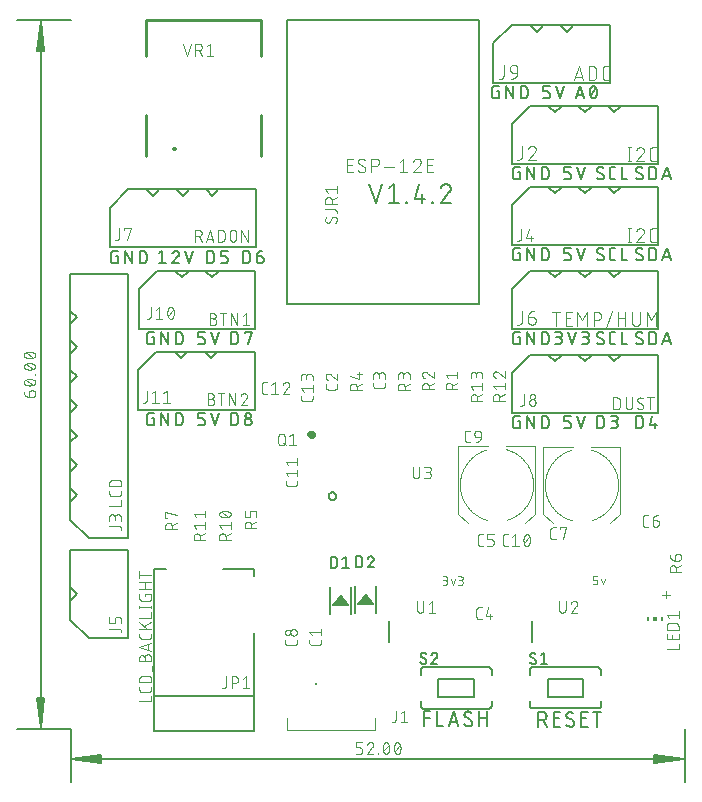
<source format=gbr>
G04 EAGLE Gerber RS-274X export*
G75*
%MOMM*%
%FSLAX34Y34*%
%LPD*%
%INSilkscreen Top*%
%IPPOS*%
%AMOC8*
5,1,8,0,0,1.08239X$1,22.5*%
G01*
%ADD10C,0.130000*%
%ADD11C,0.076200*%
%ADD12C,0.203200*%
%ADD13C,0.508000*%
%ADD14C,0.177800*%
%ADD15C,0.101600*%
%ADD16C,0.127000*%
%ADD17C,0.100000*%
%ADD18R,0.150000X0.300000*%
%ADD19R,0.300000X0.300000*%
%ADD20C,0.200000*%
%ADD21C,0.254000*%


D10*
X0Y-20000D02*
X-44900Y-20000D01*
X-44900Y580000D02*
X0Y580000D01*
X-25400Y579350D02*
X-25400Y-19350D01*
X-28592Y6000D01*
X-22208Y6000D01*
X-25400Y-19350D01*
X-26700Y6000D01*
X-24100Y6000D02*
X-25400Y-19350D01*
X-28000Y6000D01*
X-22800Y6000D02*
X-25400Y-19350D01*
X-28592Y554000D02*
X-25400Y579350D01*
X-28592Y554000D02*
X-22208Y554000D01*
X-25400Y579350D01*
X-26700Y554000D01*
X-24100Y554000D02*
X-25400Y579350D01*
X-28000Y554000D01*
X-22800Y554000D02*
X-25400Y579350D01*
D11*
X-35251Y264582D02*
X-35251Y261280D01*
X-35251Y264582D02*
X-35249Y264673D01*
X-35243Y264764D01*
X-35234Y264854D01*
X-35221Y264944D01*
X-35204Y265034D01*
X-35184Y265122D01*
X-35159Y265210D01*
X-35132Y265297D01*
X-35100Y265382D01*
X-35066Y265466D01*
X-35027Y265549D01*
X-34986Y265630D01*
X-34941Y265709D01*
X-34893Y265786D01*
X-34841Y265861D01*
X-34787Y265934D01*
X-34730Y266005D01*
X-34669Y266073D01*
X-34606Y266138D01*
X-34541Y266201D01*
X-34473Y266262D01*
X-34402Y266319D01*
X-34329Y266373D01*
X-34254Y266425D01*
X-34177Y266473D01*
X-34098Y266518D01*
X-34017Y266559D01*
X-33934Y266598D01*
X-33850Y266632D01*
X-33765Y266664D01*
X-33678Y266691D01*
X-33590Y266716D01*
X-33502Y266736D01*
X-33412Y266753D01*
X-33322Y266766D01*
X-33232Y266775D01*
X-33141Y266781D01*
X-33050Y266783D01*
X-32500Y266783D01*
X-32396Y266781D01*
X-32292Y266775D01*
X-32188Y266765D01*
X-32085Y266752D01*
X-31982Y266734D01*
X-31880Y266712D01*
X-31779Y266687D01*
X-31679Y266658D01*
X-31581Y266625D01*
X-31483Y266588D01*
X-31387Y266548D01*
X-31293Y266504D01*
X-31200Y266457D01*
X-31109Y266406D01*
X-31020Y266351D01*
X-30933Y266294D01*
X-30849Y266233D01*
X-30767Y266169D01*
X-30687Y266101D01*
X-30610Y266031D01*
X-30536Y265958D01*
X-30464Y265883D01*
X-30396Y265804D01*
X-30330Y265723D01*
X-30267Y265640D01*
X-30208Y265555D01*
X-30152Y265467D01*
X-30100Y265377D01*
X-30050Y265285D01*
X-30005Y265191D01*
X-29962Y265096D01*
X-29924Y264999D01*
X-29889Y264901D01*
X-29858Y264802D01*
X-29831Y264701D01*
X-29807Y264600D01*
X-29788Y264497D01*
X-29772Y264395D01*
X-29760Y264291D01*
X-29752Y264187D01*
X-29748Y264083D01*
X-29748Y263979D01*
X-29752Y263875D01*
X-29760Y263771D01*
X-29772Y263667D01*
X-29788Y263565D01*
X-29807Y263462D01*
X-29831Y263361D01*
X-29858Y263260D01*
X-29889Y263161D01*
X-29924Y263063D01*
X-29962Y262966D01*
X-30005Y262871D01*
X-30050Y262777D01*
X-30100Y262685D01*
X-30152Y262595D01*
X-30208Y262507D01*
X-30267Y262422D01*
X-30330Y262339D01*
X-30396Y262258D01*
X-30464Y262179D01*
X-30536Y262104D01*
X-30610Y262031D01*
X-30687Y261961D01*
X-30767Y261893D01*
X-30849Y261829D01*
X-30933Y261768D01*
X-31020Y261711D01*
X-31109Y261656D01*
X-31200Y261605D01*
X-31293Y261558D01*
X-31387Y261514D01*
X-31483Y261474D01*
X-31581Y261437D01*
X-31679Y261404D01*
X-31779Y261375D01*
X-31880Y261350D01*
X-31982Y261328D01*
X-32085Y261310D01*
X-32188Y261297D01*
X-32292Y261287D01*
X-32396Y261281D01*
X-32500Y261279D01*
X-32500Y261280D02*
X-35251Y261280D01*
X-35251Y261279D02*
X-35381Y261281D01*
X-35512Y261287D01*
X-35642Y261296D01*
X-35772Y261310D01*
X-35901Y261327D01*
X-36030Y261348D01*
X-36158Y261373D01*
X-36285Y261402D01*
X-36412Y261435D01*
X-36537Y261471D01*
X-36661Y261511D01*
X-36784Y261555D01*
X-36906Y261602D01*
X-37026Y261653D01*
X-37145Y261707D01*
X-37262Y261765D01*
X-37377Y261826D01*
X-37490Y261891D01*
X-37601Y261959D01*
X-37711Y262030D01*
X-37818Y262105D01*
X-37923Y262182D01*
X-38025Y262263D01*
X-38125Y262347D01*
X-38223Y262433D01*
X-38318Y262523D01*
X-38410Y262615D01*
X-38500Y262710D01*
X-38586Y262808D01*
X-38670Y262908D01*
X-38751Y263010D01*
X-38828Y263115D01*
X-38903Y263222D01*
X-38974Y263332D01*
X-39042Y263443D01*
X-39107Y263556D01*
X-39168Y263671D01*
X-39226Y263788D01*
X-39280Y263907D01*
X-39331Y264027D01*
X-39378Y264149D01*
X-39422Y264272D01*
X-39462Y264396D01*
X-39498Y264521D01*
X-39531Y264648D01*
X-39560Y264775D01*
X-39585Y264903D01*
X-39606Y265032D01*
X-39623Y265161D01*
X-39637Y265291D01*
X-39646Y265421D01*
X-39652Y265551D01*
X-39654Y265682D01*
X-38278Y271706D02*
X-38102Y271623D01*
X-37924Y271544D01*
X-37744Y271469D01*
X-37562Y271399D01*
X-37379Y271333D01*
X-37194Y271271D01*
X-37008Y271214D01*
X-36820Y271161D01*
X-36631Y271113D01*
X-36441Y271069D01*
X-36251Y271029D01*
X-36059Y270995D01*
X-35866Y270965D01*
X-35673Y270939D01*
X-35479Y270918D01*
X-35285Y270902D01*
X-35091Y270890D01*
X-34896Y270883D01*
X-34701Y270881D01*
X-38278Y271707D02*
X-38360Y271737D01*
X-38440Y271771D01*
X-38519Y271807D01*
X-38597Y271848D01*
X-38672Y271891D01*
X-38746Y271938D01*
X-38817Y271988D01*
X-38886Y272040D01*
X-38953Y272096D01*
X-39018Y272155D01*
X-39080Y272216D01*
X-39139Y272280D01*
X-39195Y272346D01*
X-39249Y272414D01*
X-39300Y272485D01*
X-39347Y272558D01*
X-39392Y272633D01*
X-39433Y272710D01*
X-39471Y272788D01*
X-39505Y272868D01*
X-39536Y272950D01*
X-39563Y273032D01*
X-39587Y273116D01*
X-39608Y273201D01*
X-39624Y273286D01*
X-39637Y273372D01*
X-39647Y273459D01*
X-39652Y273546D01*
X-39654Y273633D01*
X-39652Y273720D01*
X-39647Y273807D01*
X-39637Y273894D01*
X-39624Y273980D01*
X-39608Y274065D01*
X-39587Y274150D01*
X-39563Y274234D01*
X-39536Y274316D01*
X-39505Y274398D01*
X-39471Y274478D01*
X-39433Y274556D01*
X-39392Y274633D01*
X-39347Y274708D01*
X-39300Y274781D01*
X-39249Y274852D01*
X-39195Y274920D01*
X-39139Y274986D01*
X-39080Y275050D01*
X-39018Y275111D01*
X-38953Y275170D01*
X-38886Y275226D01*
X-38817Y275278D01*
X-38746Y275328D01*
X-38672Y275375D01*
X-38597Y275418D01*
X-38519Y275459D01*
X-38440Y275495D01*
X-38360Y275529D01*
X-38278Y275559D01*
X-38102Y275642D01*
X-37924Y275721D01*
X-37744Y275796D01*
X-37562Y275866D01*
X-37379Y275932D01*
X-37194Y275994D01*
X-37008Y276051D01*
X-36820Y276104D01*
X-36631Y276152D01*
X-36441Y276196D01*
X-36251Y276236D01*
X-36059Y276270D01*
X-35866Y276300D01*
X-35673Y276326D01*
X-35479Y276347D01*
X-35285Y276363D01*
X-35091Y276375D01*
X-34896Y276382D01*
X-34701Y276384D01*
X-34701Y270881D02*
X-34506Y270883D01*
X-34311Y270890D01*
X-34117Y270902D01*
X-33923Y270918D01*
X-33729Y270939D01*
X-33536Y270965D01*
X-33343Y270995D01*
X-33151Y271029D01*
X-32961Y271069D01*
X-32771Y271113D01*
X-32582Y271161D01*
X-32394Y271214D01*
X-32208Y271271D01*
X-32023Y271333D01*
X-31840Y271399D01*
X-31658Y271469D01*
X-31478Y271544D01*
X-31300Y271623D01*
X-31124Y271706D01*
X-31124Y271707D02*
X-31042Y271737D01*
X-30961Y271771D01*
X-30883Y271807D01*
X-30805Y271848D01*
X-30730Y271891D01*
X-30656Y271938D01*
X-30585Y271988D01*
X-30516Y272040D01*
X-30449Y272096D01*
X-30384Y272155D01*
X-30322Y272216D01*
X-30263Y272280D01*
X-30207Y272346D01*
X-30153Y272414D01*
X-30102Y272485D01*
X-30055Y272558D01*
X-30010Y272633D01*
X-29969Y272710D01*
X-29931Y272788D01*
X-29897Y272868D01*
X-29866Y272950D01*
X-29839Y273032D01*
X-29815Y273116D01*
X-29794Y273201D01*
X-29778Y273286D01*
X-29765Y273372D01*
X-29755Y273459D01*
X-29750Y273546D01*
X-29748Y273633D01*
X-31124Y275559D02*
X-31300Y275642D01*
X-31478Y275721D01*
X-31658Y275796D01*
X-31840Y275866D01*
X-32023Y275932D01*
X-32208Y275994D01*
X-32394Y276051D01*
X-32582Y276104D01*
X-32771Y276152D01*
X-32961Y276196D01*
X-33151Y276236D01*
X-33343Y276270D01*
X-33536Y276300D01*
X-33729Y276326D01*
X-33923Y276347D01*
X-34117Y276363D01*
X-34311Y276375D01*
X-34506Y276382D01*
X-34701Y276384D01*
X-31124Y275559D02*
X-31042Y275529D01*
X-30962Y275495D01*
X-30883Y275459D01*
X-30805Y275418D01*
X-30730Y275375D01*
X-30656Y275328D01*
X-30585Y275278D01*
X-30516Y275226D01*
X-30449Y275170D01*
X-30384Y275111D01*
X-30322Y275050D01*
X-30263Y274986D01*
X-30207Y274920D01*
X-30153Y274852D01*
X-30102Y274781D01*
X-30055Y274708D01*
X-30010Y274633D01*
X-29969Y274556D01*
X-29931Y274478D01*
X-29897Y274398D01*
X-29866Y274316D01*
X-29839Y274234D01*
X-29815Y274150D01*
X-29794Y274065D01*
X-29778Y273980D01*
X-29765Y273894D01*
X-29755Y273807D01*
X-29750Y273720D01*
X-29748Y273633D01*
X-31949Y271431D02*
X-37453Y275834D01*
X-30298Y280078D02*
X-29748Y280078D01*
X-30298Y280078D02*
X-30298Y280628D01*
X-29748Y280628D01*
X-29748Y280078D01*
X-34701Y284323D02*
X-34896Y284325D01*
X-35091Y284332D01*
X-35285Y284344D01*
X-35479Y284360D01*
X-35673Y284381D01*
X-35866Y284407D01*
X-36059Y284437D01*
X-36251Y284471D01*
X-36441Y284511D01*
X-36631Y284555D01*
X-36820Y284603D01*
X-37008Y284656D01*
X-37194Y284713D01*
X-37379Y284775D01*
X-37562Y284841D01*
X-37744Y284911D01*
X-37924Y284986D01*
X-38102Y285065D01*
X-38278Y285148D01*
X-38360Y285178D01*
X-38440Y285212D01*
X-38519Y285248D01*
X-38597Y285289D01*
X-38672Y285332D01*
X-38746Y285379D01*
X-38817Y285429D01*
X-38886Y285481D01*
X-38953Y285537D01*
X-39018Y285596D01*
X-39080Y285657D01*
X-39139Y285721D01*
X-39195Y285787D01*
X-39249Y285855D01*
X-39300Y285926D01*
X-39347Y285999D01*
X-39392Y286074D01*
X-39433Y286151D01*
X-39471Y286229D01*
X-39505Y286309D01*
X-39536Y286391D01*
X-39563Y286473D01*
X-39587Y286557D01*
X-39608Y286642D01*
X-39624Y286727D01*
X-39637Y286813D01*
X-39647Y286900D01*
X-39652Y286987D01*
X-39654Y287074D01*
X-39652Y287161D01*
X-39647Y287248D01*
X-39637Y287335D01*
X-39624Y287421D01*
X-39608Y287506D01*
X-39587Y287591D01*
X-39563Y287675D01*
X-39536Y287757D01*
X-39505Y287839D01*
X-39471Y287919D01*
X-39433Y287997D01*
X-39392Y288074D01*
X-39347Y288149D01*
X-39300Y288222D01*
X-39249Y288293D01*
X-39195Y288361D01*
X-39139Y288427D01*
X-39080Y288491D01*
X-39018Y288552D01*
X-38953Y288611D01*
X-38886Y288667D01*
X-38817Y288719D01*
X-38746Y288769D01*
X-38672Y288816D01*
X-38597Y288859D01*
X-38519Y288900D01*
X-38440Y288936D01*
X-38360Y288970D01*
X-38278Y289000D01*
X-38278Y289001D02*
X-38102Y289084D01*
X-37924Y289163D01*
X-37744Y289238D01*
X-37562Y289308D01*
X-37379Y289374D01*
X-37194Y289436D01*
X-37008Y289493D01*
X-36820Y289546D01*
X-36631Y289594D01*
X-36441Y289638D01*
X-36251Y289678D01*
X-36059Y289712D01*
X-35866Y289742D01*
X-35673Y289768D01*
X-35479Y289789D01*
X-35285Y289805D01*
X-35091Y289817D01*
X-34896Y289824D01*
X-34701Y289826D01*
X-34701Y284323D02*
X-34506Y284325D01*
X-34311Y284332D01*
X-34117Y284344D01*
X-33923Y284360D01*
X-33729Y284381D01*
X-33536Y284407D01*
X-33343Y284437D01*
X-33151Y284471D01*
X-32961Y284511D01*
X-32771Y284555D01*
X-32582Y284603D01*
X-32394Y284656D01*
X-32208Y284713D01*
X-32023Y284775D01*
X-31840Y284841D01*
X-31658Y284911D01*
X-31478Y284986D01*
X-31300Y285065D01*
X-31124Y285148D01*
X-31042Y285178D01*
X-30961Y285212D01*
X-30883Y285248D01*
X-30805Y285289D01*
X-30730Y285332D01*
X-30656Y285379D01*
X-30585Y285429D01*
X-30516Y285481D01*
X-30449Y285537D01*
X-30384Y285596D01*
X-30322Y285657D01*
X-30263Y285721D01*
X-30207Y285787D01*
X-30153Y285855D01*
X-30102Y285926D01*
X-30055Y285999D01*
X-30010Y286074D01*
X-29969Y286151D01*
X-29931Y286229D01*
X-29897Y286309D01*
X-29866Y286391D01*
X-29839Y286473D01*
X-29815Y286557D01*
X-29794Y286642D01*
X-29778Y286727D01*
X-29765Y286813D01*
X-29755Y286900D01*
X-29750Y286987D01*
X-29748Y287074D01*
X-31124Y289000D02*
X-31300Y289083D01*
X-31478Y289162D01*
X-31658Y289237D01*
X-31840Y289307D01*
X-32023Y289373D01*
X-32208Y289435D01*
X-32394Y289492D01*
X-32582Y289545D01*
X-32771Y289593D01*
X-32961Y289637D01*
X-33151Y289677D01*
X-33343Y289711D01*
X-33536Y289741D01*
X-33729Y289767D01*
X-33923Y289788D01*
X-34117Y289804D01*
X-34311Y289816D01*
X-34506Y289823D01*
X-34701Y289825D01*
X-31124Y289000D02*
X-31042Y288970D01*
X-30962Y288936D01*
X-30883Y288900D01*
X-30805Y288859D01*
X-30730Y288816D01*
X-30656Y288769D01*
X-30585Y288719D01*
X-30516Y288667D01*
X-30449Y288611D01*
X-30384Y288552D01*
X-30322Y288491D01*
X-30263Y288427D01*
X-30207Y288361D01*
X-30153Y288293D01*
X-30102Y288222D01*
X-30055Y288149D01*
X-30010Y288074D01*
X-29969Y287997D01*
X-29931Y287919D01*
X-29897Y287839D01*
X-29866Y287757D01*
X-29839Y287675D01*
X-29815Y287591D01*
X-29794Y287506D01*
X-29778Y287421D01*
X-29765Y287335D01*
X-29755Y287248D01*
X-29750Y287161D01*
X-29748Y287074D01*
X-31949Y284873D02*
X-37453Y289275D01*
X-34701Y293924D02*
X-34896Y293926D01*
X-35091Y293933D01*
X-35285Y293945D01*
X-35479Y293961D01*
X-35673Y293982D01*
X-35866Y294008D01*
X-36059Y294038D01*
X-36251Y294072D01*
X-36441Y294112D01*
X-36631Y294156D01*
X-36820Y294204D01*
X-37008Y294257D01*
X-37194Y294314D01*
X-37379Y294376D01*
X-37562Y294442D01*
X-37744Y294512D01*
X-37924Y294587D01*
X-38102Y294666D01*
X-38278Y294749D01*
X-38360Y294779D01*
X-38440Y294813D01*
X-38519Y294849D01*
X-38597Y294890D01*
X-38672Y294933D01*
X-38746Y294980D01*
X-38817Y295030D01*
X-38886Y295082D01*
X-38953Y295138D01*
X-39018Y295197D01*
X-39080Y295258D01*
X-39139Y295322D01*
X-39195Y295388D01*
X-39249Y295456D01*
X-39300Y295527D01*
X-39347Y295600D01*
X-39392Y295675D01*
X-39433Y295752D01*
X-39471Y295830D01*
X-39505Y295910D01*
X-39536Y295992D01*
X-39563Y296074D01*
X-39587Y296158D01*
X-39608Y296243D01*
X-39624Y296328D01*
X-39637Y296414D01*
X-39647Y296501D01*
X-39652Y296588D01*
X-39654Y296675D01*
X-39652Y296762D01*
X-39647Y296849D01*
X-39637Y296936D01*
X-39624Y297022D01*
X-39608Y297107D01*
X-39587Y297192D01*
X-39563Y297276D01*
X-39536Y297358D01*
X-39505Y297440D01*
X-39471Y297520D01*
X-39433Y297598D01*
X-39392Y297675D01*
X-39347Y297750D01*
X-39300Y297823D01*
X-39249Y297894D01*
X-39195Y297962D01*
X-39139Y298028D01*
X-39080Y298092D01*
X-39018Y298153D01*
X-38953Y298212D01*
X-38886Y298268D01*
X-38817Y298320D01*
X-38746Y298370D01*
X-38672Y298417D01*
X-38597Y298460D01*
X-38519Y298501D01*
X-38440Y298537D01*
X-38360Y298571D01*
X-38278Y298601D01*
X-38278Y298602D02*
X-38102Y298685D01*
X-37924Y298764D01*
X-37744Y298839D01*
X-37562Y298909D01*
X-37379Y298975D01*
X-37194Y299037D01*
X-37008Y299094D01*
X-36820Y299147D01*
X-36631Y299195D01*
X-36441Y299239D01*
X-36251Y299279D01*
X-36059Y299313D01*
X-35866Y299343D01*
X-35673Y299369D01*
X-35479Y299390D01*
X-35285Y299406D01*
X-35091Y299418D01*
X-34896Y299425D01*
X-34701Y299427D01*
X-34701Y293924D02*
X-34506Y293926D01*
X-34311Y293933D01*
X-34117Y293945D01*
X-33923Y293961D01*
X-33729Y293982D01*
X-33536Y294008D01*
X-33343Y294038D01*
X-33151Y294072D01*
X-32961Y294112D01*
X-32771Y294156D01*
X-32582Y294204D01*
X-32394Y294257D01*
X-32208Y294314D01*
X-32023Y294376D01*
X-31840Y294442D01*
X-31658Y294512D01*
X-31478Y294587D01*
X-31300Y294666D01*
X-31124Y294749D01*
X-31042Y294779D01*
X-30961Y294813D01*
X-30883Y294849D01*
X-30805Y294890D01*
X-30730Y294933D01*
X-30656Y294980D01*
X-30585Y295030D01*
X-30516Y295082D01*
X-30449Y295138D01*
X-30384Y295197D01*
X-30322Y295258D01*
X-30263Y295322D01*
X-30207Y295388D01*
X-30153Y295456D01*
X-30102Y295527D01*
X-30055Y295600D01*
X-30010Y295675D01*
X-29969Y295752D01*
X-29931Y295830D01*
X-29897Y295910D01*
X-29866Y295992D01*
X-29839Y296074D01*
X-29815Y296158D01*
X-29794Y296243D01*
X-29778Y296328D01*
X-29765Y296414D01*
X-29755Y296501D01*
X-29750Y296588D01*
X-29748Y296675D01*
X-31124Y298602D02*
X-31300Y298685D01*
X-31478Y298764D01*
X-31658Y298839D01*
X-31840Y298909D01*
X-32023Y298975D01*
X-32208Y299037D01*
X-32394Y299094D01*
X-32582Y299147D01*
X-32771Y299195D01*
X-32961Y299239D01*
X-33151Y299279D01*
X-33343Y299313D01*
X-33536Y299343D01*
X-33729Y299369D01*
X-33923Y299390D01*
X-34117Y299406D01*
X-34311Y299418D01*
X-34506Y299425D01*
X-34701Y299427D01*
X-31124Y298601D02*
X-31042Y298571D01*
X-30962Y298537D01*
X-30883Y298501D01*
X-30805Y298460D01*
X-30730Y298417D01*
X-30656Y298370D01*
X-30585Y298320D01*
X-30516Y298268D01*
X-30449Y298212D01*
X-30384Y298153D01*
X-30322Y298092D01*
X-30263Y298028D01*
X-30207Y297962D01*
X-30153Y297894D01*
X-30102Y297823D01*
X-30055Y297750D01*
X-30010Y297675D01*
X-29969Y297598D01*
X-29931Y297520D01*
X-29897Y297440D01*
X-29866Y297358D01*
X-29839Y297276D01*
X-29815Y297192D01*
X-29794Y297107D01*
X-29778Y297022D01*
X-29765Y296936D01*
X-29755Y296849D01*
X-29750Y296762D01*
X-29748Y296675D01*
X-31949Y294474D02*
X-37453Y298877D01*
D10*
X0Y-20000D02*
X0Y-64900D01*
X520000Y-64900D02*
X520000Y-20000D01*
X519350Y-45400D02*
X650Y-45400D01*
X26000Y-42208D01*
X26000Y-48592D01*
X650Y-45400D01*
X26000Y-44100D01*
X26000Y-46700D02*
X650Y-45400D01*
X26000Y-42800D01*
X26000Y-48000D02*
X650Y-45400D01*
X494000Y-42208D02*
X519350Y-45400D01*
X494000Y-42208D02*
X494000Y-48592D01*
X519350Y-45400D01*
X494000Y-44100D01*
X494000Y-46700D02*
X519350Y-45400D01*
X494000Y-42800D01*
X494000Y-48000D02*
X519350Y-45400D01*
D11*
X244582Y-41052D02*
X241280Y-41052D01*
X244582Y-41052D02*
X244673Y-41050D01*
X244764Y-41044D01*
X244854Y-41035D01*
X244944Y-41022D01*
X245034Y-41005D01*
X245122Y-40985D01*
X245210Y-40960D01*
X245297Y-40933D01*
X245382Y-40901D01*
X245466Y-40867D01*
X245549Y-40828D01*
X245630Y-40787D01*
X245709Y-40742D01*
X245786Y-40694D01*
X245861Y-40642D01*
X245934Y-40588D01*
X246005Y-40531D01*
X246073Y-40470D01*
X246138Y-40407D01*
X246201Y-40342D01*
X246262Y-40274D01*
X246319Y-40203D01*
X246373Y-40130D01*
X246425Y-40055D01*
X246473Y-39978D01*
X246518Y-39899D01*
X246559Y-39818D01*
X246598Y-39735D01*
X246632Y-39651D01*
X246664Y-39566D01*
X246691Y-39479D01*
X246716Y-39391D01*
X246736Y-39303D01*
X246753Y-39213D01*
X246766Y-39123D01*
X246775Y-39033D01*
X246781Y-38942D01*
X246783Y-38851D01*
X246783Y-37750D01*
X246781Y-37659D01*
X246775Y-37568D01*
X246766Y-37478D01*
X246753Y-37388D01*
X246736Y-37298D01*
X246716Y-37210D01*
X246691Y-37122D01*
X246664Y-37035D01*
X246632Y-36950D01*
X246598Y-36866D01*
X246559Y-36783D01*
X246518Y-36702D01*
X246473Y-36623D01*
X246425Y-36546D01*
X246373Y-36471D01*
X246319Y-36398D01*
X246262Y-36327D01*
X246201Y-36259D01*
X246138Y-36194D01*
X246073Y-36131D01*
X246005Y-36070D01*
X245934Y-36013D01*
X245861Y-35959D01*
X245786Y-35907D01*
X245709Y-35859D01*
X245630Y-35814D01*
X245549Y-35773D01*
X245466Y-35734D01*
X245382Y-35700D01*
X245297Y-35668D01*
X245210Y-35641D01*
X245122Y-35616D01*
X245034Y-35596D01*
X244944Y-35579D01*
X244854Y-35566D01*
X244764Y-35557D01*
X244673Y-35551D01*
X244582Y-35549D01*
X241280Y-35549D01*
X241280Y-31146D01*
X246783Y-31146D01*
X253908Y-31146D02*
X254005Y-31148D01*
X254102Y-31154D01*
X254199Y-31163D01*
X254295Y-31176D01*
X254391Y-31194D01*
X254486Y-31214D01*
X254580Y-31239D01*
X254673Y-31267D01*
X254765Y-31299D01*
X254856Y-31335D01*
X254945Y-31374D01*
X255033Y-31416D01*
X255118Y-31462D01*
X255202Y-31511D01*
X255284Y-31563D01*
X255364Y-31619D01*
X255441Y-31678D01*
X255517Y-31739D01*
X255589Y-31804D01*
X255660Y-31871D01*
X255727Y-31942D01*
X255792Y-32014D01*
X255853Y-32090D01*
X255912Y-32167D01*
X255968Y-32247D01*
X256020Y-32329D01*
X256069Y-32413D01*
X256115Y-32498D01*
X256157Y-32586D01*
X256196Y-32675D01*
X256232Y-32766D01*
X256264Y-32858D01*
X256292Y-32951D01*
X256317Y-33045D01*
X256337Y-33140D01*
X256355Y-33236D01*
X256368Y-33332D01*
X256377Y-33429D01*
X256383Y-33526D01*
X256385Y-33623D01*
X253908Y-31146D02*
X253797Y-31148D01*
X253686Y-31154D01*
X253575Y-31163D01*
X253465Y-31177D01*
X253355Y-31194D01*
X253246Y-31216D01*
X253138Y-31241D01*
X253030Y-31269D01*
X252924Y-31302D01*
X252819Y-31338D01*
X252715Y-31378D01*
X252613Y-31422D01*
X252512Y-31469D01*
X252413Y-31519D01*
X252316Y-31573D01*
X252221Y-31630D01*
X252127Y-31691D01*
X252036Y-31755D01*
X251948Y-31822D01*
X251861Y-31892D01*
X251777Y-31965D01*
X251696Y-32040D01*
X251618Y-32119D01*
X251542Y-32200D01*
X251469Y-32284D01*
X251399Y-32371D01*
X251332Y-32460D01*
X251269Y-32551D01*
X251208Y-32644D01*
X251151Y-32739D01*
X251097Y-32836D01*
X251047Y-32936D01*
X251000Y-33036D01*
X250957Y-33139D01*
X250917Y-33243D01*
X250881Y-33348D01*
X255559Y-35549D02*
X255628Y-35480D01*
X255695Y-35409D01*
X255760Y-35335D01*
X255821Y-35259D01*
X255880Y-35181D01*
X255936Y-35101D01*
X255989Y-35018D01*
X256039Y-34934D01*
X256085Y-34848D01*
X256129Y-34760D01*
X256169Y-34671D01*
X256206Y-34580D01*
X256239Y-34488D01*
X256270Y-34395D01*
X256296Y-34301D01*
X256319Y-34206D01*
X256339Y-34110D01*
X256355Y-34013D01*
X256368Y-33916D01*
X256377Y-33819D01*
X256382Y-33721D01*
X256384Y-33623D01*
X255559Y-35549D02*
X250881Y-41052D01*
X256384Y-41052D01*
X260078Y-41052D02*
X260078Y-40502D01*
X260628Y-40502D01*
X260628Y-41052D01*
X260078Y-41052D01*
X264323Y-36099D02*
X264325Y-35904D01*
X264332Y-35709D01*
X264344Y-35515D01*
X264360Y-35321D01*
X264381Y-35127D01*
X264407Y-34934D01*
X264437Y-34741D01*
X264471Y-34549D01*
X264511Y-34359D01*
X264555Y-34169D01*
X264603Y-33980D01*
X264656Y-33792D01*
X264713Y-33606D01*
X264775Y-33421D01*
X264841Y-33238D01*
X264911Y-33056D01*
X264986Y-32876D01*
X265065Y-32698D01*
X265148Y-32522D01*
X265178Y-32440D01*
X265212Y-32360D01*
X265248Y-32281D01*
X265289Y-32203D01*
X265332Y-32128D01*
X265379Y-32054D01*
X265429Y-31983D01*
X265481Y-31914D01*
X265537Y-31847D01*
X265596Y-31782D01*
X265657Y-31720D01*
X265721Y-31661D01*
X265787Y-31605D01*
X265855Y-31551D01*
X265926Y-31500D01*
X265999Y-31453D01*
X266074Y-31408D01*
X266151Y-31367D01*
X266229Y-31329D01*
X266309Y-31295D01*
X266391Y-31264D01*
X266473Y-31237D01*
X266557Y-31213D01*
X266642Y-31192D01*
X266727Y-31176D01*
X266813Y-31163D01*
X266900Y-31153D01*
X266987Y-31148D01*
X267074Y-31146D01*
X267161Y-31148D01*
X267248Y-31153D01*
X267335Y-31163D01*
X267421Y-31176D01*
X267506Y-31192D01*
X267591Y-31213D01*
X267675Y-31237D01*
X267757Y-31264D01*
X267839Y-31295D01*
X267919Y-31329D01*
X267997Y-31367D01*
X268074Y-31408D01*
X268149Y-31453D01*
X268222Y-31500D01*
X268293Y-31551D01*
X268361Y-31605D01*
X268427Y-31661D01*
X268491Y-31720D01*
X268553Y-31782D01*
X268611Y-31847D01*
X268667Y-31914D01*
X268719Y-31983D01*
X268769Y-32054D01*
X268816Y-32128D01*
X268859Y-32203D01*
X268900Y-32281D01*
X268936Y-32360D01*
X268970Y-32440D01*
X269000Y-32522D01*
X269083Y-32698D01*
X269162Y-32876D01*
X269237Y-33056D01*
X269307Y-33238D01*
X269373Y-33421D01*
X269435Y-33606D01*
X269492Y-33792D01*
X269545Y-33980D01*
X269593Y-34169D01*
X269637Y-34359D01*
X269677Y-34549D01*
X269711Y-34741D01*
X269741Y-34934D01*
X269767Y-35127D01*
X269788Y-35321D01*
X269804Y-35515D01*
X269816Y-35709D01*
X269823Y-35904D01*
X269825Y-36099D01*
X264323Y-36099D02*
X264325Y-36294D01*
X264332Y-36489D01*
X264344Y-36683D01*
X264360Y-36877D01*
X264381Y-37071D01*
X264407Y-37264D01*
X264437Y-37457D01*
X264471Y-37649D01*
X264511Y-37839D01*
X264555Y-38029D01*
X264603Y-38218D01*
X264656Y-38406D01*
X264713Y-38592D01*
X264775Y-38777D01*
X264841Y-38960D01*
X264911Y-39142D01*
X264986Y-39322D01*
X265065Y-39500D01*
X265148Y-39676D01*
X265178Y-39758D01*
X265212Y-39839D01*
X265248Y-39917D01*
X265289Y-39995D01*
X265332Y-40070D01*
X265379Y-40144D01*
X265429Y-40215D01*
X265481Y-40284D01*
X265537Y-40351D01*
X265596Y-40416D01*
X265657Y-40478D01*
X265721Y-40537D01*
X265787Y-40593D01*
X265855Y-40647D01*
X265926Y-40698D01*
X265999Y-40745D01*
X266074Y-40790D01*
X266151Y-40831D01*
X266229Y-40869D01*
X266309Y-40903D01*
X266391Y-40934D01*
X266473Y-40961D01*
X266557Y-40985D01*
X266642Y-41006D01*
X266727Y-41022D01*
X266813Y-41035D01*
X266900Y-41045D01*
X266987Y-41050D01*
X267074Y-41052D01*
X269000Y-39676D02*
X269083Y-39500D01*
X269162Y-39322D01*
X269237Y-39142D01*
X269307Y-38960D01*
X269373Y-38777D01*
X269435Y-38592D01*
X269492Y-38406D01*
X269545Y-38218D01*
X269593Y-38029D01*
X269637Y-37839D01*
X269677Y-37649D01*
X269711Y-37457D01*
X269741Y-37264D01*
X269767Y-37071D01*
X269788Y-36877D01*
X269804Y-36683D01*
X269816Y-36489D01*
X269823Y-36294D01*
X269825Y-36099D01*
X269000Y-39676D02*
X268970Y-39758D01*
X268936Y-39838D01*
X268900Y-39917D01*
X268859Y-39995D01*
X268816Y-40070D01*
X268769Y-40144D01*
X268719Y-40215D01*
X268667Y-40284D01*
X268611Y-40351D01*
X268552Y-40416D01*
X268491Y-40478D01*
X268427Y-40537D01*
X268361Y-40593D01*
X268293Y-40647D01*
X268222Y-40698D01*
X268149Y-40745D01*
X268074Y-40790D01*
X267997Y-40831D01*
X267919Y-40869D01*
X267839Y-40903D01*
X267757Y-40934D01*
X267675Y-40961D01*
X267591Y-40985D01*
X267506Y-41006D01*
X267421Y-41022D01*
X267335Y-41035D01*
X267248Y-41045D01*
X267161Y-41050D01*
X267074Y-41052D01*
X264873Y-38851D02*
X269275Y-33347D01*
X273924Y-36099D02*
X273926Y-35904D01*
X273933Y-35709D01*
X273945Y-35515D01*
X273961Y-35321D01*
X273982Y-35127D01*
X274008Y-34934D01*
X274038Y-34741D01*
X274072Y-34549D01*
X274112Y-34359D01*
X274156Y-34169D01*
X274204Y-33980D01*
X274257Y-33792D01*
X274314Y-33606D01*
X274376Y-33421D01*
X274442Y-33238D01*
X274512Y-33056D01*
X274587Y-32876D01*
X274666Y-32698D01*
X274749Y-32522D01*
X274779Y-32440D01*
X274813Y-32360D01*
X274849Y-32281D01*
X274890Y-32203D01*
X274933Y-32128D01*
X274980Y-32054D01*
X275030Y-31983D01*
X275082Y-31914D01*
X275138Y-31847D01*
X275197Y-31782D01*
X275258Y-31720D01*
X275322Y-31661D01*
X275388Y-31605D01*
X275456Y-31551D01*
X275527Y-31500D01*
X275600Y-31453D01*
X275675Y-31408D01*
X275752Y-31367D01*
X275830Y-31329D01*
X275910Y-31295D01*
X275992Y-31264D01*
X276074Y-31237D01*
X276158Y-31213D01*
X276243Y-31192D01*
X276328Y-31176D01*
X276414Y-31163D01*
X276501Y-31153D01*
X276588Y-31148D01*
X276675Y-31146D01*
X276762Y-31148D01*
X276849Y-31153D01*
X276936Y-31163D01*
X277022Y-31176D01*
X277107Y-31192D01*
X277192Y-31213D01*
X277276Y-31237D01*
X277358Y-31264D01*
X277440Y-31295D01*
X277520Y-31329D01*
X277598Y-31367D01*
X277675Y-31408D01*
X277750Y-31453D01*
X277823Y-31500D01*
X277894Y-31551D01*
X277962Y-31605D01*
X278028Y-31661D01*
X278092Y-31720D01*
X278154Y-31782D01*
X278212Y-31847D01*
X278268Y-31914D01*
X278320Y-31983D01*
X278370Y-32054D01*
X278417Y-32128D01*
X278460Y-32203D01*
X278501Y-32281D01*
X278537Y-32360D01*
X278571Y-32440D01*
X278601Y-32522D01*
X278602Y-32522D02*
X278685Y-32698D01*
X278764Y-32876D01*
X278839Y-33056D01*
X278909Y-33238D01*
X278975Y-33421D01*
X279037Y-33606D01*
X279094Y-33792D01*
X279147Y-33980D01*
X279195Y-34169D01*
X279239Y-34359D01*
X279279Y-34549D01*
X279313Y-34741D01*
X279343Y-34934D01*
X279369Y-35127D01*
X279390Y-35321D01*
X279406Y-35515D01*
X279418Y-35709D01*
X279425Y-35904D01*
X279427Y-36099D01*
X273924Y-36099D02*
X273926Y-36294D01*
X273933Y-36489D01*
X273945Y-36683D01*
X273961Y-36877D01*
X273982Y-37071D01*
X274008Y-37264D01*
X274038Y-37457D01*
X274072Y-37649D01*
X274112Y-37839D01*
X274156Y-38029D01*
X274204Y-38218D01*
X274257Y-38406D01*
X274314Y-38592D01*
X274376Y-38777D01*
X274442Y-38960D01*
X274512Y-39142D01*
X274587Y-39322D01*
X274666Y-39500D01*
X274749Y-39676D01*
X274779Y-39758D01*
X274813Y-39839D01*
X274849Y-39917D01*
X274890Y-39995D01*
X274933Y-40070D01*
X274980Y-40144D01*
X275030Y-40215D01*
X275082Y-40284D01*
X275138Y-40351D01*
X275197Y-40416D01*
X275258Y-40478D01*
X275322Y-40537D01*
X275388Y-40593D01*
X275456Y-40647D01*
X275527Y-40698D01*
X275600Y-40745D01*
X275675Y-40790D01*
X275752Y-40831D01*
X275830Y-40869D01*
X275910Y-40903D01*
X275992Y-40934D01*
X276074Y-40961D01*
X276158Y-40985D01*
X276243Y-41006D01*
X276328Y-41022D01*
X276414Y-41035D01*
X276501Y-41045D01*
X276588Y-41050D01*
X276675Y-41052D01*
X278602Y-39676D02*
X278685Y-39500D01*
X278764Y-39322D01*
X278839Y-39142D01*
X278909Y-38960D01*
X278975Y-38777D01*
X279037Y-38592D01*
X279094Y-38406D01*
X279147Y-38218D01*
X279195Y-38029D01*
X279239Y-37839D01*
X279279Y-37649D01*
X279313Y-37457D01*
X279343Y-37264D01*
X279369Y-37071D01*
X279390Y-36877D01*
X279406Y-36683D01*
X279418Y-36489D01*
X279425Y-36294D01*
X279427Y-36099D01*
X278601Y-39676D02*
X278571Y-39758D01*
X278537Y-39838D01*
X278501Y-39917D01*
X278460Y-39995D01*
X278417Y-40070D01*
X278370Y-40144D01*
X278320Y-40215D01*
X278268Y-40284D01*
X278212Y-40351D01*
X278153Y-40416D01*
X278092Y-40478D01*
X278028Y-40537D01*
X277962Y-40593D01*
X277894Y-40647D01*
X277823Y-40698D01*
X277750Y-40745D01*
X277675Y-40790D01*
X277598Y-40831D01*
X277520Y-40869D01*
X277440Y-40903D01*
X277358Y-40934D01*
X277276Y-40961D01*
X277192Y-40985D01*
X277107Y-41006D01*
X277022Y-41022D01*
X276936Y-41035D01*
X276849Y-41045D01*
X276762Y-41050D01*
X276675Y-41052D01*
X274474Y-38851D02*
X278877Y-33347D01*
D12*
X360765Y520023D02*
X362543Y520023D01*
X362543Y514096D01*
X358987Y514096D01*
X358892Y514098D01*
X358796Y514104D01*
X358701Y514113D01*
X358607Y514127D01*
X358513Y514144D01*
X358420Y514165D01*
X358327Y514190D01*
X358236Y514218D01*
X358146Y514250D01*
X358058Y514286D01*
X357971Y514325D01*
X357885Y514368D01*
X357802Y514414D01*
X357720Y514463D01*
X357640Y514516D01*
X357563Y514572D01*
X357487Y514630D01*
X357415Y514692D01*
X357345Y514757D01*
X357277Y514825D01*
X357212Y514895D01*
X357150Y514967D01*
X357092Y515043D01*
X357036Y515120D01*
X356983Y515200D01*
X356934Y515282D01*
X356888Y515365D01*
X356845Y515451D01*
X356806Y515538D01*
X356770Y515626D01*
X356738Y515716D01*
X356710Y515807D01*
X356685Y515900D01*
X356664Y515993D01*
X356647Y516087D01*
X356633Y516181D01*
X356624Y516276D01*
X356618Y516372D01*
X356616Y516467D01*
X356616Y522393D01*
X356618Y522488D01*
X356624Y522584D01*
X356633Y522679D01*
X356647Y522773D01*
X356664Y522867D01*
X356685Y522960D01*
X356710Y523053D01*
X356738Y523144D01*
X356770Y523234D01*
X356806Y523322D01*
X356845Y523409D01*
X356888Y523495D01*
X356934Y523578D01*
X356983Y523660D01*
X357036Y523740D01*
X357092Y523817D01*
X357150Y523893D01*
X357212Y523965D01*
X357277Y524035D01*
X357345Y524103D01*
X357415Y524168D01*
X357487Y524230D01*
X357563Y524288D01*
X357640Y524344D01*
X357720Y524397D01*
X357801Y524446D01*
X357885Y524492D01*
X357971Y524535D01*
X358058Y524574D01*
X358146Y524610D01*
X358236Y524642D01*
X358327Y524670D01*
X358420Y524695D01*
X358513Y524716D01*
X358607Y524733D01*
X358701Y524747D01*
X358796Y524756D01*
X358891Y524762D01*
X358987Y524764D01*
X362543Y524764D01*
X368808Y524764D02*
X368808Y514096D01*
X374735Y514096D02*
X368808Y524764D01*
X374735Y524764D02*
X374735Y514096D01*
X381000Y514096D02*
X381000Y524764D01*
X383963Y524764D01*
X384069Y524762D01*
X384174Y524756D01*
X384280Y524747D01*
X384385Y524734D01*
X384489Y524717D01*
X384593Y524696D01*
X384696Y524672D01*
X384798Y524644D01*
X384899Y524612D01*
X384998Y524577D01*
X385097Y524538D01*
X385194Y524496D01*
X385289Y524451D01*
X385383Y524402D01*
X385475Y524349D01*
X385565Y524294D01*
X385653Y524235D01*
X385739Y524173D01*
X385822Y524108D01*
X385903Y524040D01*
X385982Y523970D01*
X386058Y523896D01*
X386132Y523820D01*
X386202Y523741D01*
X386270Y523660D01*
X386335Y523577D01*
X386397Y523491D01*
X386456Y523403D01*
X386511Y523313D01*
X386564Y523221D01*
X386613Y523127D01*
X386658Y523032D01*
X386700Y522935D01*
X386739Y522836D01*
X386774Y522737D01*
X386806Y522636D01*
X386834Y522534D01*
X386858Y522431D01*
X386879Y522327D01*
X386896Y522223D01*
X386909Y522118D01*
X386918Y522012D01*
X386924Y521907D01*
X386926Y521801D01*
X386927Y521801D02*
X386927Y517059D01*
X386926Y517059D02*
X386924Y516953D01*
X386918Y516848D01*
X386909Y516742D01*
X386896Y516637D01*
X386879Y516533D01*
X386858Y516429D01*
X386834Y516326D01*
X386806Y516224D01*
X386774Y516123D01*
X386739Y516024D01*
X386700Y515925D01*
X386658Y515828D01*
X386613Y515733D01*
X386564Y515639D01*
X386511Y515547D01*
X386456Y515457D01*
X386397Y515369D01*
X386335Y515283D01*
X386270Y515200D01*
X386202Y515119D01*
X386132Y515040D01*
X386058Y514964D01*
X385982Y514890D01*
X385903Y514820D01*
X385822Y514752D01*
X385739Y514687D01*
X385653Y514625D01*
X385565Y514566D01*
X385475Y514511D01*
X385383Y514458D01*
X385289Y514409D01*
X385194Y514364D01*
X385097Y514322D01*
X384998Y514283D01*
X384899Y514248D01*
X384798Y514216D01*
X384696Y514188D01*
X384593Y514164D01*
X384489Y514143D01*
X384385Y514126D01*
X384280Y514113D01*
X384174Y514104D01*
X384069Y514098D01*
X383963Y514096D01*
X381000Y514096D01*
X399796Y514096D02*
X403352Y514096D01*
X403447Y514098D01*
X403543Y514104D01*
X403638Y514113D01*
X403732Y514127D01*
X403826Y514144D01*
X403919Y514165D01*
X404012Y514190D01*
X404103Y514218D01*
X404193Y514250D01*
X404281Y514286D01*
X404368Y514325D01*
X404454Y514368D01*
X404538Y514414D01*
X404619Y514463D01*
X404699Y514516D01*
X404776Y514572D01*
X404852Y514630D01*
X404924Y514692D01*
X404994Y514757D01*
X405062Y514825D01*
X405127Y514895D01*
X405189Y514967D01*
X405247Y515043D01*
X405303Y515120D01*
X405356Y515200D01*
X405405Y515282D01*
X405451Y515365D01*
X405494Y515451D01*
X405533Y515538D01*
X405569Y515626D01*
X405601Y515716D01*
X405629Y515807D01*
X405654Y515900D01*
X405675Y515993D01*
X405692Y516087D01*
X405706Y516181D01*
X405715Y516276D01*
X405721Y516372D01*
X405723Y516467D01*
X405723Y517652D01*
X405721Y517747D01*
X405715Y517843D01*
X405706Y517938D01*
X405692Y518032D01*
X405675Y518126D01*
X405654Y518219D01*
X405629Y518312D01*
X405601Y518403D01*
X405569Y518493D01*
X405533Y518581D01*
X405494Y518668D01*
X405451Y518754D01*
X405405Y518838D01*
X405356Y518919D01*
X405303Y518999D01*
X405247Y519076D01*
X405189Y519152D01*
X405127Y519224D01*
X405062Y519294D01*
X404994Y519362D01*
X404924Y519427D01*
X404852Y519489D01*
X404776Y519547D01*
X404699Y519603D01*
X404619Y519656D01*
X404538Y519705D01*
X404454Y519751D01*
X404368Y519794D01*
X404281Y519833D01*
X404193Y519869D01*
X404103Y519901D01*
X404012Y519929D01*
X403919Y519954D01*
X403826Y519975D01*
X403732Y519992D01*
X403638Y520006D01*
X403543Y520015D01*
X403447Y520021D01*
X403352Y520023D01*
X399796Y520023D01*
X399796Y524764D01*
X405723Y524764D01*
X410633Y524764D02*
X414189Y514096D01*
X417745Y524764D01*
X431292Y524764D02*
X427736Y514096D01*
X434848Y514096D02*
X431292Y524764D01*
X433959Y516763D02*
X428625Y516763D01*
X439759Y519430D02*
X439762Y519640D01*
X439769Y519850D01*
X439782Y520059D01*
X439799Y520268D01*
X439822Y520477D01*
X439849Y520685D01*
X439881Y520892D01*
X439919Y521099D01*
X439961Y521304D01*
X440008Y521509D01*
X440060Y521712D01*
X440117Y521914D01*
X440179Y522115D01*
X440245Y522314D01*
X440317Y522511D01*
X440393Y522707D01*
X440473Y522901D01*
X440558Y523093D01*
X440648Y523282D01*
X440679Y523367D01*
X440713Y523451D01*
X440751Y523533D01*
X440793Y523614D01*
X440838Y523693D01*
X440886Y523770D01*
X440937Y523845D01*
X440991Y523917D01*
X441048Y523988D01*
X441108Y524056D01*
X441171Y524121D01*
X441236Y524184D01*
X441304Y524244D01*
X441375Y524301D01*
X441447Y524355D01*
X441522Y524407D01*
X441599Y524455D01*
X441678Y524500D01*
X441759Y524541D01*
X441841Y524579D01*
X441925Y524614D01*
X442010Y524645D01*
X442096Y524673D01*
X442183Y524697D01*
X442272Y524717D01*
X442361Y524734D01*
X442451Y524747D01*
X442541Y524757D01*
X442631Y524762D01*
X442722Y524764D01*
X442813Y524762D01*
X442903Y524757D01*
X442993Y524747D01*
X443083Y524734D01*
X443172Y524717D01*
X443261Y524697D01*
X443348Y524673D01*
X443434Y524645D01*
X443519Y524614D01*
X443603Y524579D01*
X443685Y524541D01*
X443766Y524500D01*
X443845Y524455D01*
X443922Y524407D01*
X443997Y524356D01*
X444069Y524301D01*
X444140Y524244D01*
X444208Y524184D01*
X444273Y524121D01*
X444336Y524056D01*
X444396Y523988D01*
X444453Y523917D01*
X444507Y523845D01*
X444558Y523770D01*
X444606Y523693D01*
X444651Y523614D01*
X444693Y523533D01*
X444731Y523451D01*
X444765Y523367D01*
X444796Y523282D01*
X444886Y523093D01*
X444971Y522901D01*
X445051Y522707D01*
X445127Y522511D01*
X445199Y522314D01*
X445265Y522115D01*
X445327Y521914D01*
X445384Y521712D01*
X445436Y521509D01*
X445483Y521304D01*
X445525Y521099D01*
X445563Y520892D01*
X445595Y520685D01*
X445622Y520477D01*
X445645Y520268D01*
X445662Y520059D01*
X445675Y519850D01*
X445682Y519640D01*
X445685Y519430D01*
X439759Y519430D02*
X439762Y519220D01*
X439769Y519010D01*
X439782Y518801D01*
X439799Y518592D01*
X439822Y518383D01*
X439849Y518175D01*
X439881Y517968D01*
X439919Y517761D01*
X439961Y517556D01*
X440008Y517351D01*
X440060Y517148D01*
X440117Y516946D01*
X440179Y516745D01*
X440245Y516546D01*
X440317Y516349D01*
X440393Y516153D01*
X440473Y515959D01*
X440558Y515768D01*
X440648Y515578D01*
X440679Y515493D01*
X440713Y515409D01*
X440751Y515327D01*
X440793Y515246D01*
X440838Y515167D01*
X440886Y515090D01*
X440937Y515015D01*
X440991Y514943D01*
X441048Y514872D01*
X441108Y514804D01*
X441171Y514739D01*
X441236Y514676D01*
X441304Y514616D01*
X441375Y514559D01*
X441447Y514504D01*
X441522Y514453D01*
X441599Y514405D01*
X441678Y514360D01*
X441759Y514319D01*
X441841Y514281D01*
X441925Y514246D01*
X442010Y514215D01*
X442096Y514187D01*
X442183Y514163D01*
X442272Y514143D01*
X442361Y514126D01*
X442451Y514113D01*
X442541Y514103D01*
X442631Y514098D01*
X442722Y514096D01*
X444796Y515578D02*
X444886Y515768D01*
X444971Y515959D01*
X445051Y516153D01*
X445127Y516349D01*
X445199Y516546D01*
X445265Y516745D01*
X445327Y516946D01*
X445384Y517148D01*
X445436Y517351D01*
X445483Y517556D01*
X445525Y517761D01*
X445563Y517968D01*
X445595Y518175D01*
X445622Y518383D01*
X445645Y518592D01*
X445662Y518801D01*
X445675Y519010D01*
X445682Y519220D01*
X445685Y519430D01*
X444796Y515578D02*
X444765Y515493D01*
X444731Y515409D01*
X444693Y515327D01*
X444651Y515246D01*
X444606Y515167D01*
X444558Y515090D01*
X444507Y515015D01*
X444453Y514943D01*
X444396Y514872D01*
X444336Y514804D01*
X444273Y514739D01*
X444208Y514676D01*
X444140Y514616D01*
X444069Y514559D01*
X443997Y514504D01*
X443922Y514453D01*
X443845Y514405D01*
X443766Y514360D01*
X443685Y514319D01*
X443603Y514281D01*
X443519Y514246D01*
X443434Y514215D01*
X443348Y514187D01*
X443261Y514163D01*
X443172Y514143D01*
X443083Y514126D01*
X442993Y514113D01*
X442903Y514103D01*
X442813Y514098D01*
X442722Y514096D01*
X440351Y516467D02*
X445093Y522393D01*
X380323Y451443D02*
X378545Y451443D01*
X380323Y451443D02*
X380323Y445516D01*
X376767Y445516D01*
X376672Y445518D01*
X376576Y445524D01*
X376481Y445533D01*
X376387Y445547D01*
X376293Y445564D01*
X376200Y445585D01*
X376107Y445610D01*
X376016Y445638D01*
X375926Y445670D01*
X375838Y445706D01*
X375751Y445745D01*
X375665Y445788D01*
X375582Y445834D01*
X375500Y445883D01*
X375420Y445936D01*
X375343Y445992D01*
X375267Y446050D01*
X375195Y446112D01*
X375125Y446177D01*
X375057Y446245D01*
X374992Y446315D01*
X374930Y446387D01*
X374872Y446463D01*
X374816Y446540D01*
X374763Y446620D01*
X374714Y446702D01*
X374668Y446785D01*
X374625Y446871D01*
X374586Y446958D01*
X374550Y447046D01*
X374518Y447136D01*
X374490Y447227D01*
X374465Y447320D01*
X374444Y447413D01*
X374427Y447507D01*
X374413Y447601D01*
X374404Y447696D01*
X374398Y447792D01*
X374396Y447887D01*
X374396Y453813D01*
X374398Y453908D01*
X374404Y454004D01*
X374413Y454099D01*
X374427Y454193D01*
X374444Y454287D01*
X374465Y454380D01*
X374490Y454473D01*
X374518Y454564D01*
X374550Y454654D01*
X374586Y454742D01*
X374625Y454829D01*
X374668Y454915D01*
X374714Y454998D01*
X374763Y455080D01*
X374816Y455160D01*
X374872Y455237D01*
X374930Y455313D01*
X374992Y455385D01*
X375057Y455455D01*
X375125Y455523D01*
X375195Y455588D01*
X375267Y455650D01*
X375343Y455708D01*
X375420Y455764D01*
X375500Y455817D01*
X375581Y455866D01*
X375665Y455912D01*
X375751Y455955D01*
X375838Y455994D01*
X375926Y456030D01*
X376016Y456062D01*
X376107Y456090D01*
X376200Y456115D01*
X376293Y456136D01*
X376387Y456153D01*
X376481Y456167D01*
X376576Y456176D01*
X376671Y456182D01*
X376767Y456184D01*
X380323Y456184D01*
X386588Y456184D02*
X386588Y445516D01*
X392515Y445516D02*
X386588Y456184D01*
X392515Y456184D02*
X392515Y445516D01*
X398780Y445516D02*
X398780Y456184D01*
X401743Y456184D01*
X401849Y456182D01*
X401954Y456176D01*
X402060Y456167D01*
X402165Y456154D01*
X402269Y456137D01*
X402373Y456116D01*
X402476Y456092D01*
X402578Y456064D01*
X402679Y456032D01*
X402778Y455997D01*
X402877Y455958D01*
X402974Y455916D01*
X403069Y455871D01*
X403163Y455822D01*
X403255Y455769D01*
X403345Y455714D01*
X403433Y455655D01*
X403519Y455593D01*
X403602Y455528D01*
X403683Y455460D01*
X403762Y455390D01*
X403838Y455316D01*
X403912Y455240D01*
X403982Y455161D01*
X404050Y455080D01*
X404115Y454997D01*
X404177Y454911D01*
X404236Y454823D01*
X404291Y454733D01*
X404344Y454641D01*
X404393Y454547D01*
X404438Y454452D01*
X404480Y454355D01*
X404519Y454256D01*
X404554Y454157D01*
X404586Y454056D01*
X404614Y453954D01*
X404638Y453851D01*
X404659Y453747D01*
X404676Y453643D01*
X404689Y453538D01*
X404698Y453432D01*
X404704Y453327D01*
X404706Y453221D01*
X404707Y453221D02*
X404707Y448479D01*
X404706Y448479D02*
X404704Y448373D01*
X404698Y448268D01*
X404689Y448162D01*
X404676Y448057D01*
X404659Y447953D01*
X404638Y447849D01*
X404614Y447746D01*
X404586Y447644D01*
X404554Y447543D01*
X404519Y447444D01*
X404480Y447345D01*
X404438Y447248D01*
X404393Y447153D01*
X404344Y447059D01*
X404291Y446967D01*
X404236Y446877D01*
X404177Y446789D01*
X404115Y446703D01*
X404050Y446620D01*
X403982Y446539D01*
X403912Y446460D01*
X403838Y446384D01*
X403762Y446310D01*
X403683Y446240D01*
X403602Y446172D01*
X403519Y446107D01*
X403433Y446045D01*
X403345Y445986D01*
X403255Y445931D01*
X403163Y445878D01*
X403069Y445829D01*
X402974Y445784D01*
X402877Y445742D01*
X402778Y445703D01*
X402679Y445668D01*
X402578Y445636D01*
X402476Y445608D01*
X402373Y445584D01*
X402269Y445563D01*
X402165Y445546D01*
X402060Y445533D01*
X401954Y445524D01*
X401849Y445518D01*
X401743Y445516D01*
X398780Y445516D01*
X417576Y445516D02*
X421132Y445516D01*
X421227Y445518D01*
X421323Y445524D01*
X421418Y445533D01*
X421512Y445547D01*
X421606Y445564D01*
X421699Y445585D01*
X421792Y445610D01*
X421883Y445638D01*
X421973Y445670D01*
X422061Y445706D01*
X422148Y445745D01*
X422234Y445788D01*
X422318Y445834D01*
X422399Y445883D01*
X422479Y445936D01*
X422556Y445992D01*
X422632Y446050D01*
X422704Y446112D01*
X422774Y446177D01*
X422842Y446245D01*
X422907Y446315D01*
X422969Y446387D01*
X423027Y446463D01*
X423083Y446540D01*
X423136Y446620D01*
X423185Y446702D01*
X423231Y446785D01*
X423274Y446871D01*
X423313Y446958D01*
X423349Y447046D01*
X423381Y447136D01*
X423409Y447227D01*
X423434Y447320D01*
X423455Y447413D01*
X423472Y447507D01*
X423486Y447601D01*
X423495Y447696D01*
X423501Y447792D01*
X423503Y447887D01*
X423503Y449072D01*
X423501Y449167D01*
X423495Y449263D01*
X423486Y449358D01*
X423472Y449452D01*
X423455Y449546D01*
X423434Y449639D01*
X423409Y449732D01*
X423381Y449823D01*
X423349Y449913D01*
X423313Y450001D01*
X423274Y450088D01*
X423231Y450174D01*
X423185Y450258D01*
X423136Y450339D01*
X423083Y450419D01*
X423027Y450496D01*
X422969Y450572D01*
X422907Y450644D01*
X422842Y450714D01*
X422774Y450782D01*
X422704Y450847D01*
X422632Y450909D01*
X422556Y450967D01*
X422479Y451023D01*
X422399Y451076D01*
X422318Y451125D01*
X422234Y451171D01*
X422148Y451214D01*
X422061Y451253D01*
X421973Y451289D01*
X421883Y451321D01*
X421792Y451349D01*
X421699Y451374D01*
X421606Y451395D01*
X421512Y451412D01*
X421418Y451426D01*
X421323Y451435D01*
X421227Y451441D01*
X421132Y451443D01*
X417576Y451443D01*
X417576Y456184D01*
X423503Y456184D01*
X428413Y456184D02*
X431969Y445516D01*
X435525Y456184D01*
X449072Y445516D02*
X449168Y445518D01*
X449263Y445524D01*
X449358Y445533D01*
X449452Y445547D01*
X449546Y445564D01*
X449639Y445585D01*
X449732Y445610D01*
X449823Y445638D01*
X449913Y445670D01*
X450001Y445706D01*
X450088Y445745D01*
X450174Y445788D01*
X450258Y445834D01*
X450339Y445883D01*
X450419Y445936D01*
X450496Y445992D01*
X450572Y446050D01*
X450644Y446112D01*
X450714Y446177D01*
X450782Y446245D01*
X450847Y446315D01*
X450909Y446387D01*
X450967Y446463D01*
X451023Y446540D01*
X451076Y446620D01*
X451125Y446702D01*
X451171Y446785D01*
X451214Y446871D01*
X451253Y446958D01*
X451289Y447046D01*
X451321Y447136D01*
X451349Y447227D01*
X451374Y447320D01*
X451395Y447413D01*
X451412Y447507D01*
X451426Y447601D01*
X451435Y447696D01*
X451441Y447792D01*
X451443Y447887D01*
X449072Y445516D02*
X448936Y445518D01*
X448799Y445523D01*
X448663Y445533D01*
X448528Y445546D01*
X448392Y445562D01*
X448258Y445583D01*
X448123Y445607D01*
X447990Y445634D01*
X447857Y445666D01*
X447725Y445700D01*
X447594Y445739D01*
X447465Y445781D01*
X447336Y445826D01*
X447209Y445875D01*
X447083Y445928D01*
X446959Y445984D01*
X446836Y446043D01*
X446715Y446105D01*
X446595Y446171D01*
X446478Y446240D01*
X446362Y446313D01*
X446248Y446388D01*
X446137Y446466D01*
X446027Y446548D01*
X445920Y446632D01*
X445816Y446719D01*
X445713Y446809D01*
X445613Y446902D01*
X445516Y446998D01*
X445812Y453813D02*
X445814Y453908D01*
X445820Y454004D01*
X445829Y454099D01*
X445843Y454193D01*
X445860Y454287D01*
X445881Y454380D01*
X445906Y454473D01*
X445934Y454564D01*
X445966Y454654D01*
X446002Y454742D01*
X446041Y454829D01*
X446084Y454915D01*
X446130Y454999D01*
X446179Y455080D01*
X446232Y455160D01*
X446288Y455237D01*
X446346Y455313D01*
X446408Y455385D01*
X446473Y455455D01*
X446541Y455523D01*
X446611Y455588D01*
X446683Y455650D01*
X446759Y455708D01*
X446836Y455764D01*
X446916Y455817D01*
X446998Y455866D01*
X447081Y455912D01*
X447167Y455955D01*
X447254Y455994D01*
X447342Y456030D01*
X447432Y456062D01*
X447523Y456090D01*
X447616Y456115D01*
X447709Y456136D01*
X447803Y456153D01*
X447897Y456167D01*
X447992Y456176D01*
X448088Y456182D01*
X448183Y456184D01*
X448313Y456182D01*
X448443Y456176D01*
X448573Y456167D01*
X448702Y456154D01*
X448831Y456137D01*
X448959Y456116D01*
X449087Y456091D01*
X449214Y456063D01*
X449340Y456031D01*
X449465Y455995D01*
X449589Y455956D01*
X449711Y455913D01*
X449833Y455867D01*
X449953Y455816D01*
X450071Y455763D01*
X450188Y455706D01*
X450303Y455646D01*
X450417Y455582D01*
X450528Y455515D01*
X450638Y455445D01*
X450745Y455371D01*
X450850Y455295D01*
X446998Y451738D02*
X446916Y451789D01*
X446836Y451843D01*
X446758Y451899D01*
X446683Y451959D01*
X446610Y452022D01*
X446540Y452088D01*
X446473Y452156D01*
X446408Y452227D01*
X446346Y452301D01*
X446287Y452377D01*
X446231Y452455D01*
X446179Y452536D01*
X446129Y452618D01*
X446083Y452703D01*
X446041Y452789D01*
X446001Y452877D01*
X445966Y452966D01*
X445934Y453057D01*
X445905Y453149D01*
X445881Y453242D01*
X445860Y453335D01*
X445843Y453430D01*
X445829Y453525D01*
X445820Y453621D01*
X445814Y453717D01*
X445812Y453813D01*
X450258Y449962D02*
X450339Y449911D01*
X450419Y449857D01*
X450497Y449801D01*
X450572Y449741D01*
X450645Y449678D01*
X450715Y449612D01*
X450782Y449544D01*
X450847Y449473D01*
X450909Y449399D01*
X450968Y449323D01*
X451024Y449245D01*
X451076Y449164D01*
X451126Y449082D01*
X451172Y448997D01*
X451214Y448911D01*
X451254Y448823D01*
X451289Y448734D01*
X451321Y448643D01*
X451350Y448551D01*
X451374Y448458D01*
X451395Y448365D01*
X451412Y448270D01*
X451426Y448175D01*
X451435Y448079D01*
X451441Y447983D01*
X451443Y447887D01*
X450257Y449961D02*
X446998Y451739D01*
X458886Y445516D02*
X461257Y445516D01*
X458886Y445516D02*
X458791Y445518D01*
X458695Y445524D01*
X458600Y445533D01*
X458506Y445547D01*
X458412Y445564D01*
X458319Y445585D01*
X458226Y445610D01*
X458135Y445638D01*
X458045Y445670D01*
X457957Y445706D01*
X457870Y445745D01*
X457784Y445788D01*
X457701Y445834D01*
X457619Y445883D01*
X457539Y445936D01*
X457462Y445992D01*
X457386Y446050D01*
X457314Y446112D01*
X457244Y446177D01*
X457176Y446245D01*
X457111Y446315D01*
X457049Y446387D01*
X456991Y446463D01*
X456935Y446540D01*
X456882Y446620D01*
X456833Y446702D01*
X456787Y446785D01*
X456744Y446871D01*
X456705Y446958D01*
X456669Y447046D01*
X456637Y447136D01*
X456609Y447227D01*
X456584Y447320D01*
X456563Y447413D01*
X456546Y447507D01*
X456532Y447601D01*
X456523Y447696D01*
X456517Y447792D01*
X456515Y447887D01*
X456515Y453813D01*
X456517Y453908D01*
X456523Y454004D01*
X456532Y454099D01*
X456546Y454193D01*
X456563Y454287D01*
X456584Y454380D01*
X456609Y454473D01*
X456637Y454564D01*
X456669Y454654D01*
X456705Y454742D01*
X456744Y454829D01*
X456787Y454915D01*
X456833Y454998D01*
X456882Y455080D01*
X456935Y455160D01*
X456991Y455237D01*
X457049Y455313D01*
X457111Y455385D01*
X457176Y455455D01*
X457244Y455523D01*
X457314Y455588D01*
X457386Y455650D01*
X457462Y455708D01*
X457539Y455764D01*
X457619Y455817D01*
X457700Y455866D01*
X457784Y455912D01*
X457870Y455955D01*
X457957Y455994D01*
X458045Y456030D01*
X458135Y456062D01*
X458226Y456090D01*
X458319Y456115D01*
X458412Y456136D01*
X458506Y456153D01*
X458600Y456167D01*
X458695Y456176D01*
X458790Y456182D01*
X458886Y456184D01*
X461257Y456184D01*
X466505Y456184D02*
X466505Y445516D01*
X471246Y445516D01*
X482092Y445516D02*
X482188Y445518D01*
X482283Y445524D01*
X482378Y445533D01*
X482472Y445547D01*
X482566Y445564D01*
X482659Y445585D01*
X482752Y445610D01*
X482843Y445638D01*
X482933Y445670D01*
X483021Y445706D01*
X483108Y445745D01*
X483194Y445788D01*
X483278Y445834D01*
X483359Y445883D01*
X483439Y445936D01*
X483516Y445992D01*
X483592Y446050D01*
X483664Y446112D01*
X483734Y446177D01*
X483802Y446245D01*
X483867Y446315D01*
X483929Y446387D01*
X483987Y446463D01*
X484043Y446540D01*
X484096Y446620D01*
X484145Y446702D01*
X484191Y446785D01*
X484234Y446871D01*
X484273Y446958D01*
X484309Y447046D01*
X484341Y447136D01*
X484369Y447227D01*
X484394Y447320D01*
X484415Y447413D01*
X484432Y447507D01*
X484446Y447601D01*
X484455Y447696D01*
X484461Y447792D01*
X484463Y447887D01*
X482092Y445516D02*
X481956Y445518D01*
X481819Y445523D01*
X481683Y445533D01*
X481548Y445546D01*
X481412Y445562D01*
X481278Y445583D01*
X481143Y445607D01*
X481010Y445634D01*
X480877Y445666D01*
X480745Y445700D01*
X480614Y445739D01*
X480485Y445781D01*
X480356Y445826D01*
X480229Y445875D01*
X480103Y445928D01*
X479979Y445984D01*
X479856Y446043D01*
X479735Y446105D01*
X479615Y446171D01*
X479498Y446240D01*
X479382Y446313D01*
X479268Y446388D01*
X479157Y446466D01*
X479047Y446548D01*
X478940Y446632D01*
X478836Y446719D01*
X478733Y446809D01*
X478633Y446902D01*
X478536Y446998D01*
X478832Y453813D02*
X478834Y453908D01*
X478840Y454004D01*
X478849Y454099D01*
X478863Y454193D01*
X478880Y454287D01*
X478901Y454380D01*
X478926Y454473D01*
X478954Y454564D01*
X478986Y454654D01*
X479022Y454742D01*
X479061Y454829D01*
X479104Y454915D01*
X479150Y454999D01*
X479199Y455080D01*
X479252Y455160D01*
X479308Y455237D01*
X479366Y455313D01*
X479428Y455385D01*
X479493Y455455D01*
X479561Y455523D01*
X479631Y455588D01*
X479703Y455650D01*
X479779Y455708D01*
X479856Y455764D01*
X479936Y455817D01*
X480018Y455866D01*
X480101Y455912D01*
X480187Y455955D01*
X480274Y455994D01*
X480362Y456030D01*
X480452Y456062D01*
X480543Y456090D01*
X480636Y456115D01*
X480729Y456136D01*
X480823Y456153D01*
X480917Y456167D01*
X481012Y456176D01*
X481108Y456182D01*
X481203Y456184D01*
X481333Y456182D01*
X481463Y456176D01*
X481593Y456167D01*
X481722Y456154D01*
X481851Y456137D01*
X481979Y456116D01*
X482107Y456091D01*
X482234Y456063D01*
X482360Y456031D01*
X482485Y455995D01*
X482609Y455956D01*
X482731Y455913D01*
X482853Y455867D01*
X482973Y455816D01*
X483091Y455763D01*
X483208Y455706D01*
X483323Y455646D01*
X483437Y455582D01*
X483548Y455515D01*
X483658Y455445D01*
X483765Y455371D01*
X483870Y455295D01*
X480018Y451738D02*
X479936Y451789D01*
X479856Y451843D01*
X479778Y451899D01*
X479703Y451959D01*
X479630Y452022D01*
X479560Y452088D01*
X479493Y452156D01*
X479428Y452227D01*
X479366Y452301D01*
X479307Y452377D01*
X479251Y452455D01*
X479199Y452536D01*
X479149Y452618D01*
X479103Y452703D01*
X479061Y452789D01*
X479021Y452877D01*
X478986Y452966D01*
X478954Y453057D01*
X478925Y453149D01*
X478901Y453242D01*
X478880Y453335D01*
X478863Y453430D01*
X478849Y453525D01*
X478840Y453621D01*
X478834Y453717D01*
X478832Y453813D01*
X483278Y449962D02*
X483359Y449911D01*
X483439Y449857D01*
X483517Y449801D01*
X483592Y449741D01*
X483665Y449678D01*
X483735Y449612D01*
X483802Y449544D01*
X483867Y449473D01*
X483929Y449399D01*
X483988Y449323D01*
X484044Y449245D01*
X484096Y449164D01*
X484146Y449082D01*
X484192Y448997D01*
X484234Y448911D01*
X484274Y448823D01*
X484309Y448734D01*
X484341Y448643D01*
X484370Y448551D01*
X484394Y448458D01*
X484415Y448365D01*
X484432Y448270D01*
X484446Y448175D01*
X484455Y448079D01*
X484461Y447983D01*
X484463Y447887D01*
X483277Y449961D02*
X480018Y451739D01*
X489966Y456184D02*
X489966Y445516D01*
X489966Y456184D02*
X492929Y456184D01*
X493035Y456182D01*
X493140Y456176D01*
X493246Y456167D01*
X493351Y456154D01*
X493455Y456137D01*
X493559Y456116D01*
X493662Y456092D01*
X493764Y456064D01*
X493865Y456032D01*
X493964Y455997D01*
X494063Y455958D01*
X494160Y455916D01*
X494255Y455871D01*
X494349Y455822D01*
X494441Y455769D01*
X494531Y455714D01*
X494619Y455655D01*
X494705Y455593D01*
X494788Y455528D01*
X494869Y455460D01*
X494948Y455390D01*
X495024Y455316D01*
X495098Y455240D01*
X495168Y455161D01*
X495236Y455080D01*
X495301Y454997D01*
X495363Y454911D01*
X495422Y454823D01*
X495477Y454733D01*
X495530Y454641D01*
X495579Y454547D01*
X495624Y454452D01*
X495666Y454355D01*
X495705Y454256D01*
X495740Y454157D01*
X495772Y454056D01*
X495800Y453954D01*
X495824Y453851D01*
X495845Y453747D01*
X495862Y453643D01*
X495875Y453538D01*
X495884Y453432D01*
X495890Y453327D01*
X495892Y453221D01*
X495893Y453221D02*
X495893Y448479D01*
X495892Y448479D02*
X495890Y448373D01*
X495884Y448268D01*
X495875Y448162D01*
X495862Y448057D01*
X495845Y447953D01*
X495824Y447849D01*
X495800Y447746D01*
X495772Y447644D01*
X495740Y447543D01*
X495705Y447444D01*
X495666Y447345D01*
X495624Y447248D01*
X495579Y447153D01*
X495530Y447059D01*
X495477Y446967D01*
X495422Y446877D01*
X495363Y446789D01*
X495301Y446703D01*
X495236Y446620D01*
X495168Y446539D01*
X495098Y446460D01*
X495024Y446384D01*
X494948Y446310D01*
X494869Y446240D01*
X494788Y446172D01*
X494705Y446107D01*
X494619Y446045D01*
X494531Y445986D01*
X494441Y445931D01*
X494349Y445878D01*
X494255Y445829D01*
X494160Y445784D01*
X494063Y445742D01*
X493964Y445703D01*
X493865Y445668D01*
X493764Y445636D01*
X493662Y445608D01*
X493559Y445584D01*
X493455Y445563D01*
X493351Y445546D01*
X493246Y445533D01*
X493140Y445524D01*
X493035Y445518D01*
X492929Y445516D01*
X489966Y445516D01*
X501184Y445516D02*
X504740Y456184D01*
X508296Y445516D01*
X507407Y448183D02*
X502073Y448183D01*
X380323Y382863D02*
X378545Y382863D01*
X380323Y382863D02*
X380323Y376936D01*
X376767Y376936D01*
X376672Y376938D01*
X376576Y376944D01*
X376481Y376953D01*
X376387Y376967D01*
X376293Y376984D01*
X376200Y377005D01*
X376107Y377030D01*
X376016Y377058D01*
X375926Y377090D01*
X375838Y377126D01*
X375751Y377165D01*
X375665Y377208D01*
X375582Y377254D01*
X375500Y377303D01*
X375420Y377356D01*
X375343Y377412D01*
X375267Y377470D01*
X375195Y377532D01*
X375125Y377597D01*
X375057Y377665D01*
X374992Y377735D01*
X374930Y377807D01*
X374872Y377883D01*
X374816Y377960D01*
X374763Y378040D01*
X374714Y378122D01*
X374668Y378205D01*
X374625Y378291D01*
X374586Y378378D01*
X374550Y378466D01*
X374518Y378556D01*
X374490Y378647D01*
X374465Y378740D01*
X374444Y378833D01*
X374427Y378927D01*
X374413Y379021D01*
X374404Y379116D01*
X374398Y379212D01*
X374396Y379307D01*
X374396Y385233D01*
X374398Y385328D01*
X374404Y385424D01*
X374413Y385519D01*
X374427Y385613D01*
X374444Y385707D01*
X374465Y385800D01*
X374490Y385893D01*
X374518Y385984D01*
X374550Y386074D01*
X374586Y386162D01*
X374625Y386249D01*
X374668Y386335D01*
X374714Y386418D01*
X374763Y386500D01*
X374816Y386580D01*
X374872Y386657D01*
X374930Y386733D01*
X374992Y386805D01*
X375057Y386875D01*
X375125Y386943D01*
X375195Y387008D01*
X375267Y387070D01*
X375343Y387128D01*
X375420Y387184D01*
X375500Y387237D01*
X375581Y387286D01*
X375665Y387332D01*
X375751Y387375D01*
X375838Y387414D01*
X375926Y387450D01*
X376016Y387482D01*
X376107Y387510D01*
X376200Y387535D01*
X376293Y387556D01*
X376387Y387573D01*
X376481Y387587D01*
X376576Y387596D01*
X376671Y387602D01*
X376767Y387604D01*
X380323Y387604D01*
X386588Y387604D02*
X386588Y376936D01*
X392515Y376936D02*
X386588Y387604D01*
X392515Y387604D02*
X392515Y376936D01*
X398780Y376936D02*
X398780Y387604D01*
X401743Y387604D01*
X401849Y387602D01*
X401954Y387596D01*
X402060Y387587D01*
X402165Y387574D01*
X402269Y387557D01*
X402373Y387536D01*
X402476Y387512D01*
X402578Y387484D01*
X402679Y387452D01*
X402778Y387417D01*
X402877Y387378D01*
X402974Y387336D01*
X403069Y387291D01*
X403163Y387242D01*
X403255Y387189D01*
X403345Y387134D01*
X403433Y387075D01*
X403519Y387013D01*
X403602Y386948D01*
X403683Y386880D01*
X403762Y386810D01*
X403838Y386736D01*
X403912Y386660D01*
X403982Y386581D01*
X404050Y386500D01*
X404115Y386417D01*
X404177Y386331D01*
X404236Y386243D01*
X404291Y386153D01*
X404344Y386061D01*
X404393Y385967D01*
X404438Y385872D01*
X404480Y385775D01*
X404519Y385676D01*
X404554Y385577D01*
X404586Y385476D01*
X404614Y385374D01*
X404638Y385271D01*
X404659Y385167D01*
X404676Y385063D01*
X404689Y384958D01*
X404698Y384852D01*
X404704Y384747D01*
X404706Y384641D01*
X404707Y384641D02*
X404707Y379899D01*
X404706Y379899D02*
X404704Y379793D01*
X404698Y379688D01*
X404689Y379582D01*
X404676Y379477D01*
X404659Y379373D01*
X404638Y379269D01*
X404614Y379166D01*
X404586Y379064D01*
X404554Y378963D01*
X404519Y378864D01*
X404480Y378765D01*
X404438Y378668D01*
X404393Y378573D01*
X404344Y378479D01*
X404291Y378387D01*
X404236Y378297D01*
X404177Y378209D01*
X404115Y378123D01*
X404050Y378040D01*
X403982Y377959D01*
X403912Y377880D01*
X403838Y377804D01*
X403762Y377730D01*
X403683Y377660D01*
X403602Y377592D01*
X403519Y377527D01*
X403433Y377465D01*
X403345Y377406D01*
X403255Y377351D01*
X403163Y377298D01*
X403069Y377249D01*
X402974Y377204D01*
X402877Y377162D01*
X402778Y377123D01*
X402679Y377088D01*
X402578Y377056D01*
X402476Y377028D01*
X402373Y377004D01*
X402269Y376983D01*
X402165Y376966D01*
X402060Y376953D01*
X401954Y376944D01*
X401849Y376938D01*
X401743Y376936D01*
X398780Y376936D01*
X417576Y376936D02*
X421132Y376936D01*
X421227Y376938D01*
X421323Y376944D01*
X421418Y376953D01*
X421512Y376967D01*
X421606Y376984D01*
X421699Y377005D01*
X421792Y377030D01*
X421883Y377058D01*
X421973Y377090D01*
X422061Y377126D01*
X422148Y377165D01*
X422234Y377208D01*
X422318Y377254D01*
X422399Y377303D01*
X422479Y377356D01*
X422556Y377412D01*
X422632Y377470D01*
X422704Y377532D01*
X422774Y377597D01*
X422842Y377665D01*
X422907Y377735D01*
X422969Y377807D01*
X423027Y377883D01*
X423083Y377960D01*
X423136Y378040D01*
X423185Y378122D01*
X423231Y378205D01*
X423274Y378291D01*
X423313Y378378D01*
X423349Y378466D01*
X423381Y378556D01*
X423409Y378647D01*
X423434Y378740D01*
X423455Y378833D01*
X423472Y378927D01*
X423486Y379021D01*
X423495Y379116D01*
X423501Y379212D01*
X423503Y379307D01*
X423503Y380492D01*
X423501Y380587D01*
X423495Y380683D01*
X423486Y380778D01*
X423472Y380872D01*
X423455Y380966D01*
X423434Y381059D01*
X423409Y381152D01*
X423381Y381243D01*
X423349Y381333D01*
X423313Y381421D01*
X423274Y381508D01*
X423231Y381594D01*
X423185Y381678D01*
X423136Y381759D01*
X423083Y381839D01*
X423027Y381916D01*
X422969Y381992D01*
X422907Y382064D01*
X422842Y382134D01*
X422774Y382202D01*
X422704Y382267D01*
X422632Y382329D01*
X422556Y382387D01*
X422479Y382443D01*
X422399Y382496D01*
X422318Y382545D01*
X422234Y382591D01*
X422148Y382634D01*
X422061Y382673D01*
X421973Y382709D01*
X421883Y382741D01*
X421792Y382769D01*
X421699Y382794D01*
X421606Y382815D01*
X421512Y382832D01*
X421418Y382846D01*
X421323Y382855D01*
X421227Y382861D01*
X421132Y382863D01*
X417576Y382863D01*
X417576Y387604D01*
X423503Y387604D01*
X428413Y387604D02*
X431969Y376936D01*
X435525Y387604D01*
X449072Y376936D02*
X449168Y376938D01*
X449263Y376944D01*
X449358Y376953D01*
X449452Y376967D01*
X449546Y376984D01*
X449639Y377005D01*
X449732Y377030D01*
X449823Y377058D01*
X449913Y377090D01*
X450001Y377126D01*
X450088Y377165D01*
X450174Y377208D01*
X450258Y377254D01*
X450339Y377303D01*
X450419Y377356D01*
X450496Y377412D01*
X450572Y377470D01*
X450644Y377532D01*
X450714Y377597D01*
X450782Y377665D01*
X450847Y377735D01*
X450909Y377807D01*
X450967Y377883D01*
X451023Y377960D01*
X451076Y378040D01*
X451125Y378122D01*
X451171Y378205D01*
X451214Y378291D01*
X451253Y378378D01*
X451289Y378466D01*
X451321Y378556D01*
X451349Y378647D01*
X451374Y378740D01*
X451395Y378833D01*
X451412Y378927D01*
X451426Y379021D01*
X451435Y379116D01*
X451441Y379212D01*
X451443Y379307D01*
X449072Y376936D02*
X448936Y376938D01*
X448799Y376943D01*
X448663Y376953D01*
X448528Y376966D01*
X448392Y376982D01*
X448258Y377003D01*
X448123Y377027D01*
X447990Y377054D01*
X447857Y377086D01*
X447725Y377120D01*
X447594Y377159D01*
X447465Y377201D01*
X447336Y377246D01*
X447209Y377295D01*
X447083Y377348D01*
X446959Y377404D01*
X446836Y377463D01*
X446715Y377525D01*
X446595Y377591D01*
X446478Y377660D01*
X446362Y377733D01*
X446248Y377808D01*
X446137Y377886D01*
X446027Y377968D01*
X445920Y378052D01*
X445816Y378139D01*
X445713Y378229D01*
X445613Y378322D01*
X445516Y378418D01*
X445812Y385233D02*
X445814Y385328D01*
X445820Y385424D01*
X445829Y385519D01*
X445843Y385613D01*
X445860Y385707D01*
X445881Y385800D01*
X445906Y385893D01*
X445934Y385984D01*
X445966Y386074D01*
X446002Y386162D01*
X446041Y386249D01*
X446084Y386335D01*
X446130Y386419D01*
X446179Y386500D01*
X446232Y386580D01*
X446288Y386657D01*
X446346Y386733D01*
X446408Y386805D01*
X446473Y386875D01*
X446541Y386943D01*
X446611Y387008D01*
X446683Y387070D01*
X446759Y387128D01*
X446836Y387184D01*
X446916Y387237D01*
X446998Y387286D01*
X447081Y387332D01*
X447167Y387375D01*
X447254Y387414D01*
X447342Y387450D01*
X447432Y387482D01*
X447523Y387510D01*
X447616Y387535D01*
X447709Y387556D01*
X447803Y387573D01*
X447897Y387587D01*
X447992Y387596D01*
X448088Y387602D01*
X448183Y387604D01*
X448313Y387602D01*
X448443Y387596D01*
X448573Y387587D01*
X448702Y387574D01*
X448831Y387557D01*
X448959Y387536D01*
X449087Y387511D01*
X449214Y387483D01*
X449340Y387451D01*
X449465Y387415D01*
X449589Y387376D01*
X449711Y387333D01*
X449833Y387287D01*
X449953Y387236D01*
X450071Y387183D01*
X450188Y387126D01*
X450303Y387066D01*
X450417Y387002D01*
X450528Y386935D01*
X450638Y386865D01*
X450745Y386791D01*
X450850Y386715D01*
X446998Y383158D02*
X446916Y383209D01*
X446836Y383263D01*
X446758Y383319D01*
X446683Y383379D01*
X446610Y383442D01*
X446540Y383508D01*
X446473Y383576D01*
X446408Y383647D01*
X446346Y383721D01*
X446287Y383797D01*
X446231Y383875D01*
X446179Y383956D01*
X446129Y384038D01*
X446083Y384123D01*
X446041Y384209D01*
X446001Y384297D01*
X445966Y384386D01*
X445934Y384477D01*
X445905Y384569D01*
X445881Y384662D01*
X445860Y384755D01*
X445843Y384850D01*
X445829Y384945D01*
X445820Y385041D01*
X445814Y385137D01*
X445812Y385233D01*
X450258Y381382D02*
X450339Y381331D01*
X450419Y381277D01*
X450497Y381221D01*
X450572Y381161D01*
X450645Y381098D01*
X450715Y381032D01*
X450782Y380964D01*
X450847Y380893D01*
X450909Y380819D01*
X450968Y380743D01*
X451024Y380665D01*
X451076Y380584D01*
X451126Y380502D01*
X451172Y380417D01*
X451214Y380331D01*
X451254Y380243D01*
X451289Y380154D01*
X451321Y380063D01*
X451350Y379971D01*
X451374Y379878D01*
X451395Y379785D01*
X451412Y379690D01*
X451426Y379595D01*
X451435Y379499D01*
X451441Y379403D01*
X451443Y379307D01*
X450257Y381381D02*
X446998Y383159D01*
X458886Y376936D02*
X461257Y376936D01*
X458886Y376936D02*
X458791Y376938D01*
X458695Y376944D01*
X458600Y376953D01*
X458506Y376967D01*
X458412Y376984D01*
X458319Y377005D01*
X458226Y377030D01*
X458135Y377058D01*
X458045Y377090D01*
X457957Y377126D01*
X457870Y377165D01*
X457784Y377208D01*
X457701Y377254D01*
X457619Y377303D01*
X457539Y377356D01*
X457462Y377412D01*
X457386Y377470D01*
X457314Y377532D01*
X457244Y377597D01*
X457176Y377665D01*
X457111Y377735D01*
X457049Y377807D01*
X456991Y377883D01*
X456935Y377960D01*
X456882Y378040D01*
X456833Y378122D01*
X456787Y378205D01*
X456744Y378291D01*
X456705Y378378D01*
X456669Y378466D01*
X456637Y378556D01*
X456609Y378647D01*
X456584Y378740D01*
X456563Y378833D01*
X456546Y378927D01*
X456532Y379021D01*
X456523Y379116D01*
X456517Y379212D01*
X456515Y379307D01*
X456515Y385233D01*
X456517Y385328D01*
X456523Y385424D01*
X456532Y385519D01*
X456546Y385613D01*
X456563Y385707D01*
X456584Y385800D01*
X456609Y385893D01*
X456637Y385984D01*
X456669Y386074D01*
X456705Y386162D01*
X456744Y386249D01*
X456787Y386335D01*
X456833Y386418D01*
X456882Y386500D01*
X456935Y386580D01*
X456991Y386657D01*
X457049Y386733D01*
X457111Y386805D01*
X457176Y386875D01*
X457244Y386943D01*
X457314Y387008D01*
X457386Y387070D01*
X457462Y387128D01*
X457539Y387184D01*
X457619Y387237D01*
X457700Y387286D01*
X457784Y387332D01*
X457870Y387375D01*
X457957Y387414D01*
X458045Y387450D01*
X458135Y387482D01*
X458226Y387510D01*
X458319Y387535D01*
X458412Y387556D01*
X458506Y387573D01*
X458600Y387587D01*
X458695Y387596D01*
X458790Y387602D01*
X458886Y387604D01*
X461257Y387604D01*
X466505Y387604D02*
X466505Y376936D01*
X471246Y376936D01*
X482092Y376936D02*
X482188Y376938D01*
X482283Y376944D01*
X482378Y376953D01*
X482472Y376967D01*
X482566Y376984D01*
X482659Y377005D01*
X482752Y377030D01*
X482843Y377058D01*
X482933Y377090D01*
X483021Y377126D01*
X483108Y377165D01*
X483194Y377208D01*
X483278Y377254D01*
X483359Y377303D01*
X483439Y377356D01*
X483516Y377412D01*
X483592Y377470D01*
X483664Y377532D01*
X483734Y377597D01*
X483802Y377665D01*
X483867Y377735D01*
X483929Y377807D01*
X483987Y377883D01*
X484043Y377960D01*
X484096Y378040D01*
X484145Y378122D01*
X484191Y378205D01*
X484234Y378291D01*
X484273Y378378D01*
X484309Y378466D01*
X484341Y378556D01*
X484369Y378647D01*
X484394Y378740D01*
X484415Y378833D01*
X484432Y378927D01*
X484446Y379021D01*
X484455Y379116D01*
X484461Y379212D01*
X484463Y379307D01*
X482092Y376936D02*
X481956Y376938D01*
X481819Y376943D01*
X481683Y376953D01*
X481548Y376966D01*
X481412Y376982D01*
X481278Y377003D01*
X481143Y377027D01*
X481010Y377054D01*
X480877Y377086D01*
X480745Y377120D01*
X480614Y377159D01*
X480485Y377201D01*
X480356Y377246D01*
X480229Y377295D01*
X480103Y377348D01*
X479979Y377404D01*
X479856Y377463D01*
X479735Y377525D01*
X479615Y377591D01*
X479498Y377660D01*
X479382Y377733D01*
X479268Y377808D01*
X479157Y377886D01*
X479047Y377968D01*
X478940Y378052D01*
X478836Y378139D01*
X478733Y378229D01*
X478633Y378322D01*
X478536Y378418D01*
X478832Y385233D02*
X478834Y385328D01*
X478840Y385424D01*
X478849Y385519D01*
X478863Y385613D01*
X478880Y385707D01*
X478901Y385800D01*
X478926Y385893D01*
X478954Y385984D01*
X478986Y386074D01*
X479022Y386162D01*
X479061Y386249D01*
X479104Y386335D01*
X479150Y386419D01*
X479199Y386500D01*
X479252Y386580D01*
X479308Y386657D01*
X479366Y386733D01*
X479428Y386805D01*
X479493Y386875D01*
X479561Y386943D01*
X479631Y387008D01*
X479703Y387070D01*
X479779Y387128D01*
X479856Y387184D01*
X479936Y387237D01*
X480018Y387286D01*
X480101Y387332D01*
X480187Y387375D01*
X480274Y387414D01*
X480362Y387450D01*
X480452Y387482D01*
X480543Y387510D01*
X480636Y387535D01*
X480729Y387556D01*
X480823Y387573D01*
X480917Y387587D01*
X481012Y387596D01*
X481108Y387602D01*
X481203Y387604D01*
X481333Y387602D01*
X481463Y387596D01*
X481593Y387587D01*
X481722Y387574D01*
X481851Y387557D01*
X481979Y387536D01*
X482107Y387511D01*
X482234Y387483D01*
X482360Y387451D01*
X482485Y387415D01*
X482609Y387376D01*
X482731Y387333D01*
X482853Y387287D01*
X482973Y387236D01*
X483091Y387183D01*
X483208Y387126D01*
X483323Y387066D01*
X483437Y387002D01*
X483548Y386935D01*
X483658Y386865D01*
X483765Y386791D01*
X483870Y386715D01*
X480018Y383158D02*
X479936Y383209D01*
X479856Y383263D01*
X479778Y383319D01*
X479703Y383379D01*
X479630Y383442D01*
X479560Y383508D01*
X479493Y383576D01*
X479428Y383647D01*
X479366Y383721D01*
X479307Y383797D01*
X479251Y383875D01*
X479199Y383956D01*
X479149Y384038D01*
X479103Y384123D01*
X479061Y384209D01*
X479021Y384297D01*
X478986Y384386D01*
X478954Y384477D01*
X478925Y384569D01*
X478901Y384662D01*
X478880Y384755D01*
X478863Y384850D01*
X478849Y384945D01*
X478840Y385041D01*
X478834Y385137D01*
X478832Y385233D01*
X483278Y381382D02*
X483359Y381331D01*
X483439Y381277D01*
X483517Y381221D01*
X483592Y381161D01*
X483665Y381098D01*
X483735Y381032D01*
X483802Y380964D01*
X483867Y380893D01*
X483929Y380819D01*
X483988Y380743D01*
X484044Y380665D01*
X484096Y380584D01*
X484146Y380502D01*
X484192Y380417D01*
X484234Y380331D01*
X484274Y380243D01*
X484309Y380154D01*
X484341Y380063D01*
X484370Y379971D01*
X484394Y379878D01*
X484415Y379785D01*
X484432Y379690D01*
X484446Y379595D01*
X484455Y379499D01*
X484461Y379403D01*
X484463Y379307D01*
X483277Y381381D02*
X480018Y383159D01*
X489966Y387604D02*
X489966Y376936D01*
X489966Y387604D02*
X492929Y387604D01*
X493035Y387602D01*
X493140Y387596D01*
X493246Y387587D01*
X493351Y387574D01*
X493455Y387557D01*
X493559Y387536D01*
X493662Y387512D01*
X493764Y387484D01*
X493865Y387452D01*
X493964Y387417D01*
X494063Y387378D01*
X494160Y387336D01*
X494255Y387291D01*
X494349Y387242D01*
X494441Y387189D01*
X494531Y387134D01*
X494619Y387075D01*
X494705Y387013D01*
X494788Y386948D01*
X494869Y386880D01*
X494948Y386810D01*
X495024Y386736D01*
X495098Y386660D01*
X495168Y386581D01*
X495236Y386500D01*
X495301Y386417D01*
X495363Y386331D01*
X495422Y386243D01*
X495477Y386153D01*
X495530Y386061D01*
X495579Y385967D01*
X495624Y385872D01*
X495666Y385775D01*
X495705Y385676D01*
X495740Y385577D01*
X495772Y385476D01*
X495800Y385374D01*
X495824Y385271D01*
X495845Y385167D01*
X495862Y385063D01*
X495875Y384958D01*
X495884Y384852D01*
X495890Y384747D01*
X495892Y384641D01*
X495893Y384641D02*
X495893Y379899D01*
X495892Y379899D02*
X495890Y379793D01*
X495884Y379688D01*
X495875Y379582D01*
X495862Y379477D01*
X495845Y379373D01*
X495824Y379269D01*
X495800Y379166D01*
X495772Y379064D01*
X495740Y378963D01*
X495705Y378864D01*
X495666Y378765D01*
X495624Y378668D01*
X495579Y378573D01*
X495530Y378479D01*
X495477Y378387D01*
X495422Y378297D01*
X495363Y378209D01*
X495301Y378123D01*
X495236Y378040D01*
X495168Y377959D01*
X495098Y377880D01*
X495024Y377804D01*
X494948Y377730D01*
X494869Y377660D01*
X494788Y377592D01*
X494705Y377527D01*
X494619Y377465D01*
X494531Y377406D01*
X494441Y377351D01*
X494349Y377298D01*
X494255Y377249D01*
X494160Y377204D01*
X494063Y377162D01*
X493964Y377123D01*
X493865Y377088D01*
X493764Y377056D01*
X493662Y377028D01*
X493559Y377004D01*
X493455Y376983D01*
X493351Y376966D01*
X493246Y376953D01*
X493140Y376944D01*
X493035Y376938D01*
X492929Y376936D01*
X489966Y376936D01*
X501184Y376936D02*
X504740Y387604D01*
X508296Y376936D01*
X507407Y379603D02*
X502073Y379603D01*
X380323Y311743D02*
X378545Y311743D01*
X380323Y311743D02*
X380323Y305816D01*
X376767Y305816D01*
X376672Y305818D01*
X376576Y305824D01*
X376481Y305833D01*
X376387Y305847D01*
X376293Y305864D01*
X376200Y305885D01*
X376107Y305910D01*
X376016Y305938D01*
X375926Y305970D01*
X375838Y306006D01*
X375751Y306045D01*
X375665Y306088D01*
X375582Y306134D01*
X375500Y306183D01*
X375420Y306236D01*
X375343Y306292D01*
X375267Y306350D01*
X375195Y306412D01*
X375125Y306477D01*
X375057Y306545D01*
X374992Y306615D01*
X374930Y306687D01*
X374872Y306763D01*
X374816Y306840D01*
X374763Y306920D01*
X374714Y307002D01*
X374668Y307085D01*
X374625Y307171D01*
X374586Y307258D01*
X374550Y307346D01*
X374518Y307436D01*
X374490Y307527D01*
X374465Y307620D01*
X374444Y307713D01*
X374427Y307807D01*
X374413Y307901D01*
X374404Y307996D01*
X374398Y308092D01*
X374396Y308187D01*
X374396Y314113D01*
X374398Y314208D01*
X374404Y314304D01*
X374413Y314399D01*
X374427Y314493D01*
X374444Y314587D01*
X374465Y314680D01*
X374490Y314773D01*
X374518Y314864D01*
X374550Y314954D01*
X374586Y315042D01*
X374625Y315129D01*
X374668Y315215D01*
X374714Y315298D01*
X374763Y315380D01*
X374816Y315460D01*
X374872Y315537D01*
X374930Y315613D01*
X374992Y315685D01*
X375057Y315755D01*
X375125Y315823D01*
X375195Y315888D01*
X375267Y315950D01*
X375343Y316008D01*
X375420Y316064D01*
X375500Y316117D01*
X375581Y316166D01*
X375665Y316212D01*
X375751Y316255D01*
X375838Y316294D01*
X375926Y316330D01*
X376016Y316362D01*
X376107Y316390D01*
X376200Y316415D01*
X376293Y316436D01*
X376387Y316453D01*
X376481Y316467D01*
X376576Y316476D01*
X376671Y316482D01*
X376767Y316484D01*
X380323Y316484D01*
X386588Y316484D02*
X386588Y305816D01*
X392515Y305816D02*
X386588Y316484D01*
X392515Y316484D02*
X392515Y305816D01*
X398780Y305816D02*
X398780Y316484D01*
X401743Y316484D01*
X401849Y316482D01*
X401954Y316476D01*
X402060Y316467D01*
X402165Y316454D01*
X402269Y316437D01*
X402373Y316416D01*
X402476Y316392D01*
X402578Y316364D01*
X402679Y316332D01*
X402778Y316297D01*
X402877Y316258D01*
X402974Y316216D01*
X403069Y316171D01*
X403163Y316122D01*
X403255Y316069D01*
X403345Y316014D01*
X403433Y315955D01*
X403519Y315893D01*
X403602Y315828D01*
X403683Y315760D01*
X403762Y315690D01*
X403838Y315616D01*
X403912Y315540D01*
X403982Y315461D01*
X404050Y315380D01*
X404115Y315297D01*
X404177Y315211D01*
X404236Y315123D01*
X404291Y315033D01*
X404344Y314941D01*
X404393Y314847D01*
X404438Y314752D01*
X404480Y314655D01*
X404519Y314556D01*
X404554Y314457D01*
X404586Y314356D01*
X404614Y314254D01*
X404638Y314151D01*
X404659Y314047D01*
X404676Y313943D01*
X404689Y313838D01*
X404698Y313732D01*
X404704Y313627D01*
X404706Y313521D01*
X404707Y313521D02*
X404707Y308779D01*
X404706Y308779D02*
X404704Y308673D01*
X404698Y308568D01*
X404689Y308462D01*
X404676Y308357D01*
X404659Y308253D01*
X404638Y308149D01*
X404614Y308046D01*
X404586Y307944D01*
X404554Y307843D01*
X404519Y307744D01*
X404480Y307645D01*
X404438Y307548D01*
X404393Y307453D01*
X404344Y307359D01*
X404291Y307267D01*
X404236Y307177D01*
X404177Y307089D01*
X404115Y307003D01*
X404050Y306920D01*
X403982Y306839D01*
X403912Y306760D01*
X403838Y306684D01*
X403762Y306610D01*
X403683Y306540D01*
X403602Y306472D01*
X403519Y306407D01*
X403433Y306345D01*
X403345Y306286D01*
X403255Y306231D01*
X403163Y306178D01*
X403069Y306129D01*
X402974Y306084D01*
X402877Y306042D01*
X402778Y306003D01*
X402679Y305968D01*
X402578Y305936D01*
X402476Y305908D01*
X402373Y305884D01*
X402269Y305863D01*
X402165Y305846D01*
X402060Y305833D01*
X401954Y305824D01*
X401849Y305818D01*
X401743Y305816D01*
X398780Y305816D01*
X409956Y305816D02*
X412919Y305816D01*
X413026Y305818D01*
X413133Y305824D01*
X413239Y305833D01*
X413345Y305847D01*
X413451Y305864D01*
X413556Y305885D01*
X413660Y305910D01*
X413763Y305939D01*
X413865Y305971D01*
X413966Y306007D01*
X414065Y306047D01*
X414163Y306090D01*
X414259Y306137D01*
X414354Y306187D01*
X414447Y306240D01*
X414537Y306297D01*
X414626Y306357D01*
X414712Y306420D01*
X414796Y306486D01*
X414878Y306556D01*
X414957Y306628D01*
X415033Y306703D01*
X415107Y306781D01*
X415177Y306861D01*
X415245Y306944D01*
X415310Y307029D01*
X415371Y307116D01*
X415430Y307206D01*
X415485Y307298D01*
X415537Y307391D01*
X415585Y307487D01*
X415630Y307584D01*
X415672Y307682D01*
X415709Y307782D01*
X415744Y307884D01*
X415774Y307986D01*
X415801Y308090D01*
X415824Y308194D01*
X415843Y308300D01*
X415858Y308406D01*
X415870Y308512D01*
X415878Y308619D01*
X415882Y308726D01*
X415882Y308832D01*
X415878Y308939D01*
X415870Y309046D01*
X415858Y309152D01*
X415843Y309258D01*
X415824Y309364D01*
X415801Y309468D01*
X415774Y309572D01*
X415744Y309674D01*
X415709Y309776D01*
X415672Y309876D01*
X415630Y309974D01*
X415585Y310071D01*
X415537Y310167D01*
X415485Y310261D01*
X415430Y310352D01*
X415371Y310442D01*
X415310Y310529D01*
X415245Y310614D01*
X415177Y310697D01*
X415107Y310777D01*
X415033Y310855D01*
X414957Y310930D01*
X414878Y311002D01*
X414796Y311072D01*
X414712Y311138D01*
X414626Y311201D01*
X414537Y311261D01*
X414447Y311318D01*
X414354Y311371D01*
X414259Y311421D01*
X414163Y311468D01*
X414065Y311511D01*
X413966Y311551D01*
X413865Y311587D01*
X413763Y311619D01*
X413660Y311648D01*
X413556Y311673D01*
X413451Y311694D01*
X413345Y311711D01*
X413239Y311725D01*
X413133Y311734D01*
X413026Y311740D01*
X412919Y311742D01*
X413512Y316484D02*
X409956Y316484D01*
X413512Y316484D02*
X413609Y316482D01*
X413705Y316476D01*
X413801Y316466D01*
X413897Y316452D01*
X413992Y316435D01*
X414087Y316413D01*
X414180Y316388D01*
X414272Y316359D01*
X414363Y316326D01*
X414453Y316289D01*
X414541Y316249D01*
X414627Y316205D01*
X414711Y316158D01*
X414794Y316108D01*
X414874Y316054D01*
X414952Y315996D01*
X415028Y315936D01*
X415101Y315873D01*
X415171Y315807D01*
X415239Y315737D01*
X415304Y315666D01*
X415366Y315591D01*
X415424Y315514D01*
X415480Y315435D01*
X415532Y315354D01*
X415581Y315270D01*
X415627Y315185D01*
X415669Y315098D01*
X415707Y315009D01*
X415742Y314919D01*
X415773Y314827D01*
X415800Y314734D01*
X415824Y314641D01*
X415843Y314546D01*
X415859Y314450D01*
X415871Y314354D01*
X415879Y314258D01*
X415883Y314161D01*
X415883Y314065D01*
X415879Y313968D01*
X415871Y313872D01*
X415859Y313776D01*
X415843Y313680D01*
X415824Y313585D01*
X415800Y313492D01*
X415773Y313399D01*
X415742Y313307D01*
X415707Y313217D01*
X415669Y313128D01*
X415627Y313041D01*
X415581Y312956D01*
X415532Y312872D01*
X415480Y312791D01*
X415424Y312712D01*
X415366Y312635D01*
X415304Y312560D01*
X415239Y312489D01*
X415171Y312419D01*
X415101Y312353D01*
X415028Y312290D01*
X414952Y312230D01*
X414874Y312172D01*
X414794Y312118D01*
X414711Y312068D01*
X414627Y312021D01*
X414541Y311977D01*
X414453Y311937D01*
X414363Y311900D01*
X414272Y311867D01*
X414180Y311838D01*
X414087Y311813D01*
X413992Y311791D01*
X413897Y311774D01*
X413801Y311760D01*
X413705Y311750D01*
X413609Y311744D01*
X413512Y311742D01*
X413512Y311743D02*
X411141Y311743D01*
X420793Y316484D02*
X424349Y305816D01*
X427905Y316484D01*
X432816Y305816D02*
X435779Y305816D01*
X435886Y305818D01*
X435993Y305824D01*
X436099Y305833D01*
X436205Y305847D01*
X436311Y305864D01*
X436416Y305885D01*
X436520Y305910D01*
X436623Y305939D01*
X436725Y305971D01*
X436826Y306007D01*
X436925Y306047D01*
X437023Y306090D01*
X437119Y306137D01*
X437214Y306187D01*
X437307Y306240D01*
X437397Y306297D01*
X437486Y306357D01*
X437572Y306420D01*
X437656Y306486D01*
X437738Y306556D01*
X437817Y306628D01*
X437893Y306703D01*
X437967Y306781D01*
X438037Y306861D01*
X438105Y306944D01*
X438170Y307029D01*
X438231Y307116D01*
X438290Y307206D01*
X438345Y307298D01*
X438397Y307391D01*
X438445Y307487D01*
X438490Y307584D01*
X438532Y307682D01*
X438569Y307782D01*
X438604Y307884D01*
X438634Y307986D01*
X438661Y308090D01*
X438684Y308194D01*
X438703Y308300D01*
X438718Y308406D01*
X438730Y308512D01*
X438738Y308619D01*
X438742Y308726D01*
X438742Y308832D01*
X438738Y308939D01*
X438730Y309046D01*
X438718Y309152D01*
X438703Y309258D01*
X438684Y309364D01*
X438661Y309468D01*
X438634Y309572D01*
X438604Y309674D01*
X438569Y309776D01*
X438532Y309876D01*
X438490Y309974D01*
X438445Y310071D01*
X438397Y310167D01*
X438345Y310261D01*
X438290Y310352D01*
X438231Y310442D01*
X438170Y310529D01*
X438105Y310614D01*
X438037Y310697D01*
X437967Y310777D01*
X437893Y310855D01*
X437817Y310930D01*
X437738Y311002D01*
X437656Y311072D01*
X437572Y311138D01*
X437486Y311201D01*
X437397Y311261D01*
X437307Y311318D01*
X437214Y311371D01*
X437119Y311421D01*
X437023Y311468D01*
X436925Y311511D01*
X436826Y311551D01*
X436725Y311587D01*
X436623Y311619D01*
X436520Y311648D01*
X436416Y311673D01*
X436311Y311694D01*
X436205Y311711D01*
X436099Y311725D01*
X435993Y311734D01*
X435886Y311740D01*
X435779Y311742D01*
X436372Y316484D02*
X432816Y316484D01*
X436372Y316484D02*
X436469Y316482D01*
X436565Y316476D01*
X436661Y316466D01*
X436757Y316452D01*
X436852Y316435D01*
X436947Y316413D01*
X437040Y316388D01*
X437132Y316359D01*
X437223Y316326D01*
X437313Y316289D01*
X437401Y316249D01*
X437487Y316205D01*
X437571Y316158D01*
X437654Y316108D01*
X437734Y316054D01*
X437812Y315996D01*
X437888Y315936D01*
X437961Y315873D01*
X438031Y315807D01*
X438099Y315737D01*
X438164Y315666D01*
X438226Y315591D01*
X438284Y315514D01*
X438340Y315435D01*
X438392Y315354D01*
X438441Y315270D01*
X438487Y315185D01*
X438529Y315098D01*
X438567Y315009D01*
X438602Y314919D01*
X438633Y314827D01*
X438660Y314734D01*
X438684Y314641D01*
X438703Y314546D01*
X438719Y314450D01*
X438731Y314354D01*
X438739Y314258D01*
X438743Y314161D01*
X438743Y314065D01*
X438739Y313968D01*
X438731Y313872D01*
X438719Y313776D01*
X438703Y313680D01*
X438684Y313585D01*
X438660Y313492D01*
X438633Y313399D01*
X438602Y313307D01*
X438567Y313217D01*
X438529Y313128D01*
X438487Y313041D01*
X438441Y312956D01*
X438392Y312872D01*
X438340Y312791D01*
X438284Y312712D01*
X438226Y312635D01*
X438164Y312560D01*
X438099Y312489D01*
X438031Y312419D01*
X437961Y312353D01*
X437888Y312290D01*
X437812Y312230D01*
X437734Y312172D01*
X437654Y312118D01*
X437571Y312068D01*
X437487Y312021D01*
X437401Y311977D01*
X437313Y311937D01*
X437223Y311900D01*
X437132Y311867D01*
X437040Y311838D01*
X436947Y311813D01*
X436852Y311791D01*
X436757Y311774D01*
X436661Y311760D01*
X436565Y311750D01*
X436469Y311744D01*
X436372Y311742D01*
X436372Y311743D02*
X434001Y311743D01*
X449072Y305816D02*
X449168Y305818D01*
X449263Y305824D01*
X449358Y305833D01*
X449452Y305847D01*
X449546Y305864D01*
X449639Y305885D01*
X449732Y305910D01*
X449823Y305938D01*
X449913Y305970D01*
X450001Y306006D01*
X450088Y306045D01*
X450174Y306088D01*
X450258Y306134D01*
X450339Y306183D01*
X450419Y306236D01*
X450496Y306292D01*
X450572Y306350D01*
X450644Y306412D01*
X450714Y306477D01*
X450782Y306545D01*
X450847Y306615D01*
X450909Y306687D01*
X450967Y306763D01*
X451023Y306840D01*
X451076Y306920D01*
X451125Y307002D01*
X451171Y307085D01*
X451214Y307171D01*
X451253Y307258D01*
X451289Y307346D01*
X451321Y307436D01*
X451349Y307527D01*
X451374Y307620D01*
X451395Y307713D01*
X451412Y307807D01*
X451426Y307901D01*
X451435Y307996D01*
X451441Y308092D01*
X451443Y308187D01*
X449072Y305816D02*
X448936Y305818D01*
X448799Y305823D01*
X448663Y305833D01*
X448528Y305846D01*
X448392Y305862D01*
X448258Y305883D01*
X448123Y305907D01*
X447990Y305934D01*
X447857Y305966D01*
X447725Y306000D01*
X447594Y306039D01*
X447465Y306081D01*
X447336Y306126D01*
X447209Y306175D01*
X447083Y306228D01*
X446959Y306284D01*
X446836Y306343D01*
X446715Y306405D01*
X446595Y306471D01*
X446478Y306540D01*
X446362Y306613D01*
X446248Y306688D01*
X446137Y306766D01*
X446027Y306848D01*
X445920Y306932D01*
X445816Y307019D01*
X445713Y307109D01*
X445613Y307202D01*
X445516Y307298D01*
X445812Y314113D02*
X445814Y314208D01*
X445820Y314304D01*
X445829Y314399D01*
X445843Y314493D01*
X445860Y314587D01*
X445881Y314680D01*
X445906Y314773D01*
X445934Y314864D01*
X445966Y314954D01*
X446002Y315042D01*
X446041Y315129D01*
X446084Y315215D01*
X446130Y315299D01*
X446179Y315380D01*
X446232Y315460D01*
X446288Y315537D01*
X446346Y315613D01*
X446408Y315685D01*
X446473Y315755D01*
X446541Y315823D01*
X446611Y315888D01*
X446683Y315950D01*
X446759Y316008D01*
X446836Y316064D01*
X446916Y316117D01*
X446998Y316166D01*
X447081Y316212D01*
X447167Y316255D01*
X447254Y316294D01*
X447342Y316330D01*
X447432Y316362D01*
X447523Y316390D01*
X447616Y316415D01*
X447709Y316436D01*
X447803Y316453D01*
X447897Y316467D01*
X447992Y316476D01*
X448088Y316482D01*
X448183Y316484D01*
X448313Y316482D01*
X448443Y316476D01*
X448573Y316467D01*
X448702Y316454D01*
X448831Y316437D01*
X448959Y316416D01*
X449087Y316391D01*
X449214Y316363D01*
X449340Y316331D01*
X449465Y316295D01*
X449589Y316256D01*
X449711Y316213D01*
X449833Y316167D01*
X449953Y316116D01*
X450071Y316063D01*
X450188Y316006D01*
X450303Y315946D01*
X450417Y315882D01*
X450528Y315815D01*
X450638Y315745D01*
X450745Y315671D01*
X450850Y315595D01*
X446998Y312038D02*
X446916Y312089D01*
X446836Y312143D01*
X446758Y312199D01*
X446683Y312259D01*
X446610Y312322D01*
X446540Y312388D01*
X446473Y312456D01*
X446408Y312527D01*
X446346Y312601D01*
X446287Y312677D01*
X446231Y312755D01*
X446179Y312836D01*
X446129Y312918D01*
X446083Y313003D01*
X446041Y313089D01*
X446001Y313177D01*
X445966Y313266D01*
X445934Y313357D01*
X445905Y313449D01*
X445881Y313542D01*
X445860Y313635D01*
X445843Y313730D01*
X445829Y313825D01*
X445820Y313921D01*
X445814Y314017D01*
X445812Y314113D01*
X450258Y310262D02*
X450339Y310211D01*
X450419Y310157D01*
X450497Y310101D01*
X450572Y310041D01*
X450645Y309978D01*
X450715Y309912D01*
X450782Y309844D01*
X450847Y309773D01*
X450909Y309699D01*
X450968Y309623D01*
X451024Y309545D01*
X451076Y309464D01*
X451126Y309382D01*
X451172Y309297D01*
X451214Y309211D01*
X451254Y309123D01*
X451289Y309034D01*
X451321Y308943D01*
X451350Y308851D01*
X451374Y308758D01*
X451395Y308665D01*
X451412Y308570D01*
X451426Y308475D01*
X451435Y308379D01*
X451441Y308283D01*
X451443Y308187D01*
X450257Y310261D02*
X446998Y312039D01*
X458886Y305816D02*
X461257Y305816D01*
X458886Y305816D02*
X458791Y305818D01*
X458695Y305824D01*
X458600Y305833D01*
X458506Y305847D01*
X458412Y305864D01*
X458319Y305885D01*
X458226Y305910D01*
X458135Y305938D01*
X458045Y305970D01*
X457957Y306006D01*
X457870Y306045D01*
X457784Y306088D01*
X457701Y306134D01*
X457619Y306183D01*
X457539Y306236D01*
X457462Y306292D01*
X457386Y306350D01*
X457314Y306412D01*
X457244Y306477D01*
X457176Y306545D01*
X457111Y306615D01*
X457049Y306687D01*
X456991Y306763D01*
X456935Y306840D01*
X456882Y306920D01*
X456833Y307002D01*
X456787Y307085D01*
X456744Y307171D01*
X456705Y307258D01*
X456669Y307346D01*
X456637Y307436D01*
X456609Y307527D01*
X456584Y307620D01*
X456563Y307713D01*
X456546Y307807D01*
X456532Y307901D01*
X456523Y307996D01*
X456517Y308092D01*
X456515Y308187D01*
X456515Y314113D01*
X456517Y314208D01*
X456523Y314304D01*
X456532Y314399D01*
X456546Y314493D01*
X456563Y314587D01*
X456584Y314680D01*
X456609Y314773D01*
X456637Y314864D01*
X456669Y314954D01*
X456705Y315042D01*
X456744Y315129D01*
X456787Y315215D01*
X456833Y315298D01*
X456882Y315380D01*
X456935Y315460D01*
X456991Y315537D01*
X457049Y315613D01*
X457111Y315685D01*
X457176Y315755D01*
X457244Y315823D01*
X457314Y315888D01*
X457386Y315950D01*
X457462Y316008D01*
X457539Y316064D01*
X457619Y316117D01*
X457700Y316166D01*
X457784Y316212D01*
X457870Y316255D01*
X457957Y316294D01*
X458045Y316330D01*
X458135Y316362D01*
X458226Y316390D01*
X458319Y316415D01*
X458412Y316436D01*
X458506Y316453D01*
X458600Y316467D01*
X458695Y316476D01*
X458790Y316482D01*
X458886Y316484D01*
X461257Y316484D01*
X466505Y316484D02*
X466505Y305816D01*
X471246Y305816D01*
X482092Y305816D02*
X482188Y305818D01*
X482283Y305824D01*
X482378Y305833D01*
X482472Y305847D01*
X482566Y305864D01*
X482659Y305885D01*
X482752Y305910D01*
X482843Y305938D01*
X482933Y305970D01*
X483021Y306006D01*
X483108Y306045D01*
X483194Y306088D01*
X483278Y306134D01*
X483359Y306183D01*
X483439Y306236D01*
X483516Y306292D01*
X483592Y306350D01*
X483664Y306412D01*
X483734Y306477D01*
X483802Y306545D01*
X483867Y306615D01*
X483929Y306687D01*
X483987Y306763D01*
X484043Y306840D01*
X484096Y306920D01*
X484145Y307002D01*
X484191Y307085D01*
X484234Y307171D01*
X484273Y307258D01*
X484309Y307346D01*
X484341Y307436D01*
X484369Y307527D01*
X484394Y307620D01*
X484415Y307713D01*
X484432Y307807D01*
X484446Y307901D01*
X484455Y307996D01*
X484461Y308092D01*
X484463Y308187D01*
X482092Y305816D02*
X481956Y305818D01*
X481819Y305823D01*
X481683Y305833D01*
X481548Y305846D01*
X481412Y305862D01*
X481278Y305883D01*
X481143Y305907D01*
X481010Y305934D01*
X480877Y305966D01*
X480745Y306000D01*
X480614Y306039D01*
X480485Y306081D01*
X480356Y306126D01*
X480229Y306175D01*
X480103Y306228D01*
X479979Y306284D01*
X479856Y306343D01*
X479735Y306405D01*
X479615Y306471D01*
X479498Y306540D01*
X479382Y306613D01*
X479268Y306688D01*
X479157Y306766D01*
X479047Y306848D01*
X478940Y306932D01*
X478836Y307019D01*
X478733Y307109D01*
X478633Y307202D01*
X478536Y307298D01*
X478832Y314113D02*
X478834Y314208D01*
X478840Y314304D01*
X478849Y314399D01*
X478863Y314493D01*
X478880Y314587D01*
X478901Y314680D01*
X478926Y314773D01*
X478954Y314864D01*
X478986Y314954D01*
X479022Y315042D01*
X479061Y315129D01*
X479104Y315215D01*
X479150Y315299D01*
X479199Y315380D01*
X479252Y315460D01*
X479308Y315537D01*
X479366Y315613D01*
X479428Y315685D01*
X479493Y315755D01*
X479561Y315823D01*
X479631Y315888D01*
X479703Y315950D01*
X479779Y316008D01*
X479856Y316064D01*
X479936Y316117D01*
X480018Y316166D01*
X480101Y316212D01*
X480187Y316255D01*
X480274Y316294D01*
X480362Y316330D01*
X480452Y316362D01*
X480543Y316390D01*
X480636Y316415D01*
X480729Y316436D01*
X480823Y316453D01*
X480917Y316467D01*
X481012Y316476D01*
X481108Y316482D01*
X481203Y316484D01*
X481333Y316482D01*
X481463Y316476D01*
X481593Y316467D01*
X481722Y316454D01*
X481851Y316437D01*
X481979Y316416D01*
X482107Y316391D01*
X482234Y316363D01*
X482360Y316331D01*
X482485Y316295D01*
X482609Y316256D01*
X482731Y316213D01*
X482853Y316167D01*
X482973Y316116D01*
X483091Y316063D01*
X483208Y316006D01*
X483323Y315946D01*
X483437Y315882D01*
X483548Y315815D01*
X483658Y315745D01*
X483765Y315671D01*
X483870Y315595D01*
X480018Y312038D02*
X479936Y312089D01*
X479856Y312143D01*
X479778Y312199D01*
X479703Y312259D01*
X479630Y312322D01*
X479560Y312388D01*
X479493Y312456D01*
X479428Y312527D01*
X479366Y312601D01*
X479307Y312677D01*
X479251Y312755D01*
X479199Y312836D01*
X479149Y312918D01*
X479103Y313003D01*
X479061Y313089D01*
X479021Y313177D01*
X478986Y313266D01*
X478954Y313357D01*
X478925Y313449D01*
X478901Y313542D01*
X478880Y313635D01*
X478863Y313730D01*
X478849Y313825D01*
X478840Y313921D01*
X478834Y314017D01*
X478832Y314113D01*
X483278Y310262D02*
X483359Y310211D01*
X483439Y310157D01*
X483517Y310101D01*
X483592Y310041D01*
X483665Y309978D01*
X483735Y309912D01*
X483802Y309844D01*
X483867Y309773D01*
X483929Y309699D01*
X483988Y309623D01*
X484044Y309545D01*
X484096Y309464D01*
X484146Y309382D01*
X484192Y309297D01*
X484234Y309211D01*
X484274Y309123D01*
X484309Y309034D01*
X484341Y308943D01*
X484370Y308851D01*
X484394Y308758D01*
X484415Y308665D01*
X484432Y308570D01*
X484446Y308475D01*
X484455Y308379D01*
X484461Y308283D01*
X484463Y308187D01*
X483277Y310261D02*
X480018Y312039D01*
X489966Y316484D02*
X489966Y305816D01*
X489966Y316484D02*
X492929Y316484D01*
X493035Y316482D01*
X493140Y316476D01*
X493246Y316467D01*
X493351Y316454D01*
X493455Y316437D01*
X493559Y316416D01*
X493662Y316392D01*
X493764Y316364D01*
X493865Y316332D01*
X493964Y316297D01*
X494063Y316258D01*
X494160Y316216D01*
X494255Y316171D01*
X494349Y316122D01*
X494441Y316069D01*
X494531Y316014D01*
X494619Y315955D01*
X494705Y315893D01*
X494788Y315828D01*
X494869Y315760D01*
X494948Y315690D01*
X495024Y315616D01*
X495098Y315540D01*
X495168Y315461D01*
X495236Y315380D01*
X495301Y315297D01*
X495363Y315211D01*
X495422Y315123D01*
X495477Y315033D01*
X495530Y314941D01*
X495579Y314847D01*
X495624Y314752D01*
X495666Y314655D01*
X495705Y314556D01*
X495740Y314457D01*
X495772Y314356D01*
X495800Y314254D01*
X495824Y314151D01*
X495845Y314047D01*
X495862Y313943D01*
X495875Y313838D01*
X495884Y313732D01*
X495890Y313627D01*
X495892Y313521D01*
X495893Y313521D02*
X495893Y308779D01*
X495892Y308779D02*
X495890Y308673D01*
X495884Y308568D01*
X495875Y308462D01*
X495862Y308357D01*
X495845Y308253D01*
X495824Y308149D01*
X495800Y308046D01*
X495772Y307944D01*
X495740Y307843D01*
X495705Y307744D01*
X495666Y307645D01*
X495624Y307548D01*
X495579Y307453D01*
X495530Y307359D01*
X495477Y307267D01*
X495422Y307177D01*
X495363Y307089D01*
X495301Y307003D01*
X495236Y306920D01*
X495168Y306839D01*
X495098Y306760D01*
X495024Y306684D01*
X494948Y306610D01*
X494869Y306540D01*
X494788Y306472D01*
X494705Y306407D01*
X494619Y306345D01*
X494531Y306286D01*
X494441Y306231D01*
X494349Y306178D01*
X494255Y306129D01*
X494160Y306084D01*
X494063Y306042D01*
X493964Y306003D01*
X493865Y305968D01*
X493764Y305936D01*
X493662Y305908D01*
X493559Y305884D01*
X493455Y305863D01*
X493351Y305846D01*
X493246Y305833D01*
X493140Y305824D01*
X493035Y305818D01*
X492929Y305816D01*
X489966Y305816D01*
X501184Y305816D02*
X504740Y316484D01*
X508296Y305816D01*
X507407Y308483D02*
X502073Y308483D01*
X380323Y240623D02*
X378545Y240623D01*
X380323Y240623D02*
X380323Y234696D01*
X376767Y234696D01*
X376672Y234698D01*
X376576Y234704D01*
X376481Y234713D01*
X376387Y234727D01*
X376293Y234744D01*
X376200Y234765D01*
X376107Y234790D01*
X376016Y234818D01*
X375926Y234850D01*
X375838Y234886D01*
X375751Y234925D01*
X375665Y234968D01*
X375582Y235014D01*
X375500Y235063D01*
X375420Y235116D01*
X375343Y235172D01*
X375267Y235230D01*
X375195Y235292D01*
X375125Y235357D01*
X375057Y235425D01*
X374992Y235495D01*
X374930Y235567D01*
X374872Y235643D01*
X374816Y235720D01*
X374763Y235800D01*
X374714Y235882D01*
X374668Y235965D01*
X374625Y236051D01*
X374586Y236138D01*
X374550Y236226D01*
X374518Y236316D01*
X374490Y236407D01*
X374465Y236500D01*
X374444Y236593D01*
X374427Y236687D01*
X374413Y236781D01*
X374404Y236876D01*
X374398Y236972D01*
X374396Y237067D01*
X374396Y242993D01*
X374398Y243088D01*
X374404Y243184D01*
X374413Y243279D01*
X374427Y243373D01*
X374444Y243467D01*
X374465Y243560D01*
X374490Y243653D01*
X374518Y243744D01*
X374550Y243834D01*
X374586Y243922D01*
X374625Y244009D01*
X374668Y244095D01*
X374714Y244178D01*
X374763Y244260D01*
X374816Y244340D01*
X374872Y244417D01*
X374930Y244493D01*
X374992Y244565D01*
X375057Y244635D01*
X375125Y244703D01*
X375195Y244768D01*
X375267Y244830D01*
X375343Y244888D01*
X375420Y244944D01*
X375500Y244997D01*
X375581Y245046D01*
X375665Y245092D01*
X375751Y245135D01*
X375838Y245174D01*
X375926Y245210D01*
X376016Y245242D01*
X376107Y245270D01*
X376200Y245295D01*
X376293Y245316D01*
X376387Y245333D01*
X376481Y245347D01*
X376576Y245356D01*
X376671Y245362D01*
X376767Y245364D01*
X380323Y245364D01*
X386588Y245364D02*
X386588Y234696D01*
X392515Y234696D02*
X386588Y245364D01*
X392515Y245364D02*
X392515Y234696D01*
X398780Y234696D02*
X398780Y245364D01*
X401743Y245364D01*
X401849Y245362D01*
X401954Y245356D01*
X402060Y245347D01*
X402165Y245334D01*
X402269Y245317D01*
X402373Y245296D01*
X402476Y245272D01*
X402578Y245244D01*
X402679Y245212D01*
X402778Y245177D01*
X402877Y245138D01*
X402974Y245096D01*
X403069Y245051D01*
X403163Y245002D01*
X403255Y244949D01*
X403345Y244894D01*
X403433Y244835D01*
X403519Y244773D01*
X403602Y244708D01*
X403683Y244640D01*
X403762Y244570D01*
X403838Y244496D01*
X403912Y244420D01*
X403982Y244341D01*
X404050Y244260D01*
X404115Y244177D01*
X404177Y244091D01*
X404236Y244003D01*
X404291Y243913D01*
X404344Y243821D01*
X404393Y243727D01*
X404438Y243632D01*
X404480Y243535D01*
X404519Y243436D01*
X404554Y243337D01*
X404586Y243236D01*
X404614Y243134D01*
X404638Y243031D01*
X404659Y242927D01*
X404676Y242823D01*
X404689Y242718D01*
X404698Y242612D01*
X404704Y242507D01*
X404706Y242401D01*
X404707Y242401D02*
X404707Y237659D01*
X404706Y237659D02*
X404704Y237553D01*
X404698Y237448D01*
X404689Y237342D01*
X404676Y237237D01*
X404659Y237133D01*
X404638Y237029D01*
X404614Y236926D01*
X404586Y236824D01*
X404554Y236723D01*
X404519Y236624D01*
X404480Y236525D01*
X404438Y236428D01*
X404393Y236333D01*
X404344Y236239D01*
X404291Y236147D01*
X404236Y236057D01*
X404177Y235969D01*
X404115Y235883D01*
X404050Y235800D01*
X403982Y235719D01*
X403912Y235640D01*
X403838Y235564D01*
X403762Y235490D01*
X403683Y235420D01*
X403602Y235352D01*
X403519Y235287D01*
X403433Y235225D01*
X403345Y235166D01*
X403255Y235111D01*
X403163Y235058D01*
X403069Y235009D01*
X402974Y234964D01*
X402877Y234922D01*
X402778Y234883D01*
X402679Y234848D01*
X402578Y234816D01*
X402476Y234788D01*
X402373Y234764D01*
X402269Y234743D01*
X402165Y234726D01*
X402060Y234713D01*
X401954Y234704D01*
X401849Y234698D01*
X401743Y234696D01*
X398780Y234696D01*
X417576Y234696D02*
X421132Y234696D01*
X421227Y234698D01*
X421323Y234704D01*
X421418Y234713D01*
X421512Y234727D01*
X421606Y234744D01*
X421699Y234765D01*
X421792Y234790D01*
X421883Y234818D01*
X421973Y234850D01*
X422061Y234886D01*
X422148Y234925D01*
X422234Y234968D01*
X422318Y235014D01*
X422399Y235063D01*
X422479Y235116D01*
X422556Y235172D01*
X422632Y235230D01*
X422704Y235292D01*
X422774Y235357D01*
X422842Y235425D01*
X422907Y235495D01*
X422969Y235567D01*
X423027Y235643D01*
X423083Y235720D01*
X423136Y235800D01*
X423185Y235882D01*
X423231Y235965D01*
X423274Y236051D01*
X423313Y236138D01*
X423349Y236226D01*
X423381Y236316D01*
X423409Y236407D01*
X423434Y236500D01*
X423455Y236593D01*
X423472Y236687D01*
X423486Y236781D01*
X423495Y236876D01*
X423501Y236972D01*
X423503Y237067D01*
X423503Y238252D01*
X423501Y238347D01*
X423495Y238443D01*
X423486Y238538D01*
X423472Y238632D01*
X423455Y238726D01*
X423434Y238819D01*
X423409Y238912D01*
X423381Y239003D01*
X423349Y239093D01*
X423313Y239181D01*
X423274Y239268D01*
X423231Y239354D01*
X423185Y239438D01*
X423136Y239519D01*
X423083Y239599D01*
X423027Y239676D01*
X422969Y239752D01*
X422907Y239824D01*
X422842Y239894D01*
X422774Y239962D01*
X422704Y240027D01*
X422632Y240089D01*
X422556Y240147D01*
X422479Y240203D01*
X422399Y240256D01*
X422318Y240305D01*
X422234Y240351D01*
X422148Y240394D01*
X422061Y240433D01*
X421973Y240469D01*
X421883Y240501D01*
X421792Y240529D01*
X421699Y240554D01*
X421606Y240575D01*
X421512Y240592D01*
X421418Y240606D01*
X421323Y240615D01*
X421227Y240621D01*
X421132Y240623D01*
X417576Y240623D01*
X417576Y245364D01*
X423503Y245364D01*
X428413Y245364D02*
X431969Y234696D01*
X435525Y245364D01*
X445516Y245364D02*
X445516Y234696D01*
X445516Y245364D02*
X448479Y245364D01*
X448585Y245362D01*
X448690Y245356D01*
X448796Y245347D01*
X448901Y245334D01*
X449005Y245317D01*
X449109Y245296D01*
X449212Y245272D01*
X449314Y245244D01*
X449415Y245212D01*
X449514Y245177D01*
X449613Y245138D01*
X449710Y245096D01*
X449805Y245051D01*
X449899Y245002D01*
X449991Y244949D01*
X450081Y244894D01*
X450169Y244835D01*
X450255Y244773D01*
X450338Y244708D01*
X450419Y244640D01*
X450498Y244570D01*
X450574Y244496D01*
X450648Y244420D01*
X450718Y244341D01*
X450786Y244260D01*
X450851Y244177D01*
X450913Y244091D01*
X450972Y244003D01*
X451027Y243913D01*
X451080Y243821D01*
X451129Y243727D01*
X451174Y243632D01*
X451216Y243535D01*
X451255Y243436D01*
X451290Y243337D01*
X451322Y243236D01*
X451350Y243134D01*
X451374Y243031D01*
X451395Y242927D01*
X451412Y242823D01*
X451425Y242718D01*
X451434Y242612D01*
X451440Y242507D01*
X451442Y242401D01*
X451443Y242401D02*
X451443Y237659D01*
X451442Y237659D02*
X451440Y237553D01*
X451434Y237448D01*
X451425Y237342D01*
X451412Y237237D01*
X451395Y237133D01*
X451374Y237029D01*
X451350Y236926D01*
X451322Y236824D01*
X451290Y236723D01*
X451255Y236624D01*
X451216Y236525D01*
X451174Y236428D01*
X451129Y236333D01*
X451080Y236239D01*
X451027Y236147D01*
X450972Y236057D01*
X450913Y235969D01*
X450851Y235883D01*
X450786Y235800D01*
X450718Y235719D01*
X450648Y235640D01*
X450574Y235564D01*
X450498Y235490D01*
X450419Y235420D01*
X450338Y235352D01*
X450255Y235287D01*
X450169Y235225D01*
X450081Y235166D01*
X449991Y235111D01*
X449899Y235058D01*
X449805Y235009D01*
X449710Y234964D01*
X449613Y234922D01*
X449514Y234883D01*
X449415Y234848D01*
X449314Y234816D01*
X449212Y234788D01*
X449109Y234764D01*
X449005Y234743D01*
X448901Y234726D01*
X448796Y234713D01*
X448690Y234704D01*
X448585Y234698D01*
X448479Y234696D01*
X445516Y234696D01*
X457327Y234696D02*
X460290Y234696D01*
X460397Y234698D01*
X460504Y234704D01*
X460610Y234713D01*
X460716Y234727D01*
X460822Y234744D01*
X460927Y234765D01*
X461031Y234790D01*
X461134Y234819D01*
X461236Y234851D01*
X461337Y234887D01*
X461436Y234927D01*
X461534Y234970D01*
X461630Y235017D01*
X461725Y235067D01*
X461818Y235120D01*
X461908Y235177D01*
X461997Y235237D01*
X462083Y235300D01*
X462167Y235366D01*
X462249Y235436D01*
X462328Y235508D01*
X462404Y235583D01*
X462478Y235661D01*
X462548Y235741D01*
X462616Y235824D01*
X462681Y235909D01*
X462742Y235996D01*
X462801Y236086D01*
X462856Y236178D01*
X462908Y236271D01*
X462956Y236367D01*
X463001Y236464D01*
X463043Y236562D01*
X463080Y236662D01*
X463115Y236764D01*
X463145Y236866D01*
X463172Y236970D01*
X463195Y237074D01*
X463214Y237180D01*
X463229Y237286D01*
X463241Y237392D01*
X463249Y237499D01*
X463253Y237606D01*
X463253Y237712D01*
X463249Y237819D01*
X463241Y237926D01*
X463229Y238032D01*
X463214Y238138D01*
X463195Y238244D01*
X463172Y238348D01*
X463145Y238452D01*
X463115Y238554D01*
X463080Y238656D01*
X463043Y238756D01*
X463001Y238854D01*
X462956Y238951D01*
X462908Y239047D01*
X462856Y239140D01*
X462801Y239232D01*
X462742Y239322D01*
X462681Y239409D01*
X462616Y239494D01*
X462548Y239577D01*
X462478Y239657D01*
X462404Y239735D01*
X462328Y239810D01*
X462249Y239882D01*
X462167Y239952D01*
X462083Y240018D01*
X461997Y240081D01*
X461908Y240141D01*
X461818Y240198D01*
X461725Y240251D01*
X461630Y240301D01*
X461534Y240348D01*
X461436Y240391D01*
X461337Y240431D01*
X461236Y240467D01*
X461134Y240499D01*
X461031Y240528D01*
X460927Y240553D01*
X460822Y240574D01*
X460716Y240591D01*
X460610Y240605D01*
X460504Y240614D01*
X460397Y240620D01*
X460290Y240622D01*
X460883Y245364D02*
X457327Y245364D01*
X460883Y245364D02*
X460980Y245362D01*
X461076Y245356D01*
X461172Y245346D01*
X461268Y245332D01*
X461363Y245315D01*
X461458Y245293D01*
X461551Y245268D01*
X461643Y245239D01*
X461734Y245206D01*
X461824Y245169D01*
X461912Y245129D01*
X461998Y245085D01*
X462082Y245038D01*
X462165Y244988D01*
X462245Y244934D01*
X462323Y244876D01*
X462399Y244816D01*
X462472Y244753D01*
X462542Y244687D01*
X462610Y244617D01*
X462675Y244546D01*
X462737Y244471D01*
X462795Y244394D01*
X462851Y244315D01*
X462903Y244234D01*
X462952Y244150D01*
X462998Y244065D01*
X463040Y243978D01*
X463078Y243889D01*
X463113Y243799D01*
X463144Y243707D01*
X463171Y243614D01*
X463195Y243521D01*
X463214Y243426D01*
X463230Y243330D01*
X463242Y243234D01*
X463250Y243138D01*
X463254Y243041D01*
X463254Y242945D01*
X463250Y242848D01*
X463242Y242752D01*
X463230Y242656D01*
X463214Y242560D01*
X463195Y242465D01*
X463171Y242372D01*
X463144Y242279D01*
X463113Y242187D01*
X463078Y242097D01*
X463040Y242008D01*
X462998Y241921D01*
X462952Y241836D01*
X462903Y241752D01*
X462851Y241671D01*
X462795Y241592D01*
X462737Y241515D01*
X462675Y241440D01*
X462610Y241369D01*
X462542Y241299D01*
X462472Y241233D01*
X462399Y241170D01*
X462323Y241110D01*
X462245Y241052D01*
X462165Y240998D01*
X462082Y240948D01*
X461998Y240901D01*
X461912Y240857D01*
X461824Y240817D01*
X461734Y240780D01*
X461643Y240747D01*
X461551Y240718D01*
X461458Y240693D01*
X461363Y240671D01*
X461268Y240654D01*
X461172Y240640D01*
X461076Y240630D01*
X460980Y240624D01*
X460883Y240622D01*
X460883Y240623D02*
X458512Y240623D01*
X478536Y245364D02*
X478536Y234696D01*
X478536Y245364D02*
X481499Y245364D01*
X481605Y245362D01*
X481710Y245356D01*
X481816Y245347D01*
X481921Y245334D01*
X482025Y245317D01*
X482129Y245296D01*
X482232Y245272D01*
X482334Y245244D01*
X482435Y245212D01*
X482534Y245177D01*
X482633Y245138D01*
X482730Y245096D01*
X482825Y245051D01*
X482919Y245002D01*
X483011Y244949D01*
X483101Y244894D01*
X483189Y244835D01*
X483275Y244773D01*
X483358Y244708D01*
X483439Y244640D01*
X483518Y244570D01*
X483594Y244496D01*
X483668Y244420D01*
X483738Y244341D01*
X483806Y244260D01*
X483871Y244177D01*
X483933Y244091D01*
X483992Y244003D01*
X484047Y243913D01*
X484100Y243821D01*
X484149Y243727D01*
X484194Y243632D01*
X484236Y243535D01*
X484275Y243436D01*
X484310Y243337D01*
X484342Y243236D01*
X484370Y243134D01*
X484394Y243031D01*
X484415Y242927D01*
X484432Y242823D01*
X484445Y242718D01*
X484454Y242612D01*
X484460Y242507D01*
X484462Y242401D01*
X484463Y242401D02*
X484463Y237659D01*
X484462Y237659D02*
X484460Y237553D01*
X484454Y237448D01*
X484445Y237342D01*
X484432Y237237D01*
X484415Y237133D01*
X484394Y237029D01*
X484370Y236926D01*
X484342Y236824D01*
X484310Y236723D01*
X484275Y236624D01*
X484236Y236525D01*
X484194Y236428D01*
X484149Y236333D01*
X484100Y236239D01*
X484047Y236147D01*
X483992Y236057D01*
X483933Y235969D01*
X483871Y235883D01*
X483806Y235800D01*
X483738Y235719D01*
X483668Y235640D01*
X483594Y235564D01*
X483518Y235490D01*
X483439Y235420D01*
X483358Y235352D01*
X483275Y235287D01*
X483189Y235225D01*
X483101Y235166D01*
X483011Y235111D01*
X482919Y235058D01*
X482825Y235009D01*
X482730Y234964D01*
X482633Y234922D01*
X482534Y234883D01*
X482435Y234848D01*
X482334Y234816D01*
X482232Y234788D01*
X482129Y234764D01*
X482025Y234743D01*
X481921Y234726D01*
X481816Y234713D01*
X481710Y234704D01*
X481605Y234698D01*
X481499Y234696D01*
X478536Y234696D01*
X490347Y237067D02*
X492718Y245364D01*
X490347Y237067D02*
X496274Y237067D01*
X494496Y239437D02*
X494496Y234696D01*
X39963Y380323D02*
X38185Y380323D01*
X39963Y380323D02*
X39963Y374396D01*
X36407Y374396D01*
X36312Y374398D01*
X36216Y374404D01*
X36121Y374413D01*
X36027Y374427D01*
X35933Y374444D01*
X35840Y374465D01*
X35747Y374490D01*
X35656Y374518D01*
X35566Y374550D01*
X35478Y374586D01*
X35391Y374625D01*
X35305Y374668D01*
X35221Y374714D01*
X35140Y374763D01*
X35060Y374816D01*
X34983Y374872D01*
X34907Y374930D01*
X34835Y374992D01*
X34765Y375057D01*
X34697Y375125D01*
X34632Y375195D01*
X34570Y375267D01*
X34512Y375343D01*
X34456Y375420D01*
X34403Y375500D01*
X34354Y375582D01*
X34308Y375665D01*
X34265Y375751D01*
X34226Y375838D01*
X34190Y375926D01*
X34158Y376016D01*
X34130Y376107D01*
X34105Y376200D01*
X34084Y376293D01*
X34067Y376387D01*
X34053Y376481D01*
X34044Y376576D01*
X34038Y376672D01*
X34036Y376767D01*
X34036Y382693D01*
X34038Y382788D01*
X34044Y382884D01*
X34053Y382979D01*
X34067Y383073D01*
X34084Y383167D01*
X34105Y383260D01*
X34130Y383353D01*
X34158Y383444D01*
X34190Y383534D01*
X34226Y383622D01*
X34265Y383709D01*
X34308Y383795D01*
X34354Y383878D01*
X34403Y383960D01*
X34456Y384040D01*
X34512Y384117D01*
X34570Y384193D01*
X34632Y384265D01*
X34697Y384335D01*
X34765Y384403D01*
X34835Y384468D01*
X34907Y384530D01*
X34983Y384588D01*
X35060Y384644D01*
X35140Y384697D01*
X35221Y384746D01*
X35305Y384792D01*
X35391Y384835D01*
X35478Y384874D01*
X35566Y384910D01*
X35656Y384942D01*
X35747Y384970D01*
X35840Y384995D01*
X35933Y385016D01*
X36027Y385033D01*
X36121Y385047D01*
X36216Y385056D01*
X36311Y385062D01*
X36407Y385064D01*
X39963Y385064D01*
X46228Y385064D02*
X46228Y374396D01*
X52155Y374396D02*
X46228Y385064D01*
X52155Y385064D02*
X52155Y374396D01*
X58420Y374396D02*
X58420Y385064D01*
X61383Y385064D01*
X61489Y385062D01*
X61594Y385056D01*
X61700Y385047D01*
X61805Y385034D01*
X61909Y385017D01*
X62013Y384996D01*
X62116Y384972D01*
X62218Y384944D01*
X62319Y384912D01*
X62418Y384877D01*
X62517Y384838D01*
X62614Y384796D01*
X62709Y384751D01*
X62803Y384702D01*
X62895Y384649D01*
X62985Y384594D01*
X63073Y384535D01*
X63159Y384473D01*
X63242Y384408D01*
X63323Y384340D01*
X63402Y384270D01*
X63478Y384196D01*
X63552Y384120D01*
X63622Y384041D01*
X63690Y383960D01*
X63755Y383877D01*
X63817Y383791D01*
X63876Y383703D01*
X63931Y383613D01*
X63984Y383521D01*
X64033Y383427D01*
X64078Y383332D01*
X64120Y383235D01*
X64159Y383136D01*
X64194Y383037D01*
X64226Y382936D01*
X64254Y382834D01*
X64278Y382731D01*
X64299Y382627D01*
X64316Y382523D01*
X64329Y382418D01*
X64338Y382312D01*
X64344Y382207D01*
X64346Y382101D01*
X64347Y382101D02*
X64347Y377359D01*
X64346Y377359D02*
X64344Y377253D01*
X64338Y377148D01*
X64329Y377042D01*
X64316Y376937D01*
X64299Y376833D01*
X64278Y376729D01*
X64254Y376626D01*
X64226Y376524D01*
X64194Y376423D01*
X64159Y376324D01*
X64120Y376225D01*
X64078Y376128D01*
X64033Y376033D01*
X63984Y375939D01*
X63931Y375847D01*
X63876Y375757D01*
X63817Y375669D01*
X63755Y375583D01*
X63690Y375500D01*
X63622Y375419D01*
X63552Y375340D01*
X63478Y375264D01*
X63402Y375190D01*
X63323Y375120D01*
X63242Y375052D01*
X63159Y374987D01*
X63073Y374925D01*
X62985Y374866D01*
X62895Y374811D01*
X62803Y374758D01*
X62709Y374709D01*
X62614Y374664D01*
X62517Y374622D01*
X62418Y374583D01*
X62319Y374548D01*
X62218Y374516D01*
X62116Y374488D01*
X62013Y374464D01*
X61909Y374443D01*
X61805Y374426D01*
X61700Y374413D01*
X61594Y374404D01*
X61489Y374398D01*
X61383Y374396D01*
X58420Y374396D01*
X74676Y382693D02*
X77639Y385064D01*
X77639Y374396D01*
X74676Y374396D02*
X80603Y374396D01*
X89366Y385064D02*
X89468Y385062D01*
X89570Y385056D01*
X89672Y385046D01*
X89773Y385033D01*
X89874Y385015D01*
X89974Y384994D01*
X90073Y384969D01*
X90171Y384940D01*
X90267Y384907D01*
X90363Y384871D01*
X90457Y384831D01*
X90549Y384787D01*
X90640Y384740D01*
X90729Y384689D01*
X90816Y384636D01*
X90900Y384578D01*
X90983Y384518D01*
X91063Y384455D01*
X91140Y384388D01*
X91215Y384319D01*
X91288Y384246D01*
X91357Y384171D01*
X91424Y384094D01*
X91487Y384014D01*
X91547Y383931D01*
X91605Y383847D01*
X91658Y383760D01*
X91709Y383671D01*
X91756Y383580D01*
X91800Y383488D01*
X91840Y383394D01*
X91876Y383298D01*
X91909Y383202D01*
X91938Y383104D01*
X91963Y383005D01*
X91984Y382905D01*
X92002Y382804D01*
X92015Y382703D01*
X92025Y382601D01*
X92031Y382499D01*
X92033Y382397D01*
X89366Y385064D02*
X89250Y385062D01*
X89133Y385056D01*
X89017Y385046D01*
X88902Y385032D01*
X88787Y385015D01*
X88672Y384993D01*
X88559Y384967D01*
X88446Y384938D01*
X88334Y384905D01*
X88224Y384868D01*
X88115Y384827D01*
X88007Y384783D01*
X87901Y384735D01*
X87797Y384683D01*
X87694Y384628D01*
X87593Y384570D01*
X87495Y384508D01*
X87398Y384443D01*
X87304Y384374D01*
X87212Y384302D01*
X87123Y384228D01*
X87036Y384150D01*
X86952Y384069D01*
X86871Y383986D01*
X86793Y383900D01*
X86717Y383811D01*
X86645Y383720D01*
X86576Y383626D01*
X86510Y383530D01*
X86447Y383432D01*
X86388Y383332D01*
X86332Y383230D01*
X86280Y383126D01*
X86231Y383020D01*
X86186Y382913D01*
X86144Y382804D01*
X86107Y382694D01*
X91144Y380322D02*
X91219Y380396D01*
X91291Y380473D01*
X91360Y380553D01*
X91427Y380635D01*
X91490Y380719D01*
X91550Y380806D01*
X91607Y380894D01*
X91661Y380985D01*
X91711Y381078D01*
X91758Y381172D01*
X91801Y381268D01*
X91841Y381366D01*
X91877Y381465D01*
X91910Y381565D01*
X91938Y381667D01*
X91963Y381769D01*
X91985Y381873D01*
X92002Y381977D01*
X92016Y382081D01*
X92025Y382186D01*
X92031Y382292D01*
X92033Y382397D01*
X91144Y380323D02*
X86106Y374396D01*
X92033Y374396D01*
X100499Y374396D02*
X96943Y385064D01*
X104055Y385064D02*
X100499Y374396D01*
X115316Y374396D02*
X115316Y385064D01*
X118279Y385064D01*
X118385Y385062D01*
X118490Y385056D01*
X118596Y385047D01*
X118701Y385034D01*
X118805Y385017D01*
X118909Y384996D01*
X119012Y384972D01*
X119114Y384944D01*
X119215Y384912D01*
X119314Y384877D01*
X119413Y384838D01*
X119510Y384796D01*
X119605Y384751D01*
X119699Y384702D01*
X119791Y384649D01*
X119881Y384594D01*
X119969Y384535D01*
X120055Y384473D01*
X120138Y384408D01*
X120219Y384340D01*
X120298Y384270D01*
X120374Y384196D01*
X120448Y384120D01*
X120518Y384041D01*
X120586Y383960D01*
X120651Y383877D01*
X120713Y383791D01*
X120772Y383703D01*
X120827Y383613D01*
X120880Y383521D01*
X120929Y383427D01*
X120974Y383332D01*
X121016Y383235D01*
X121055Y383136D01*
X121090Y383037D01*
X121122Y382936D01*
X121150Y382834D01*
X121174Y382731D01*
X121195Y382627D01*
X121212Y382523D01*
X121225Y382418D01*
X121234Y382312D01*
X121240Y382207D01*
X121242Y382101D01*
X121243Y382101D02*
X121243Y377359D01*
X121242Y377359D02*
X121240Y377253D01*
X121234Y377148D01*
X121225Y377042D01*
X121212Y376937D01*
X121195Y376833D01*
X121174Y376729D01*
X121150Y376626D01*
X121122Y376524D01*
X121090Y376423D01*
X121055Y376324D01*
X121016Y376225D01*
X120974Y376128D01*
X120929Y376033D01*
X120880Y375939D01*
X120827Y375847D01*
X120772Y375757D01*
X120713Y375669D01*
X120651Y375583D01*
X120586Y375500D01*
X120518Y375419D01*
X120448Y375340D01*
X120374Y375264D01*
X120298Y375190D01*
X120219Y375120D01*
X120138Y375052D01*
X120055Y374987D01*
X119969Y374925D01*
X119881Y374866D01*
X119791Y374811D01*
X119699Y374758D01*
X119605Y374709D01*
X119510Y374664D01*
X119413Y374622D01*
X119314Y374583D01*
X119215Y374548D01*
X119114Y374516D01*
X119012Y374488D01*
X118909Y374464D01*
X118805Y374443D01*
X118701Y374426D01*
X118596Y374413D01*
X118490Y374404D01*
X118385Y374398D01*
X118279Y374396D01*
X115316Y374396D01*
X127127Y374396D02*
X130683Y374396D01*
X130778Y374398D01*
X130874Y374404D01*
X130969Y374413D01*
X131063Y374427D01*
X131157Y374444D01*
X131250Y374465D01*
X131343Y374490D01*
X131434Y374518D01*
X131524Y374550D01*
X131612Y374586D01*
X131699Y374625D01*
X131785Y374668D01*
X131869Y374714D01*
X131950Y374763D01*
X132030Y374816D01*
X132107Y374872D01*
X132183Y374930D01*
X132255Y374992D01*
X132325Y375057D01*
X132393Y375125D01*
X132458Y375195D01*
X132520Y375267D01*
X132578Y375343D01*
X132634Y375420D01*
X132687Y375500D01*
X132736Y375582D01*
X132782Y375665D01*
X132825Y375751D01*
X132864Y375838D01*
X132900Y375926D01*
X132932Y376016D01*
X132960Y376107D01*
X132985Y376200D01*
X133006Y376293D01*
X133023Y376387D01*
X133037Y376481D01*
X133046Y376576D01*
X133052Y376672D01*
X133054Y376767D01*
X133054Y377952D01*
X133052Y378047D01*
X133046Y378143D01*
X133037Y378238D01*
X133023Y378332D01*
X133006Y378426D01*
X132985Y378519D01*
X132960Y378612D01*
X132932Y378703D01*
X132900Y378793D01*
X132864Y378881D01*
X132825Y378968D01*
X132782Y379054D01*
X132736Y379138D01*
X132687Y379219D01*
X132634Y379299D01*
X132578Y379376D01*
X132520Y379452D01*
X132458Y379524D01*
X132393Y379594D01*
X132325Y379662D01*
X132255Y379727D01*
X132183Y379789D01*
X132107Y379847D01*
X132030Y379903D01*
X131950Y379956D01*
X131869Y380005D01*
X131785Y380051D01*
X131699Y380094D01*
X131612Y380133D01*
X131524Y380169D01*
X131434Y380201D01*
X131343Y380229D01*
X131250Y380254D01*
X131157Y380275D01*
X131063Y380292D01*
X130969Y380306D01*
X130874Y380315D01*
X130778Y380321D01*
X130683Y380323D01*
X127127Y380323D01*
X127127Y385064D01*
X133054Y385064D01*
X145796Y385064D02*
X145796Y374396D01*
X145796Y385064D02*
X148759Y385064D01*
X148865Y385062D01*
X148970Y385056D01*
X149076Y385047D01*
X149181Y385034D01*
X149285Y385017D01*
X149389Y384996D01*
X149492Y384972D01*
X149594Y384944D01*
X149695Y384912D01*
X149794Y384877D01*
X149893Y384838D01*
X149990Y384796D01*
X150085Y384751D01*
X150179Y384702D01*
X150271Y384649D01*
X150361Y384594D01*
X150449Y384535D01*
X150535Y384473D01*
X150618Y384408D01*
X150699Y384340D01*
X150778Y384270D01*
X150854Y384196D01*
X150928Y384120D01*
X150998Y384041D01*
X151066Y383960D01*
X151131Y383877D01*
X151193Y383791D01*
X151252Y383703D01*
X151307Y383613D01*
X151360Y383521D01*
X151409Y383427D01*
X151454Y383332D01*
X151496Y383235D01*
X151535Y383136D01*
X151570Y383037D01*
X151602Y382936D01*
X151630Y382834D01*
X151654Y382731D01*
X151675Y382627D01*
X151692Y382523D01*
X151705Y382418D01*
X151714Y382312D01*
X151720Y382207D01*
X151722Y382101D01*
X151723Y382101D02*
X151723Y377359D01*
X151722Y377359D02*
X151720Y377253D01*
X151714Y377148D01*
X151705Y377042D01*
X151692Y376937D01*
X151675Y376833D01*
X151654Y376729D01*
X151630Y376626D01*
X151602Y376524D01*
X151570Y376423D01*
X151535Y376324D01*
X151496Y376225D01*
X151454Y376128D01*
X151409Y376033D01*
X151360Y375939D01*
X151307Y375847D01*
X151252Y375757D01*
X151193Y375669D01*
X151131Y375583D01*
X151066Y375500D01*
X150998Y375419D01*
X150928Y375340D01*
X150854Y375264D01*
X150778Y375190D01*
X150699Y375120D01*
X150618Y375052D01*
X150535Y374987D01*
X150449Y374925D01*
X150361Y374866D01*
X150271Y374811D01*
X150179Y374758D01*
X150085Y374709D01*
X149990Y374664D01*
X149893Y374622D01*
X149794Y374583D01*
X149695Y374548D01*
X149594Y374516D01*
X149492Y374488D01*
X149389Y374464D01*
X149285Y374443D01*
X149181Y374426D01*
X149076Y374413D01*
X148970Y374404D01*
X148865Y374398D01*
X148759Y374396D01*
X145796Y374396D01*
X157607Y380323D02*
X161163Y380323D01*
X161258Y380321D01*
X161354Y380315D01*
X161449Y380306D01*
X161543Y380292D01*
X161637Y380275D01*
X161730Y380254D01*
X161823Y380229D01*
X161914Y380201D01*
X162004Y380169D01*
X162092Y380133D01*
X162179Y380094D01*
X162265Y380051D01*
X162349Y380005D01*
X162430Y379956D01*
X162510Y379903D01*
X162587Y379847D01*
X162663Y379789D01*
X162735Y379727D01*
X162805Y379662D01*
X162873Y379594D01*
X162938Y379524D01*
X163000Y379452D01*
X163058Y379376D01*
X163114Y379299D01*
X163167Y379219D01*
X163216Y379138D01*
X163262Y379054D01*
X163305Y378968D01*
X163344Y378881D01*
X163380Y378793D01*
X163412Y378703D01*
X163440Y378612D01*
X163465Y378519D01*
X163486Y378426D01*
X163503Y378332D01*
X163517Y378238D01*
X163526Y378143D01*
X163532Y378047D01*
X163534Y377952D01*
X163534Y377359D01*
X163533Y377359D02*
X163531Y377252D01*
X163525Y377145D01*
X163516Y377039D01*
X163502Y376933D01*
X163485Y376827D01*
X163464Y376722D01*
X163439Y376618D01*
X163410Y376515D01*
X163378Y376413D01*
X163342Y376312D01*
X163302Y376213D01*
X163259Y376115D01*
X163212Y376019D01*
X163162Y375924D01*
X163109Y375831D01*
X163052Y375741D01*
X162992Y375652D01*
X162929Y375566D01*
X162863Y375482D01*
X162793Y375400D01*
X162721Y375321D01*
X162646Y375245D01*
X162568Y375171D01*
X162488Y375101D01*
X162405Y375033D01*
X162320Y374968D01*
X162233Y374907D01*
X162143Y374848D01*
X162051Y374793D01*
X161958Y374741D01*
X161862Y374693D01*
X161765Y374648D01*
X161667Y374606D01*
X161567Y374569D01*
X161465Y374534D01*
X161363Y374504D01*
X161259Y374477D01*
X161155Y374454D01*
X161049Y374435D01*
X160943Y374420D01*
X160837Y374408D01*
X160730Y374400D01*
X160623Y374396D01*
X160517Y374396D01*
X160410Y374400D01*
X160303Y374408D01*
X160197Y374420D01*
X160091Y374435D01*
X159985Y374454D01*
X159881Y374477D01*
X159777Y374504D01*
X159675Y374534D01*
X159573Y374569D01*
X159473Y374606D01*
X159375Y374648D01*
X159278Y374693D01*
X159182Y374741D01*
X159089Y374793D01*
X158997Y374848D01*
X158907Y374907D01*
X158820Y374968D01*
X158735Y375033D01*
X158652Y375101D01*
X158572Y375171D01*
X158494Y375245D01*
X158419Y375321D01*
X158347Y375400D01*
X158277Y375482D01*
X158211Y375566D01*
X158148Y375652D01*
X158088Y375741D01*
X158031Y375831D01*
X157978Y375924D01*
X157928Y376019D01*
X157881Y376115D01*
X157838Y376213D01*
X157798Y376312D01*
X157762Y376413D01*
X157730Y376515D01*
X157701Y376618D01*
X157676Y376722D01*
X157655Y376827D01*
X157638Y376933D01*
X157624Y377039D01*
X157615Y377145D01*
X157609Y377252D01*
X157607Y377359D01*
X157607Y380323D01*
X157609Y380458D01*
X157615Y380594D01*
X157624Y380729D01*
X157638Y380863D01*
X157655Y380998D01*
X157676Y381131D01*
X157701Y381265D01*
X157730Y381397D01*
X157763Y381528D01*
X157799Y381659D01*
X157839Y381788D01*
X157883Y381916D01*
X157930Y382043D01*
X157981Y382169D01*
X158035Y382292D01*
X158093Y382415D01*
X158155Y382535D01*
X158220Y382654D01*
X158288Y382771D01*
X158360Y382886D01*
X158434Y382999D01*
X158512Y383110D01*
X158594Y383218D01*
X158678Y383324D01*
X158765Y383428D01*
X158855Y383529D01*
X158948Y383627D01*
X159044Y383723D01*
X159142Y383816D01*
X159243Y383906D01*
X159347Y383993D01*
X159453Y384077D01*
X159561Y384159D01*
X159672Y384237D01*
X159785Y384311D01*
X159900Y384383D01*
X160017Y384451D01*
X160136Y384516D01*
X160256Y384578D01*
X160378Y384636D01*
X160502Y384690D01*
X160628Y384741D01*
X160755Y384788D01*
X160883Y384832D01*
X161012Y384872D01*
X161143Y384908D01*
X161274Y384941D01*
X161406Y384970D01*
X161540Y384995D01*
X161673Y385016D01*
X161808Y385033D01*
X161942Y385047D01*
X162077Y385056D01*
X162213Y385062D01*
X162348Y385064D01*
X70443Y311743D02*
X68665Y311743D01*
X70443Y311743D02*
X70443Y305816D01*
X66887Y305816D01*
X66792Y305818D01*
X66696Y305824D01*
X66601Y305833D01*
X66507Y305847D01*
X66413Y305864D01*
X66320Y305885D01*
X66227Y305910D01*
X66136Y305938D01*
X66046Y305970D01*
X65958Y306006D01*
X65871Y306045D01*
X65785Y306088D01*
X65701Y306134D01*
X65620Y306183D01*
X65540Y306236D01*
X65463Y306292D01*
X65387Y306350D01*
X65315Y306412D01*
X65245Y306477D01*
X65177Y306545D01*
X65112Y306615D01*
X65050Y306687D01*
X64992Y306763D01*
X64936Y306840D01*
X64883Y306920D01*
X64834Y307002D01*
X64788Y307085D01*
X64745Y307171D01*
X64706Y307258D01*
X64670Y307346D01*
X64638Y307436D01*
X64610Y307527D01*
X64585Y307620D01*
X64564Y307713D01*
X64547Y307807D01*
X64533Y307901D01*
X64524Y307996D01*
X64518Y308092D01*
X64516Y308187D01*
X64516Y314113D01*
X64518Y314208D01*
X64524Y314304D01*
X64533Y314399D01*
X64547Y314493D01*
X64564Y314587D01*
X64585Y314680D01*
X64610Y314773D01*
X64638Y314864D01*
X64670Y314954D01*
X64706Y315042D01*
X64745Y315129D01*
X64788Y315215D01*
X64834Y315298D01*
X64883Y315380D01*
X64936Y315460D01*
X64992Y315537D01*
X65050Y315613D01*
X65112Y315685D01*
X65177Y315755D01*
X65245Y315823D01*
X65315Y315888D01*
X65387Y315950D01*
X65463Y316008D01*
X65540Y316064D01*
X65620Y316117D01*
X65701Y316166D01*
X65785Y316212D01*
X65871Y316255D01*
X65958Y316294D01*
X66046Y316330D01*
X66136Y316362D01*
X66227Y316390D01*
X66320Y316415D01*
X66413Y316436D01*
X66507Y316453D01*
X66601Y316467D01*
X66696Y316476D01*
X66791Y316482D01*
X66887Y316484D01*
X70443Y316484D01*
X76708Y316484D02*
X76708Y305816D01*
X82635Y305816D02*
X76708Y316484D01*
X82635Y316484D02*
X82635Y305816D01*
X88900Y305816D02*
X88900Y316484D01*
X91863Y316484D01*
X91969Y316482D01*
X92074Y316476D01*
X92180Y316467D01*
X92285Y316454D01*
X92389Y316437D01*
X92493Y316416D01*
X92596Y316392D01*
X92698Y316364D01*
X92799Y316332D01*
X92898Y316297D01*
X92997Y316258D01*
X93094Y316216D01*
X93189Y316171D01*
X93283Y316122D01*
X93375Y316069D01*
X93465Y316014D01*
X93553Y315955D01*
X93639Y315893D01*
X93722Y315828D01*
X93803Y315760D01*
X93882Y315690D01*
X93958Y315616D01*
X94032Y315540D01*
X94102Y315461D01*
X94170Y315380D01*
X94235Y315297D01*
X94297Y315211D01*
X94356Y315123D01*
X94411Y315033D01*
X94464Y314941D01*
X94513Y314847D01*
X94558Y314752D01*
X94600Y314655D01*
X94639Y314556D01*
X94674Y314457D01*
X94706Y314356D01*
X94734Y314254D01*
X94758Y314151D01*
X94779Y314047D01*
X94796Y313943D01*
X94809Y313838D01*
X94818Y313732D01*
X94824Y313627D01*
X94826Y313521D01*
X94827Y313521D02*
X94827Y308779D01*
X94826Y308779D02*
X94824Y308673D01*
X94818Y308568D01*
X94809Y308462D01*
X94796Y308357D01*
X94779Y308253D01*
X94758Y308149D01*
X94734Y308046D01*
X94706Y307944D01*
X94674Y307843D01*
X94639Y307744D01*
X94600Y307645D01*
X94558Y307548D01*
X94513Y307453D01*
X94464Y307359D01*
X94411Y307267D01*
X94356Y307177D01*
X94297Y307089D01*
X94235Y307003D01*
X94170Y306920D01*
X94102Y306839D01*
X94032Y306760D01*
X93958Y306684D01*
X93882Y306610D01*
X93803Y306540D01*
X93722Y306472D01*
X93639Y306407D01*
X93553Y306345D01*
X93465Y306286D01*
X93375Y306231D01*
X93283Y306178D01*
X93189Y306129D01*
X93094Y306084D01*
X92997Y306042D01*
X92898Y306003D01*
X92799Y305968D01*
X92698Y305936D01*
X92596Y305908D01*
X92493Y305884D01*
X92389Y305863D01*
X92285Y305846D01*
X92180Y305833D01*
X92074Y305824D01*
X91969Y305818D01*
X91863Y305816D01*
X88900Y305816D01*
X107696Y305816D02*
X111252Y305816D01*
X111347Y305818D01*
X111443Y305824D01*
X111538Y305833D01*
X111632Y305847D01*
X111726Y305864D01*
X111819Y305885D01*
X111912Y305910D01*
X112003Y305938D01*
X112093Y305970D01*
X112181Y306006D01*
X112268Y306045D01*
X112354Y306088D01*
X112438Y306134D01*
X112519Y306183D01*
X112599Y306236D01*
X112676Y306292D01*
X112752Y306350D01*
X112824Y306412D01*
X112894Y306477D01*
X112962Y306545D01*
X113027Y306615D01*
X113089Y306687D01*
X113147Y306763D01*
X113203Y306840D01*
X113256Y306920D01*
X113305Y307002D01*
X113351Y307085D01*
X113394Y307171D01*
X113433Y307258D01*
X113469Y307346D01*
X113501Y307436D01*
X113529Y307527D01*
X113554Y307620D01*
X113575Y307713D01*
X113592Y307807D01*
X113606Y307901D01*
X113615Y307996D01*
X113621Y308092D01*
X113623Y308187D01*
X113623Y309372D01*
X113621Y309467D01*
X113615Y309563D01*
X113606Y309658D01*
X113592Y309752D01*
X113575Y309846D01*
X113554Y309939D01*
X113529Y310032D01*
X113501Y310123D01*
X113469Y310213D01*
X113433Y310301D01*
X113394Y310388D01*
X113351Y310474D01*
X113305Y310558D01*
X113256Y310639D01*
X113203Y310719D01*
X113147Y310796D01*
X113089Y310872D01*
X113027Y310944D01*
X112962Y311014D01*
X112894Y311082D01*
X112824Y311147D01*
X112752Y311209D01*
X112676Y311267D01*
X112599Y311323D01*
X112519Y311376D01*
X112438Y311425D01*
X112354Y311471D01*
X112268Y311514D01*
X112181Y311553D01*
X112093Y311589D01*
X112003Y311621D01*
X111912Y311649D01*
X111819Y311674D01*
X111726Y311695D01*
X111632Y311712D01*
X111538Y311726D01*
X111443Y311735D01*
X111347Y311741D01*
X111252Y311743D01*
X107696Y311743D01*
X107696Y316484D01*
X113623Y316484D01*
X118533Y316484D02*
X122089Y305816D01*
X125645Y316484D01*
X135636Y316484D02*
X135636Y305816D01*
X135636Y316484D02*
X138599Y316484D01*
X138705Y316482D01*
X138810Y316476D01*
X138916Y316467D01*
X139021Y316454D01*
X139125Y316437D01*
X139229Y316416D01*
X139332Y316392D01*
X139434Y316364D01*
X139535Y316332D01*
X139634Y316297D01*
X139733Y316258D01*
X139830Y316216D01*
X139925Y316171D01*
X140019Y316122D01*
X140111Y316069D01*
X140201Y316014D01*
X140289Y315955D01*
X140375Y315893D01*
X140458Y315828D01*
X140539Y315760D01*
X140618Y315690D01*
X140694Y315616D01*
X140768Y315540D01*
X140838Y315461D01*
X140906Y315380D01*
X140971Y315297D01*
X141033Y315211D01*
X141092Y315123D01*
X141147Y315033D01*
X141200Y314941D01*
X141249Y314847D01*
X141294Y314752D01*
X141336Y314655D01*
X141375Y314556D01*
X141410Y314457D01*
X141442Y314356D01*
X141470Y314254D01*
X141494Y314151D01*
X141515Y314047D01*
X141532Y313943D01*
X141545Y313838D01*
X141554Y313732D01*
X141560Y313627D01*
X141562Y313521D01*
X141563Y313521D02*
X141563Y308779D01*
X141562Y308779D02*
X141560Y308673D01*
X141554Y308568D01*
X141545Y308462D01*
X141532Y308357D01*
X141515Y308253D01*
X141494Y308149D01*
X141470Y308046D01*
X141442Y307944D01*
X141410Y307843D01*
X141375Y307744D01*
X141336Y307645D01*
X141294Y307548D01*
X141249Y307453D01*
X141200Y307359D01*
X141147Y307267D01*
X141092Y307177D01*
X141033Y307089D01*
X140971Y307003D01*
X140906Y306920D01*
X140838Y306839D01*
X140768Y306760D01*
X140694Y306684D01*
X140618Y306610D01*
X140539Y306540D01*
X140458Y306472D01*
X140375Y306407D01*
X140289Y306345D01*
X140201Y306286D01*
X140111Y306231D01*
X140019Y306178D01*
X139925Y306129D01*
X139830Y306084D01*
X139733Y306042D01*
X139634Y306003D01*
X139535Y305968D01*
X139434Y305936D01*
X139332Y305908D01*
X139229Y305884D01*
X139125Y305863D01*
X139021Y305846D01*
X138916Y305833D01*
X138810Y305824D01*
X138705Y305818D01*
X138599Y305816D01*
X135636Y305816D01*
X147447Y315299D02*
X147447Y316484D01*
X153374Y316484D01*
X150410Y305816D01*
X70443Y243163D02*
X68665Y243163D01*
X70443Y243163D02*
X70443Y237236D01*
X66887Y237236D01*
X66792Y237238D01*
X66696Y237244D01*
X66601Y237253D01*
X66507Y237267D01*
X66413Y237284D01*
X66320Y237305D01*
X66227Y237330D01*
X66136Y237358D01*
X66046Y237390D01*
X65958Y237426D01*
X65871Y237465D01*
X65785Y237508D01*
X65701Y237554D01*
X65620Y237603D01*
X65540Y237656D01*
X65463Y237712D01*
X65387Y237770D01*
X65315Y237832D01*
X65245Y237897D01*
X65177Y237965D01*
X65112Y238035D01*
X65050Y238107D01*
X64992Y238183D01*
X64936Y238260D01*
X64883Y238340D01*
X64834Y238422D01*
X64788Y238505D01*
X64745Y238591D01*
X64706Y238678D01*
X64670Y238766D01*
X64638Y238856D01*
X64610Y238947D01*
X64585Y239040D01*
X64564Y239133D01*
X64547Y239227D01*
X64533Y239321D01*
X64524Y239416D01*
X64518Y239512D01*
X64516Y239607D01*
X64516Y245533D01*
X64518Y245628D01*
X64524Y245724D01*
X64533Y245819D01*
X64547Y245913D01*
X64564Y246007D01*
X64585Y246100D01*
X64610Y246193D01*
X64638Y246284D01*
X64670Y246374D01*
X64706Y246462D01*
X64745Y246549D01*
X64788Y246635D01*
X64834Y246718D01*
X64883Y246800D01*
X64936Y246880D01*
X64992Y246957D01*
X65050Y247033D01*
X65112Y247105D01*
X65177Y247175D01*
X65245Y247243D01*
X65315Y247308D01*
X65387Y247370D01*
X65463Y247428D01*
X65540Y247484D01*
X65620Y247537D01*
X65701Y247586D01*
X65785Y247632D01*
X65871Y247675D01*
X65958Y247714D01*
X66046Y247750D01*
X66136Y247782D01*
X66227Y247810D01*
X66320Y247835D01*
X66413Y247856D01*
X66507Y247873D01*
X66601Y247887D01*
X66696Y247896D01*
X66791Y247902D01*
X66887Y247904D01*
X70443Y247904D01*
X76708Y247904D02*
X76708Y237236D01*
X82635Y237236D02*
X76708Y247904D01*
X82635Y247904D02*
X82635Y237236D01*
X88900Y237236D02*
X88900Y247904D01*
X91863Y247904D01*
X91969Y247902D01*
X92074Y247896D01*
X92180Y247887D01*
X92285Y247874D01*
X92389Y247857D01*
X92493Y247836D01*
X92596Y247812D01*
X92698Y247784D01*
X92799Y247752D01*
X92898Y247717D01*
X92997Y247678D01*
X93094Y247636D01*
X93189Y247591D01*
X93283Y247542D01*
X93375Y247489D01*
X93465Y247434D01*
X93553Y247375D01*
X93639Y247313D01*
X93722Y247248D01*
X93803Y247180D01*
X93882Y247110D01*
X93958Y247036D01*
X94032Y246960D01*
X94102Y246881D01*
X94170Y246800D01*
X94235Y246717D01*
X94297Y246631D01*
X94356Y246543D01*
X94411Y246453D01*
X94464Y246361D01*
X94513Y246267D01*
X94558Y246172D01*
X94600Y246075D01*
X94639Y245976D01*
X94674Y245877D01*
X94706Y245776D01*
X94734Y245674D01*
X94758Y245571D01*
X94779Y245467D01*
X94796Y245363D01*
X94809Y245258D01*
X94818Y245152D01*
X94824Y245047D01*
X94826Y244941D01*
X94827Y244941D02*
X94827Y240199D01*
X94826Y240199D02*
X94824Y240093D01*
X94818Y239988D01*
X94809Y239882D01*
X94796Y239777D01*
X94779Y239673D01*
X94758Y239569D01*
X94734Y239466D01*
X94706Y239364D01*
X94674Y239263D01*
X94639Y239164D01*
X94600Y239065D01*
X94558Y238968D01*
X94513Y238873D01*
X94464Y238779D01*
X94411Y238687D01*
X94356Y238597D01*
X94297Y238509D01*
X94235Y238423D01*
X94170Y238340D01*
X94102Y238259D01*
X94032Y238180D01*
X93958Y238104D01*
X93882Y238030D01*
X93803Y237960D01*
X93722Y237892D01*
X93639Y237827D01*
X93553Y237765D01*
X93465Y237706D01*
X93375Y237651D01*
X93283Y237598D01*
X93189Y237549D01*
X93094Y237504D01*
X92997Y237462D01*
X92898Y237423D01*
X92799Y237388D01*
X92698Y237356D01*
X92596Y237328D01*
X92493Y237304D01*
X92389Y237283D01*
X92285Y237266D01*
X92180Y237253D01*
X92074Y237244D01*
X91969Y237238D01*
X91863Y237236D01*
X88900Y237236D01*
X107696Y237236D02*
X111252Y237236D01*
X111347Y237238D01*
X111443Y237244D01*
X111538Y237253D01*
X111632Y237267D01*
X111726Y237284D01*
X111819Y237305D01*
X111912Y237330D01*
X112003Y237358D01*
X112093Y237390D01*
X112181Y237426D01*
X112268Y237465D01*
X112354Y237508D01*
X112438Y237554D01*
X112519Y237603D01*
X112599Y237656D01*
X112676Y237712D01*
X112752Y237770D01*
X112824Y237832D01*
X112894Y237897D01*
X112962Y237965D01*
X113027Y238035D01*
X113089Y238107D01*
X113147Y238183D01*
X113203Y238260D01*
X113256Y238340D01*
X113305Y238422D01*
X113351Y238505D01*
X113394Y238591D01*
X113433Y238678D01*
X113469Y238766D01*
X113501Y238856D01*
X113529Y238947D01*
X113554Y239040D01*
X113575Y239133D01*
X113592Y239227D01*
X113606Y239321D01*
X113615Y239416D01*
X113621Y239512D01*
X113623Y239607D01*
X113623Y240792D01*
X113621Y240887D01*
X113615Y240983D01*
X113606Y241078D01*
X113592Y241172D01*
X113575Y241266D01*
X113554Y241359D01*
X113529Y241452D01*
X113501Y241543D01*
X113469Y241633D01*
X113433Y241721D01*
X113394Y241808D01*
X113351Y241894D01*
X113305Y241978D01*
X113256Y242059D01*
X113203Y242139D01*
X113147Y242216D01*
X113089Y242292D01*
X113027Y242364D01*
X112962Y242434D01*
X112894Y242502D01*
X112824Y242567D01*
X112752Y242629D01*
X112676Y242687D01*
X112599Y242743D01*
X112519Y242796D01*
X112438Y242845D01*
X112354Y242891D01*
X112268Y242934D01*
X112181Y242973D01*
X112093Y243009D01*
X112003Y243041D01*
X111912Y243069D01*
X111819Y243094D01*
X111726Y243115D01*
X111632Y243132D01*
X111538Y243146D01*
X111443Y243155D01*
X111347Y243161D01*
X111252Y243163D01*
X107696Y243163D01*
X107696Y247904D01*
X113623Y247904D01*
X118533Y247904D02*
X122089Y237236D01*
X125645Y247904D01*
X135636Y247904D02*
X135636Y237236D01*
X135636Y247904D02*
X138599Y247904D01*
X138705Y247902D01*
X138810Y247896D01*
X138916Y247887D01*
X139021Y247874D01*
X139125Y247857D01*
X139229Y247836D01*
X139332Y247812D01*
X139434Y247784D01*
X139535Y247752D01*
X139634Y247717D01*
X139733Y247678D01*
X139830Y247636D01*
X139925Y247591D01*
X140019Y247542D01*
X140111Y247489D01*
X140201Y247434D01*
X140289Y247375D01*
X140375Y247313D01*
X140458Y247248D01*
X140539Y247180D01*
X140618Y247110D01*
X140694Y247036D01*
X140768Y246960D01*
X140838Y246881D01*
X140906Y246800D01*
X140971Y246717D01*
X141033Y246631D01*
X141092Y246543D01*
X141147Y246453D01*
X141200Y246361D01*
X141249Y246267D01*
X141294Y246172D01*
X141336Y246075D01*
X141375Y245976D01*
X141410Y245877D01*
X141442Y245776D01*
X141470Y245674D01*
X141494Y245571D01*
X141515Y245467D01*
X141532Y245363D01*
X141545Y245258D01*
X141554Y245152D01*
X141560Y245047D01*
X141562Y244941D01*
X141563Y244941D02*
X141563Y240199D01*
X141562Y240199D02*
X141560Y240093D01*
X141554Y239988D01*
X141545Y239882D01*
X141532Y239777D01*
X141515Y239673D01*
X141494Y239569D01*
X141470Y239466D01*
X141442Y239364D01*
X141410Y239263D01*
X141375Y239164D01*
X141336Y239065D01*
X141294Y238968D01*
X141249Y238873D01*
X141200Y238779D01*
X141147Y238687D01*
X141092Y238597D01*
X141033Y238509D01*
X140971Y238423D01*
X140906Y238340D01*
X140838Y238259D01*
X140768Y238180D01*
X140694Y238104D01*
X140618Y238030D01*
X140539Y237960D01*
X140458Y237892D01*
X140375Y237827D01*
X140289Y237765D01*
X140201Y237706D01*
X140111Y237651D01*
X140019Y237598D01*
X139925Y237549D01*
X139830Y237504D01*
X139733Y237462D01*
X139634Y237423D01*
X139535Y237388D01*
X139434Y237356D01*
X139332Y237328D01*
X139229Y237304D01*
X139125Y237283D01*
X139021Y237266D01*
X138916Y237253D01*
X138810Y237244D01*
X138705Y237238D01*
X138599Y237236D01*
X135636Y237236D01*
X147447Y240199D02*
X147449Y240306D01*
X147455Y240413D01*
X147464Y240519D01*
X147478Y240625D01*
X147495Y240731D01*
X147516Y240836D01*
X147541Y240940D01*
X147570Y241043D01*
X147602Y241145D01*
X147638Y241246D01*
X147678Y241345D01*
X147721Y241443D01*
X147768Y241539D01*
X147818Y241634D01*
X147871Y241727D01*
X147928Y241817D01*
X147988Y241906D01*
X148051Y241992D01*
X148117Y242076D01*
X148187Y242158D01*
X148259Y242237D01*
X148334Y242313D01*
X148412Y242387D01*
X148492Y242457D01*
X148575Y242525D01*
X148660Y242590D01*
X148747Y242651D01*
X148837Y242710D01*
X148929Y242765D01*
X149022Y242817D01*
X149118Y242865D01*
X149215Y242910D01*
X149313Y242952D01*
X149413Y242989D01*
X149515Y243024D01*
X149617Y243054D01*
X149721Y243081D01*
X149825Y243104D01*
X149931Y243123D01*
X150037Y243138D01*
X150143Y243150D01*
X150250Y243158D01*
X150357Y243162D01*
X150463Y243162D01*
X150570Y243158D01*
X150677Y243150D01*
X150783Y243138D01*
X150889Y243123D01*
X150995Y243104D01*
X151099Y243081D01*
X151203Y243054D01*
X151305Y243024D01*
X151407Y242989D01*
X151507Y242952D01*
X151605Y242910D01*
X151702Y242865D01*
X151798Y242817D01*
X151892Y242765D01*
X151983Y242710D01*
X152073Y242651D01*
X152160Y242590D01*
X152245Y242525D01*
X152328Y242457D01*
X152408Y242387D01*
X152486Y242313D01*
X152561Y242237D01*
X152633Y242158D01*
X152703Y242076D01*
X152769Y241992D01*
X152832Y241906D01*
X152892Y241817D01*
X152949Y241727D01*
X153002Y241634D01*
X153052Y241539D01*
X153099Y241443D01*
X153142Y241345D01*
X153182Y241246D01*
X153218Y241145D01*
X153250Y241043D01*
X153279Y240940D01*
X153304Y240836D01*
X153325Y240731D01*
X153342Y240625D01*
X153356Y240519D01*
X153365Y240413D01*
X153371Y240306D01*
X153373Y240199D01*
X153371Y240092D01*
X153365Y239985D01*
X153356Y239879D01*
X153342Y239773D01*
X153325Y239667D01*
X153304Y239562D01*
X153279Y239458D01*
X153250Y239355D01*
X153218Y239253D01*
X153182Y239152D01*
X153142Y239053D01*
X153099Y238955D01*
X153052Y238859D01*
X153002Y238764D01*
X152949Y238671D01*
X152892Y238581D01*
X152832Y238492D01*
X152769Y238406D01*
X152703Y238322D01*
X152633Y238240D01*
X152561Y238161D01*
X152486Y238085D01*
X152408Y238011D01*
X152328Y237941D01*
X152245Y237873D01*
X152160Y237808D01*
X152073Y237747D01*
X151983Y237688D01*
X151891Y237633D01*
X151798Y237581D01*
X151702Y237533D01*
X151605Y237488D01*
X151507Y237446D01*
X151407Y237409D01*
X151305Y237374D01*
X151203Y237344D01*
X151099Y237317D01*
X150995Y237294D01*
X150889Y237275D01*
X150783Y237260D01*
X150677Y237248D01*
X150570Y237240D01*
X150463Y237236D01*
X150357Y237236D01*
X150250Y237240D01*
X150143Y237248D01*
X150037Y237260D01*
X149931Y237275D01*
X149825Y237294D01*
X149721Y237317D01*
X149617Y237344D01*
X149515Y237374D01*
X149413Y237409D01*
X149313Y237446D01*
X149215Y237488D01*
X149118Y237533D01*
X149022Y237581D01*
X148929Y237633D01*
X148837Y237688D01*
X148747Y237747D01*
X148660Y237808D01*
X148575Y237873D01*
X148492Y237941D01*
X148412Y238011D01*
X148334Y238085D01*
X148259Y238161D01*
X148187Y238240D01*
X148117Y238322D01*
X148051Y238406D01*
X147988Y238492D01*
X147928Y238581D01*
X147871Y238671D01*
X147818Y238764D01*
X147768Y238859D01*
X147721Y238955D01*
X147678Y239053D01*
X147638Y239152D01*
X147602Y239253D01*
X147570Y239355D01*
X147541Y239458D01*
X147516Y239562D01*
X147495Y239667D01*
X147478Y239773D01*
X147464Y239879D01*
X147455Y239985D01*
X147449Y240092D01*
X147447Y240199D01*
X148039Y245533D02*
X148041Y245630D01*
X148047Y245726D01*
X148057Y245822D01*
X148071Y245918D01*
X148088Y246013D01*
X148110Y246108D01*
X148135Y246201D01*
X148164Y246293D01*
X148197Y246384D01*
X148234Y246474D01*
X148274Y246562D01*
X148318Y246648D01*
X148365Y246732D01*
X148415Y246815D01*
X148469Y246895D01*
X148527Y246973D01*
X148587Y247049D01*
X148650Y247122D01*
X148716Y247192D01*
X148786Y247260D01*
X148857Y247325D01*
X148932Y247387D01*
X149009Y247445D01*
X149088Y247501D01*
X149169Y247553D01*
X149253Y247602D01*
X149338Y247648D01*
X149425Y247690D01*
X149514Y247728D01*
X149604Y247763D01*
X149696Y247794D01*
X149789Y247821D01*
X149882Y247845D01*
X149977Y247864D01*
X150073Y247880D01*
X150169Y247892D01*
X150265Y247900D01*
X150362Y247904D01*
X150458Y247904D01*
X150555Y247900D01*
X150651Y247892D01*
X150747Y247880D01*
X150843Y247864D01*
X150938Y247845D01*
X151031Y247821D01*
X151124Y247794D01*
X151216Y247763D01*
X151306Y247728D01*
X151395Y247690D01*
X151482Y247648D01*
X151567Y247602D01*
X151651Y247553D01*
X151732Y247501D01*
X151811Y247445D01*
X151888Y247387D01*
X151963Y247325D01*
X152034Y247260D01*
X152104Y247192D01*
X152170Y247122D01*
X152233Y247049D01*
X152293Y246973D01*
X152351Y246895D01*
X152405Y246815D01*
X152455Y246732D01*
X152502Y246648D01*
X152546Y246562D01*
X152586Y246474D01*
X152623Y246384D01*
X152656Y246293D01*
X152685Y246201D01*
X152710Y246108D01*
X152732Y246013D01*
X152749Y245918D01*
X152763Y245822D01*
X152773Y245726D01*
X152779Y245630D01*
X152781Y245533D01*
X152779Y245436D01*
X152773Y245340D01*
X152763Y245244D01*
X152749Y245148D01*
X152732Y245053D01*
X152710Y244958D01*
X152685Y244865D01*
X152656Y244773D01*
X152623Y244682D01*
X152586Y244592D01*
X152546Y244504D01*
X152502Y244418D01*
X152455Y244334D01*
X152405Y244251D01*
X152351Y244171D01*
X152293Y244093D01*
X152233Y244017D01*
X152170Y243944D01*
X152104Y243874D01*
X152034Y243806D01*
X151963Y243741D01*
X151888Y243679D01*
X151811Y243621D01*
X151732Y243565D01*
X151651Y243513D01*
X151567Y243464D01*
X151482Y243418D01*
X151395Y243376D01*
X151306Y243338D01*
X151216Y243303D01*
X151124Y243272D01*
X151031Y243245D01*
X150938Y243221D01*
X150843Y243202D01*
X150747Y243186D01*
X150651Y243174D01*
X150555Y243166D01*
X150458Y243162D01*
X150362Y243162D01*
X150265Y243166D01*
X150169Y243174D01*
X150073Y243186D01*
X149977Y243202D01*
X149882Y243221D01*
X149789Y243245D01*
X149696Y243272D01*
X149604Y243303D01*
X149514Y243338D01*
X149425Y243376D01*
X149338Y243418D01*
X149253Y243464D01*
X149169Y243513D01*
X149088Y243565D01*
X149009Y243621D01*
X148932Y243679D01*
X148857Y243741D01*
X148786Y243806D01*
X148716Y243874D01*
X148650Y243944D01*
X148587Y244017D01*
X148527Y244093D01*
X148469Y244171D01*
X148415Y244251D01*
X148365Y244334D01*
X148318Y244418D01*
X148274Y244504D01*
X148234Y244592D01*
X148197Y244682D01*
X148164Y244773D01*
X148135Y244865D01*
X148110Y244958D01*
X148088Y245053D01*
X148071Y245148D01*
X148057Y245244D01*
X148047Y245340D01*
X148041Y245436D01*
X148039Y245533D01*
X258233Y425704D02*
X252984Y441452D01*
X263483Y441452D02*
X258233Y425704D01*
X269490Y437952D02*
X273865Y441452D01*
X273865Y425704D01*
X278239Y425704D02*
X269490Y425704D01*
X284369Y425704D02*
X284369Y426579D01*
X285244Y426579D01*
X285244Y425704D01*
X284369Y425704D01*
X291374Y429204D02*
X294873Y441452D01*
X291374Y429204D02*
X300123Y429204D01*
X297498Y432703D02*
X297498Y425704D01*
X306253Y425704D02*
X306253Y426579D01*
X307128Y426579D01*
X307128Y425704D01*
X306253Y425704D01*
X318069Y441452D02*
X318193Y441450D01*
X318316Y441444D01*
X318440Y441435D01*
X318562Y441421D01*
X318685Y441404D01*
X318807Y441382D01*
X318928Y441357D01*
X319048Y441328D01*
X319167Y441296D01*
X319286Y441259D01*
X319403Y441219D01*
X319518Y441176D01*
X319633Y441128D01*
X319745Y441077D01*
X319856Y441023D01*
X319966Y440965D01*
X320073Y440904D01*
X320179Y440839D01*
X320282Y440771D01*
X320383Y440700D01*
X320482Y440626D01*
X320579Y440549D01*
X320673Y440468D01*
X320764Y440385D01*
X320853Y440299D01*
X320939Y440210D01*
X321022Y440119D01*
X321103Y440025D01*
X321180Y439928D01*
X321254Y439829D01*
X321325Y439728D01*
X321393Y439625D01*
X321458Y439519D01*
X321519Y439412D01*
X321577Y439302D01*
X321631Y439191D01*
X321682Y439079D01*
X321730Y438964D01*
X321773Y438849D01*
X321813Y438732D01*
X321850Y438613D01*
X321882Y438494D01*
X321911Y438374D01*
X321936Y438253D01*
X321958Y438131D01*
X321975Y438008D01*
X321989Y437886D01*
X321998Y437762D01*
X322004Y437639D01*
X322006Y437515D01*
X318069Y441452D02*
X317928Y441450D01*
X317786Y441444D01*
X317645Y441434D01*
X317505Y441420D01*
X317365Y441403D01*
X317225Y441381D01*
X317086Y441356D01*
X316948Y441326D01*
X316810Y441293D01*
X316674Y441256D01*
X316538Y441215D01*
X316404Y441170D01*
X316272Y441122D01*
X316140Y441070D01*
X316010Y441014D01*
X315882Y440955D01*
X315755Y440892D01*
X315631Y440825D01*
X315508Y440756D01*
X315387Y440682D01*
X315268Y440606D01*
X315151Y440526D01*
X315037Y440443D01*
X314925Y440356D01*
X314816Y440267D01*
X314709Y440175D01*
X314604Y440079D01*
X314503Y439981D01*
X314404Y439880D01*
X314308Y439776D01*
X314215Y439670D01*
X314125Y439561D01*
X314038Y439449D01*
X313954Y439335D01*
X313874Y439219D01*
X313796Y439101D01*
X313722Y438980D01*
X313652Y438858D01*
X313585Y438734D01*
X313521Y438607D01*
X313461Y438479D01*
X313404Y438350D01*
X313352Y438219D01*
X313302Y438086D01*
X313257Y437952D01*
X320695Y434453D02*
X320785Y434541D01*
X320873Y434633D01*
X320958Y434727D01*
X321040Y434824D01*
X321119Y434923D01*
X321196Y435024D01*
X321269Y435128D01*
X321339Y435233D01*
X321406Y435341D01*
X321469Y435451D01*
X321529Y435563D01*
X321586Y435676D01*
X321640Y435791D01*
X321690Y435908D01*
X321736Y436026D01*
X321779Y436145D01*
X321818Y436266D01*
X321854Y436387D01*
X321886Y436510D01*
X321914Y436634D01*
X321939Y436758D01*
X321960Y436883D01*
X321977Y437009D01*
X321990Y437135D01*
X321999Y437261D01*
X322005Y437388D01*
X322007Y437515D01*
X320694Y434453D02*
X313258Y425704D01*
X322006Y425704D01*
D13*
X203080Y229108D02*
X203082Y229175D01*
X203088Y229242D01*
X203098Y229309D01*
X203112Y229375D01*
X203130Y229440D01*
X203151Y229504D01*
X203176Y229566D01*
X203205Y229627D01*
X203238Y229686D01*
X203274Y229743D01*
X203313Y229797D01*
X203355Y229850D01*
X203401Y229899D01*
X203449Y229946D01*
X203500Y229990D01*
X203554Y230031D01*
X203610Y230069D01*
X203668Y230103D01*
X203727Y230134D01*
X203789Y230161D01*
X203852Y230184D01*
X203917Y230204D01*
X203982Y230220D01*
X204048Y230232D01*
X204115Y230240D01*
X204182Y230244D01*
X204250Y230244D01*
X204317Y230240D01*
X204384Y230232D01*
X204450Y230220D01*
X204515Y230204D01*
X204580Y230184D01*
X204643Y230161D01*
X204705Y230134D01*
X204764Y230103D01*
X204822Y230069D01*
X204878Y230031D01*
X204932Y229990D01*
X204983Y229946D01*
X205031Y229899D01*
X205077Y229850D01*
X205119Y229797D01*
X205158Y229743D01*
X205194Y229686D01*
X205227Y229627D01*
X205256Y229566D01*
X205281Y229504D01*
X205302Y229440D01*
X205320Y229375D01*
X205334Y229309D01*
X205344Y229242D01*
X205350Y229175D01*
X205352Y229108D01*
X205350Y229041D01*
X205344Y228974D01*
X205334Y228907D01*
X205320Y228841D01*
X205302Y228776D01*
X205281Y228712D01*
X205256Y228650D01*
X205227Y228589D01*
X205194Y228530D01*
X205158Y228473D01*
X205119Y228419D01*
X205077Y228366D01*
X205031Y228317D01*
X204983Y228270D01*
X204932Y228226D01*
X204878Y228185D01*
X204822Y228147D01*
X204764Y228113D01*
X204705Y228082D01*
X204643Y228055D01*
X204580Y228032D01*
X204515Y228012D01*
X204450Y227996D01*
X204384Y227984D01*
X204317Y227976D01*
X204250Y227972D01*
X204182Y227972D01*
X204115Y227976D01*
X204048Y227984D01*
X203982Y227996D01*
X203917Y228012D01*
X203852Y228032D01*
X203789Y228055D01*
X203727Y228082D01*
X203668Y228113D01*
X203610Y228147D01*
X203554Y228185D01*
X203500Y228226D01*
X203449Y228270D01*
X203401Y228317D01*
X203355Y228366D01*
X203313Y228419D01*
X203274Y228473D01*
X203238Y228530D01*
X203205Y228589D01*
X203176Y228650D01*
X203151Y228712D01*
X203130Y228776D01*
X203112Y228841D01*
X203098Y228907D01*
X203088Y228974D01*
X203082Y229041D01*
X203080Y229108D01*
D14*
X396113Y-5461D02*
X396113Y-17907D01*
X396113Y-5461D02*
X399570Y-5461D01*
X399687Y-5463D01*
X399803Y-5469D01*
X399920Y-5479D01*
X400036Y-5493D01*
X400151Y-5510D01*
X400266Y-5532D01*
X400380Y-5557D01*
X400493Y-5586D01*
X400605Y-5620D01*
X400716Y-5656D01*
X400825Y-5697D01*
X400933Y-5741D01*
X401040Y-5789D01*
X401145Y-5840D01*
X401248Y-5895D01*
X401349Y-5954D01*
X401448Y-6016D01*
X401545Y-6081D01*
X401640Y-6149D01*
X401732Y-6220D01*
X401822Y-6295D01*
X401909Y-6373D01*
X401994Y-6453D01*
X402076Y-6536D01*
X402155Y-6622D01*
X402231Y-6711D01*
X402304Y-6802D01*
X402374Y-6895D01*
X402440Y-6991D01*
X402504Y-7089D01*
X402564Y-7190D01*
X402621Y-7292D01*
X402674Y-7396D01*
X402723Y-7501D01*
X402769Y-7609D01*
X402812Y-7717D01*
X402851Y-7828D01*
X402885Y-7939D01*
X402917Y-8051D01*
X402944Y-8165D01*
X402968Y-8279D01*
X402987Y-8395D01*
X403003Y-8510D01*
X403015Y-8626D01*
X403023Y-8743D01*
X403027Y-8860D01*
X403027Y-8976D01*
X403023Y-9093D01*
X403015Y-9210D01*
X403003Y-9326D01*
X402987Y-9441D01*
X402968Y-9557D01*
X402944Y-9671D01*
X402917Y-9785D01*
X402885Y-9897D01*
X402851Y-10008D01*
X402812Y-10119D01*
X402769Y-10227D01*
X402723Y-10335D01*
X402674Y-10440D01*
X402621Y-10544D01*
X402564Y-10647D01*
X402504Y-10747D01*
X402440Y-10845D01*
X402374Y-10941D01*
X402304Y-11034D01*
X402231Y-11125D01*
X402155Y-11214D01*
X402076Y-11300D01*
X401994Y-11383D01*
X401909Y-11463D01*
X401822Y-11541D01*
X401732Y-11616D01*
X401640Y-11687D01*
X401545Y-11755D01*
X401448Y-11820D01*
X401349Y-11882D01*
X401248Y-11941D01*
X401145Y-11996D01*
X401040Y-12047D01*
X400933Y-12095D01*
X400825Y-12139D01*
X400716Y-12180D01*
X400605Y-12216D01*
X400493Y-12250D01*
X400380Y-12279D01*
X400266Y-12304D01*
X400151Y-12326D01*
X400036Y-12343D01*
X399920Y-12357D01*
X399803Y-12367D01*
X399687Y-12373D01*
X399570Y-12375D01*
X396113Y-12375D01*
X400262Y-12375D02*
X403027Y-17907D01*
X409268Y-17907D02*
X414800Y-17907D01*
X409268Y-17907D02*
X409268Y-5461D01*
X414800Y-5461D01*
X413417Y-10993D02*
X409268Y-10993D01*
X423626Y-17907D02*
X423729Y-17905D01*
X423833Y-17899D01*
X423936Y-17890D01*
X424038Y-17876D01*
X424140Y-17859D01*
X424241Y-17838D01*
X424342Y-17813D01*
X424441Y-17784D01*
X424540Y-17752D01*
X424637Y-17716D01*
X424732Y-17676D01*
X424826Y-17633D01*
X424918Y-17586D01*
X425009Y-17536D01*
X425098Y-17483D01*
X425184Y-17426D01*
X425269Y-17367D01*
X425351Y-17304D01*
X425430Y-17238D01*
X425507Y-17169D01*
X425582Y-17097D01*
X425654Y-17022D01*
X425723Y-16945D01*
X425789Y-16866D01*
X425852Y-16784D01*
X425911Y-16699D01*
X425968Y-16613D01*
X426021Y-16524D01*
X426071Y-16433D01*
X426118Y-16341D01*
X426161Y-16247D01*
X426201Y-16152D01*
X426237Y-16055D01*
X426269Y-15956D01*
X426298Y-15857D01*
X426323Y-15756D01*
X426344Y-15655D01*
X426361Y-15553D01*
X426375Y-15451D01*
X426384Y-15348D01*
X426390Y-15244D01*
X426392Y-15141D01*
X423626Y-17907D02*
X423477Y-17905D01*
X423328Y-17899D01*
X423180Y-17890D01*
X423032Y-17877D01*
X422884Y-17860D01*
X422737Y-17839D01*
X422590Y-17814D01*
X422444Y-17786D01*
X422298Y-17754D01*
X422154Y-17718D01*
X422010Y-17679D01*
X421868Y-17636D01*
X421726Y-17590D01*
X421586Y-17539D01*
X421448Y-17486D01*
X421310Y-17428D01*
X421174Y-17368D01*
X421040Y-17304D01*
X420907Y-17236D01*
X420777Y-17165D01*
X420648Y-17091D01*
X420521Y-17013D01*
X420396Y-16933D01*
X420273Y-16849D01*
X420152Y-16762D01*
X420033Y-16672D01*
X419917Y-16579D01*
X419803Y-16483D01*
X419692Y-16384D01*
X419583Y-16283D01*
X419477Y-16178D01*
X419822Y-8227D02*
X419824Y-8124D01*
X419830Y-8020D01*
X419839Y-7917D01*
X419853Y-7815D01*
X419870Y-7713D01*
X419891Y-7612D01*
X419916Y-7511D01*
X419945Y-7412D01*
X419977Y-7313D01*
X420013Y-7216D01*
X420053Y-7121D01*
X420096Y-7027D01*
X420143Y-6935D01*
X420193Y-6844D01*
X420246Y-6755D01*
X420303Y-6669D01*
X420362Y-6584D01*
X420425Y-6502D01*
X420491Y-6423D01*
X420560Y-6346D01*
X420632Y-6271D01*
X420707Y-6199D01*
X420784Y-6130D01*
X420863Y-6064D01*
X420945Y-6001D01*
X421030Y-5942D01*
X421116Y-5885D01*
X421205Y-5832D01*
X421296Y-5782D01*
X421388Y-5735D01*
X421482Y-5692D01*
X421577Y-5652D01*
X421674Y-5616D01*
X421773Y-5584D01*
X421872Y-5555D01*
X421973Y-5530D01*
X422074Y-5509D01*
X422176Y-5492D01*
X422278Y-5478D01*
X422381Y-5469D01*
X422485Y-5463D01*
X422588Y-5461D01*
X422727Y-5463D01*
X422866Y-5468D01*
X423005Y-5478D01*
X423143Y-5491D01*
X423281Y-5508D01*
X423419Y-5528D01*
X423556Y-5552D01*
X423692Y-5580D01*
X423827Y-5611D01*
X423962Y-5646D01*
X424095Y-5685D01*
X424228Y-5727D01*
X424359Y-5773D01*
X424489Y-5822D01*
X424618Y-5875D01*
X424745Y-5931D01*
X424871Y-5990D01*
X424995Y-6053D01*
X425117Y-6120D01*
X425238Y-6189D01*
X425356Y-6262D01*
X425473Y-6337D01*
X425587Y-6416D01*
X425700Y-6498D01*
X421206Y-10647D02*
X421117Y-10593D01*
X421030Y-10535D01*
X420946Y-10474D01*
X420864Y-10410D01*
X420784Y-10343D01*
X420707Y-10273D01*
X420632Y-10200D01*
X420561Y-10124D01*
X420492Y-10046D01*
X420426Y-9966D01*
X420363Y-9883D01*
X420303Y-9798D01*
X420246Y-9710D01*
X420193Y-9621D01*
X420143Y-9529D01*
X420097Y-9436D01*
X420053Y-9341D01*
X420014Y-9245D01*
X419978Y-9147D01*
X419946Y-9048D01*
X419917Y-8948D01*
X419892Y-8847D01*
X419871Y-8745D01*
X419854Y-8642D01*
X419840Y-8539D01*
X419831Y-8435D01*
X419825Y-8331D01*
X419823Y-8227D01*
X425008Y-12721D02*
X425097Y-12775D01*
X425183Y-12833D01*
X425268Y-12894D01*
X425350Y-12958D01*
X425430Y-13025D01*
X425507Y-13095D01*
X425581Y-13168D01*
X425653Y-13244D01*
X425722Y-13322D01*
X425788Y-13402D01*
X425851Y-13485D01*
X425911Y-13570D01*
X425968Y-13658D01*
X426021Y-13747D01*
X426071Y-13839D01*
X426117Y-13932D01*
X426161Y-14027D01*
X426200Y-14123D01*
X426236Y-14221D01*
X426268Y-14320D01*
X426297Y-14420D01*
X426322Y-14521D01*
X426343Y-14623D01*
X426360Y-14726D01*
X426374Y-14829D01*
X426383Y-14933D01*
X426389Y-15037D01*
X426391Y-15141D01*
X425008Y-12721D02*
X421206Y-10647D01*
X432311Y-17907D02*
X437842Y-17907D01*
X432311Y-17907D02*
X432311Y-5461D01*
X437842Y-5461D01*
X436460Y-10993D02*
X432311Y-10993D01*
X445550Y-5461D02*
X445550Y-17907D01*
X442093Y-5461D02*
X449008Y-5461D01*
X299085Y-4953D02*
X299085Y-17399D01*
X299085Y-4953D02*
X304617Y-4953D01*
X304617Y-10485D02*
X299085Y-10485D01*
X310180Y-4953D02*
X310180Y-17399D01*
X315711Y-17399D01*
X320124Y-17399D02*
X324273Y-4953D01*
X328421Y-17399D01*
X327384Y-14288D02*
X321161Y-14288D01*
X337339Y-17399D02*
X337442Y-17397D01*
X337546Y-17391D01*
X337649Y-17382D01*
X337751Y-17368D01*
X337853Y-17351D01*
X337954Y-17330D01*
X338055Y-17305D01*
X338154Y-17276D01*
X338253Y-17244D01*
X338350Y-17208D01*
X338445Y-17168D01*
X338539Y-17125D01*
X338631Y-17078D01*
X338722Y-17028D01*
X338811Y-16975D01*
X338897Y-16918D01*
X338982Y-16859D01*
X339064Y-16796D01*
X339143Y-16730D01*
X339220Y-16661D01*
X339295Y-16589D01*
X339367Y-16514D01*
X339436Y-16437D01*
X339502Y-16358D01*
X339565Y-16276D01*
X339624Y-16191D01*
X339681Y-16105D01*
X339734Y-16016D01*
X339784Y-15925D01*
X339831Y-15833D01*
X339874Y-15739D01*
X339914Y-15644D01*
X339950Y-15547D01*
X339982Y-15448D01*
X340011Y-15349D01*
X340036Y-15248D01*
X340057Y-15147D01*
X340074Y-15045D01*
X340088Y-14943D01*
X340097Y-14840D01*
X340103Y-14736D01*
X340105Y-14633D01*
X337339Y-17399D02*
X337190Y-17397D01*
X337041Y-17391D01*
X336893Y-17382D01*
X336745Y-17369D01*
X336597Y-17352D01*
X336450Y-17331D01*
X336303Y-17306D01*
X336157Y-17278D01*
X336011Y-17246D01*
X335867Y-17210D01*
X335723Y-17171D01*
X335581Y-17128D01*
X335439Y-17082D01*
X335299Y-17031D01*
X335161Y-16978D01*
X335023Y-16920D01*
X334887Y-16860D01*
X334753Y-16796D01*
X334620Y-16728D01*
X334490Y-16657D01*
X334361Y-16583D01*
X334234Y-16505D01*
X334109Y-16425D01*
X333986Y-16341D01*
X333865Y-16254D01*
X333746Y-16164D01*
X333630Y-16071D01*
X333516Y-15975D01*
X333405Y-15876D01*
X333296Y-15775D01*
X333190Y-15670D01*
X333536Y-7719D02*
X333538Y-7616D01*
X333544Y-7512D01*
X333553Y-7409D01*
X333567Y-7307D01*
X333584Y-7205D01*
X333605Y-7104D01*
X333630Y-7003D01*
X333659Y-6904D01*
X333691Y-6805D01*
X333727Y-6708D01*
X333767Y-6613D01*
X333810Y-6519D01*
X333857Y-6427D01*
X333907Y-6336D01*
X333960Y-6247D01*
X334017Y-6161D01*
X334076Y-6076D01*
X334139Y-5994D01*
X334205Y-5915D01*
X334274Y-5838D01*
X334346Y-5763D01*
X334421Y-5691D01*
X334498Y-5622D01*
X334577Y-5556D01*
X334659Y-5493D01*
X334744Y-5434D01*
X334830Y-5377D01*
X334919Y-5324D01*
X335010Y-5274D01*
X335102Y-5227D01*
X335196Y-5184D01*
X335291Y-5144D01*
X335388Y-5108D01*
X335487Y-5076D01*
X335586Y-5047D01*
X335687Y-5022D01*
X335788Y-5001D01*
X335890Y-4984D01*
X335992Y-4970D01*
X336095Y-4961D01*
X336199Y-4955D01*
X336302Y-4953D01*
X336441Y-4955D01*
X336580Y-4960D01*
X336719Y-4970D01*
X336857Y-4983D01*
X336995Y-5000D01*
X337133Y-5020D01*
X337270Y-5044D01*
X337406Y-5072D01*
X337541Y-5103D01*
X337676Y-5138D01*
X337809Y-5177D01*
X337942Y-5219D01*
X338073Y-5265D01*
X338203Y-5314D01*
X338332Y-5367D01*
X338459Y-5423D01*
X338585Y-5482D01*
X338709Y-5545D01*
X338831Y-5612D01*
X338952Y-5681D01*
X339070Y-5754D01*
X339187Y-5829D01*
X339301Y-5908D01*
X339414Y-5990D01*
X334919Y-10139D02*
X334830Y-10085D01*
X334743Y-10027D01*
X334659Y-9966D01*
X334577Y-9902D01*
X334497Y-9835D01*
X334420Y-9765D01*
X334345Y-9692D01*
X334274Y-9616D01*
X334205Y-9538D01*
X334139Y-9458D01*
X334076Y-9375D01*
X334016Y-9290D01*
X333959Y-9202D01*
X333906Y-9113D01*
X333856Y-9021D01*
X333810Y-8928D01*
X333766Y-8833D01*
X333727Y-8737D01*
X333691Y-8639D01*
X333659Y-8540D01*
X333630Y-8440D01*
X333605Y-8339D01*
X333584Y-8237D01*
X333567Y-8134D01*
X333553Y-8031D01*
X333544Y-7927D01*
X333538Y-7823D01*
X333536Y-7719D01*
X338722Y-12213D02*
X338811Y-12267D01*
X338897Y-12325D01*
X338982Y-12386D01*
X339064Y-12450D01*
X339144Y-12517D01*
X339221Y-12587D01*
X339295Y-12660D01*
X339367Y-12736D01*
X339436Y-12814D01*
X339502Y-12894D01*
X339565Y-12977D01*
X339625Y-13062D01*
X339682Y-13150D01*
X339735Y-13239D01*
X339785Y-13331D01*
X339831Y-13424D01*
X339875Y-13519D01*
X339914Y-13615D01*
X339950Y-13713D01*
X339982Y-13812D01*
X340011Y-13912D01*
X340036Y-14013D01*
X340057Y-14115D01*
X340074Y-14218D01*
X340088Y-14321D01*
X340097Y-14425D01*
X340103Y-14529D01*
X340105Y-14633D01*
X338722Y-12213D02*
X334919Y-10139D01*
X345992Y-4953D02*
X345992Y-17399D01*
X345992Y-10485D02*
X352906Y-10485D01*
X352906Y-4953D02*
X352906Y-17399D01*
D15*
X316936Y102108D02*
X314960Y102108D01*
X316936Y102108D02*
X317023Y102110D01*
X317111Y102116D01*
X317198Y102125D01*
X317284Y102139D01*
X317370Y102156D01*
X317454Y102177D01*
X317538Y102202D01*
X317621Y102231D01*
X317702Y102263D01*
X317782Y102298D01*
X317860Y102337D01*
X317937Y102380D01*
X318011Y102426D01*
X318083Y102475D01*
X318153Y102527D01*
X318221Y102583D01*
X318286Y102641D01*
X318349Y102702D01*
X318408Y102766D01*
X318465Y102833D01*
X318519Y102901D01*
X318570Y102973D01*
X318617Y103046D01*
X318662Y103121D01*
X318703Y103199D01*
X318740Y103278D01*
X318774Y103358D01*
X318804Y103440D01*
X318831Y103523D01*
X318854Y103608D01*
X318873Y103693D01*
X318888Y103779D01*
X318900Y103866D01*
X318908Y103953D01*
X318912Y104040D01*
X318912Y104128D01*
X318908Y104215D01*
X318900Y104302D01*
X318888Y104389D01*
X318873Y104475D01*
X318854Y104560D01*
X318831Y104645D01*
X318804Y104728D01*
X318774Y104810D01*
X318740Y104890D01*
X318703Y104969D01*
X318662Y105047D01*
X318617Y105122D01*
X318570Y105195D01*
X318519Y105267D01*
X318465Y105335D01*
X318408Y105402D01*
X318349Y105466D01*
X318286Y105527D01*
X318221Y105585D01*
X318153Y105641D01*
X318083Y105693D01*
X318011Y105742D01*
X317937Y105788D01*
X317860Y105831D01*
X317782Y105870D01*
X317702Y105905D01*
X317621Y105937D01*
X317538Y105966D01*
X317454Y105991D01*
X317370Y106012D01*
X317284Y106029D01*
X317198Y106043D01*
X317111Y106052D01*
X317023Y106058D01*
X316936Y106060D01*
X317331Y109220D02*
X314960Y109220D01*
X317331Y109220D02*
X317410Y109218D01*
X317488Y109212D01*
X317566Y109202D01*
X317644Y109189D01*
X317721Y109171D01*
X317797Y109150D01*
X317871Y109125D01*
X317945Y109096D01*
X318017Y109064D01*
X318087Y109028D01*
X318155Y108988D01*
X318221Y108945D01*
X318285Y108899D01*
X318347Y108850D01*
X318406Y108798D01*
X318462Y108743D01*
X318516Y108685D01*
X318566Y108625D01*
X318614Y108562D01*
X318658Y108497D01*
X318699Y108430D01*
X318737Y108361D01*
X318771Y108290D01*
X318802Y108217D01*
X318829Y108143D01*
X318852Y108068D01*
X318871Y107992D01*
X318887Y107914D01*
X318899Y107836D01*
X318907Y107758D01*
X318911Y107679D01*
X318911Y107601D01*
X318907Y107522D01*
X318899Y107444D01*
X318887Y107366D01*
X318871Y107288D01*
X318852Y107212D01*
X318829Y107137D01*
X318802Y107063D01*
X318771Y106990D01*
X318737Y106919D01*
X318699Y106850D01*
X318658Y106783D01*
X318614Y106718D01*
X318566Y106655D01*
X318516Y106595D01*
X318462Y106537D01*
X318406Y106482D01*
X318347Y106430D01*
X318285Y106381D01*
X318221Y106335D01*
X318155Y106292D01*
X318087Y106252D01*
X318017Y106216D01*
X317945Y106184D01*
X317871Y106155D01*
X317797Y106130D01*
X317721Y106109D01*
X317644Y106091D01*
X317566Y106078D01*
X317488Y106068D01*
X317410Y106062D01*
X317331Y106060D01*
X317331Y106059D02*
X315750Y106059D01*
X321939Y106849D02*
X323519Y102108D01*
X325100Y106849D01*
X328127Y102108D02*
X330103Y102108D01*
X330190Y102110D01*
X330278Y102116D01*
X330365Y102125D01*
X330451Y102139D01*
X330537Y102156D01*
X330621Y102177D01*
X330705Y102202D01*
X330788Y102231D01*
X330869Y102263D01*
X330949Y102298D01*
X331027Y102337D01*
X331104Y102380D01*
X331178Y102426D01*
X331250Y102475D01*
X331320Y102527D01*
X331388Y102583D01*
X331453Y102641D01*
X331516Y102702D01*
X331575Y102766D01*
X331632Y102833D01*
X331686Y102901D01*
X331737Y102973D01*
X331784Y103046D01*
X331829Y103121D01*
X331870Y103199D01*
X331907Y103278D01*
X331941Y103358D01*
X331971Y103440D01*
X331998Y103523D01*
X332021Y103608D01*
X332040Y103693D01*
X332055Y103779D01*
X332067Y103866D01*
X332075Y103953D01*
X332079Y104040D01*
X332079Y104128D01*
X332075Y104215D01*
X332067Y104302D01*
X332055Y104389D01*
X332040Y104475D01*
X332021Y104560D01*
X331998Y104645D01*
X331971Y104728D01*
X331941Y104810D01*
X331907Y104890D01*
X331870Y104969D01*
X331829Y105047D01*
X331784Y105122D01*
X331737Y105195D01*
X331686Y105267D01*
X331632Y105335D01*
X331575Y105402D01*
X331516Y105466D01*
X331453Y105527D01*
X331388Y105585D01*
X331320Y105641D01*
X331250Y105693D01*
X331178Y105742D01*
X331104Y105788D01*
X331027Y105831D01*
X330949Y105870D01*
X330869Y105905D01*
X330788Y105937D01*
X330705Y105966D01*
X330621Y105991D01*
X330537Y106012D01*
X330451Y106029D01*
X330365Y106043D01*
X330278Y106052D01*
X330190Y106058D01*
X330103Y106060D01*
X330498Y109220D02*
X328127Y109220D01*
X330498Y109220D02*
X330577Y109218D01*
X330655Y109212D01*
X330733Y109202D01*
X330811Y109189D01*
X330888Y109171D01*
X330964Y109150D01*
X331038Y109125D01*
X331112Y109096D01*
X331184Y109064D01*
X331254Y109028D01*
X331322Y108988D01*
X331388Y108945D01*
X331452Y108899D01*
X331514Y108850D01*
X331573Y108798D01*
X331629Y108743D01*
X331683Y108685D01*
X331733Y108625D01*
X331781Y108562D01*
X331825Y108497D01*
X331866Y108430D01*
X331904Y108361D01*
X331938Y108290D01*
X331969Y108217D01*
X331996Y108143D01*
X332019Y108068D01*
X332038Y107992D01*
X332054Y107914D01*
X332066Y107836D01*
X332074Y107758D01*
X332078Y107679D01*
X332078Y107601D01*
X332074Y107522D01*
X332066Y107444D01*
X332054Y107366D01*
X332038Y107288D01*
X332019Y107212D01*
X331996Y107137D01*
X331969Y107063D01*
X331938Y106990D01*
X331904Y106919D01*
X331866Y106850D01*
X331825Y106783D01*
X331781Y106718D01*
X331733Y106655D01*
X331683Y106595D01*
X331629Y106537D01*
X331573Y106482D01*
X331514Y106430D01*
X331452Y106381D01*
X331388Y106335D01*
X331322Y106292D01*
X331254Y106252D01*
X331184Y106216D01*
X331112Y106184D01*
X331038Y106155D01*
X330964Y106130D01*
X330888Y106109D01*
X330811Y106091D01*
X330733Y106078D01*
X330655Y106068D01*
X330577Y106062D01*
X330498Y106060D01*
X330498Y106059D02*
X328918Y106059D01*
X441960Y102616D02*
X444331Y102616D01*
X444409Y102618D01*
X444486Y102624D01*
X444563Y102633D01*
X444639Y102646D01*
X444715Y102663D01*
X444790Y102684D01*
X444863Y102708D01*
X444936Y102736D01*
X445007Y102768D01*
X445076Y102803D01*
X445143Y102841D01*
X445209Y102882D01*
X445272Y102927D01*
X445333Y102975D01*
X445392Y103025D01*
X445448Y103079D01*
X445502Y103135D01*
X445552Y103194D01*
X445600Y103255D01*
X445645Y103318D01*
X445686Y103384D01*
X445724Y103451D01*
X445759Y103520D01*
X445791Y103591D01*
X445819Y103664D01*
X445843Y103737D01*
X445864Y103812D01*
X445881Y103888D01*
X445894Y103964D01*
X445903Y104041D01*
X445909Y104118D01*
X445911Y104196D01*
X445911Y104987D01*
X445909Y105065D01*
X445903Y105142D01*
X445894Y105219D01*
X445881Y105295D01*
X445864Y105371D01*
X445843Y105446D01*
X445819Y105519D01*
X445791Y105592D01*
X445759Y105663D01*
X445724Y105732D01*
X445686Y105799D01*
X445645Y105865D01*
X445600Y105928D01*
X445552Y105989D01*
X445502Y106048D01*
X445448Y106104D01*
X445392Y106158D01*
X445333Y106208D01*
X445272Y106256D01*
X445209Y106301D01*
X445143Y106342D01*
X445076Y106380D01*
X445007Y106415D01*
X444936Y106447D01*
X444863Y106475D01*
X444790Y106499D01*
X444715Y106520D01*
X444639Y106537D01*
X444563Y106550D01*
X444486Y106559D01*
X444409Y106565D01*
X444331Y106567D01*
X441960Y106567D01*
X441960Y109728D01*
X445911Y109728D01*
X448939Y107357D02*
X450519Y102616D01*
X452100Y107357D01*
D11*
X211963Y55703D02*
X211963Y53502D01*
X211961Y53411D01*
X211955Y53320D01*
X211946Y53230D01*
X211933Y53140D01*
X211916Y53050D01*
X211896Y52962D01*
X211871Y52874D01*
X211844Y52787D01*
X211812Y52702D01*
X211778Y52618D01*
X211739Y52535D01*
X211698Y52454D01*
X211653Y52375D01*
X211605Y52298D01*
X211553Y52223D01*
X211499Y52150D01*
X211442Y52079D01*
X211381Y52011D01*
X211318Y51946D01*
X211253Y51883D01*
X211185Y51822D01*
X211114Y51765D01*
X211041Y51711D01*
X210966Y51659D01*
X210889Y51611D01*
X210810Y51566D01*
X210729Y51525D01*
X210646Y51486D01*
X210562Y51452D01*
X210477Y51420D01*
X210390Y51393D01*
X210302Y51368D01*
X210214Y51348D01*
X210124Y51331D01*
X210034Y51318D01*
X209944Y51309D01*
X209853Y51303D01*
X209762Y51301D01*
X209762Y51300D02*
X204258Y51300D01*
X204258Y51301D02*
X204165Y51303D01*
X204071Y51309D01*
X203978Y51319D01*
X203886Y51333D01*
X203794Y51350D01*
X203703Y51372D01*
X203614Y51397D01*
X203525Y51427D01*
X203437Y51460D01*
X203351Y51496D01*
X203267Y51537D01*
X203185Y51580D01*
X203104Y51628D01*
X203026Y51678D01*
X202949Y51732D01*
X202875Y51790D01*
X202804Y51850D01*
X202735Y51913D01*
X202669Y51979D01*
X202606Y52048D01*
X202546Y52119D01*
X202488Y52193D01*
X202434Y52269D01*
X202384Y52348D01*
X202337Y52429D01*
X202293Y52511D01*
X202252Y52595D01*
X202216Y52681D01*
X202183Y52769D01*
X202153Y52857D01*
X202128Y52947D01*
X202106Y53038D01*
X202089Y53130D01*
X202075Y53222D01*
X202065Y53315D01*
X202059Y53409D01*
X202057Y53502D01*
X202057Y55703D01*
X204258Y59328D02*
X202057Y62079D01*
X211963Y62079D01*
X211963Y59328D02*
X211963Y64831D01*
X166432Y263891D02*
X164230Y263891D01*
X164139Y263893D01*
X164048Y263899D01*
X163958Y263908D01*
X163868Y263921D01*
X163778Y263938D01*
X163690Y263958D01*
X163602Y263983D01*
X163515Y264010D01*
X163430Y264042D01*
X163346Y264076D01*
X163263Y264115D01*
X163182Y264156D01*
X163103Y264201D01*
X163026Y264249D01*
X162951Y264301D01*
X162878Y264355D01*
X162807Y264412D01*
X162739Y264473D01*
X162674Y264536D01*
X162611Y264601D01*
X162550Y264669D01*
X162493Y264740D01*
X162439Y264813D01*
X162387Y264888D01*
X162339Y264965D01*
X162294Y265044D01*
X162253Y265125D01*
X162214Y265208D01*
X162180Y265292D01*
X162148Y265377D01*
X162121Y265464D01*
X162096Y265552D01*
X162076Y265640D01*
X162059Y265730D01*
X162046Y265820D01*
X162037Y265910D01*
X162031Y266001D01*
X162029Y266092D01*
X162029Y271596D01*
X162031Y271689D01*
X162037Y271783D01*
X162047Y271876D01*
X162061Y271968D01*
X162078Y272060D01*
X162100Y272151D01*
X162125Y272240D01*
X162155Y272329D01*
X162188Y272417D01*
X162224Y272503D01*
X162265Y272587D01*
X162308Y272669D01*
X162356Y272750D01*
X162406Y272828D01*
X162460Y272905D01*
X162518Y272979D01*
X162578Y273050D01*
X162641Y273119D01*
X162707Y273185D01*
X162776Y273248D01*
X162847Y273308D01*
X162921Y273366D01*
X162997Y273420D01*
X163076Y273470D01*
X163157Y273517D01*
X163239Y273561D01*
X163323Y273602D01*
X163409Y273638D01*
X163497Y273671D01*
X163585Y273701D01*
X163675Y273726D01*
X163766Y273748D01*
X163858Y273765D01*
X163950Y273779D01*
X164043Y273789D01*
X164137Y273795D01*
X164230Y273797D01*
X166432Y273797D01*
X170057Y271596D02*
X172808Y273797D01*
X172808Y263891D01*
X170057Y263891D02*
X175560Y263891D01*
X185162Y271321D02*
X185160Y271418D01*
X185154Y271515D01*
X185145Y271612D01*
X185132Y271708D01*
X185114Y271804D01*
X185094Y271899D01*
X185069Y271993D01*
X185041Y272086D01*
X185009Y272178D01*
X184973Y272269D01*
X184934Y272358D01*
X184892Y272446D01*
X184846Y272531D01*
X184797Y272615D01*
X184745Y272697D01*
X184689Y272777D01*
X184630Y272854D01*
X184569Y272930D01*
X184504Y273002D01*
X184437Y273073D01*
X184366Y273140D01*
X184294Y273205D01*
X184218Y273266D01*
X184141Y273325D01*
X184061Y273381D01*
X183979Y273433D01*
X183895Y273482D01*
X183810Y273528D01*
X183722Y273570D01*
X183633Y273609D01*
X183542Y273645D01*
X183450Y273677D01*
X183357Y273705D01*
X183263Y273730D01*
X183168Y273750D01*
X183072Y273768D01*
X182976Y273781D01*
X182879Y273790D01*
X182782Y273796D01*
X182685Y273798D01*
X182685Y273797D02*
X182574Y273795D01*
X182463Y273789D01*
X182352Y273780D01*
X182242Y273766D01*
X182132Y273749D01*
X182023Y273727D01*
X181915Y273702D01*
X181807Y273674D01*
X181701Y273641D01*
X181596Y273605D01*
X181492Y273565D01*
X181390Y273521D01*
X181289Y273474D01*
X181190Y273424D01*
X181093Y273370D01*
X180998Y273313D01*
X180904Y273252D01*
X180813Y273188D01*
X180725Y273121D01*
X180638Y273051D01*
X180554Y272978D01*
X180473Y272903D01*
X180395Y272824D01*
X180319Y272743D01*
X180246Y272659D01*
X180176Y272572D01*
X180109Y272483D01*
X180046Y272392D01*
X179985Y272299D01*
X179928Y272204D01*
X179874Y272107D01*
X179824Y272007D01*
X179777Y271907D01*
X179734Y271804D01*
X179694Y271701D01*
X179658Y271595D01*
X184336Y269395D02*
X184405Y269464D01*
X184472Y269535D01*
X184537Y269609D01*
X184598Y269685D01*
X184657Y269763D01*
X184713Y269843D01*
X184766Y269926D01*
X184816Y270010D01*
X184862Y270096D01*
X184906Y270184D01*
X184946Y270273D01*
X184983Y270364D01*
X185016Y270456D01*
X185047Y270549D01*
X185073Y270643D01*
X185096Y270738D01*
X185116Y270834D01*
X185132Y270931D01*
X185145Y271028D01*
X185154Y271125D01*
X185159Y271223D01*
X185161Y271321D01*
X184336Y269394D02*
X179658Y263891D01*
X185161Y263891D01*
X204993Y262190D02*
X204993Y259988D01*
X204991Y259897D01*
X204985Y259806D01*
X204976Y259716D01*
X204963Y259626D01*
X204946Y259536D01*
X204926Y259448D01*
X204901Y259360D01*
X204874Y259273D01*
X204842Y259188D01*
X204808Y259104D01*
X204769Y259021D01*
X204728Y258940D01*
X204683Y258861D01*
X204635Y258784D01*
X204583Y258709D01*
X204529Y258636D01*
X204472Y258565D01*
X204411Y258497D01*
X204348Y258432D01*
X204283Y258369D01*
X204215Y258308D01*
X204144Y258251D01*
X204071Y258197D01*
X203996Y258145D01*
X203919Y258097D01*
X203840Y258052D01*
X203759Y258011D01*
X203676Y257972D01*
X203592Y257938D01*
X203507Y257906D01*
X203420Y257879D01*
X203332Y257854D01*
X203244Y257834D01*
X203154Y257817D01*
X203064Y257804D01*
X202974Y257795D01*
X202883Y257789D01*
X202792Y257787D01*
X197288Y257787D01*
X197288Y257788D02*
X197195Y257790D01*
X197101Y257796D01*
X197008Y257806D01*
X196916Y257820D01*
X196824Y257837D01*
X196733Y257859D01*
X196644Y257884D01*
X196555Y257914D01*
X196467Y257947D01*
X196381Y257983D01*
X196297Y258024D01*
X196215Y258067D01*
X196134Y258115D01*
X196056Y258165D01*
X195979Y258219D01*
X195905Y258277D01*
X195834Y258337D01*
X195765Y258400D01*
X195699Y258466D01*
X195636Y258535D01*
X195576Y258606D01*
X195518Y258680D01*
X195464Y258756D01*
X195414Y258835D01*
X195367Y258916D01*
X195323Y258998D01*
X195282Y259082D01*
X195246Y259168D01*
X195213Y259256D01*
X195183Y259344D01*
X195158Y259434D01*
X195136Y259525D01*
X195119Y259617D01*
X195105Y259709D01*
X195095Y259802D01*
X195089Y259896D01*
X195087Y259989D01*
X195087Y259988D02*
X195087Y262190D01*
X197288Y265815D02*
X195087Y268566D01*
X204993Y268566D01*
X204993Y265815D02*
X204993Y271318D01*
X204993Y275416D02*
X204993Y278167D01*
X204991Y278271D01*
X204985Y278375D01*
X204975Y278479D01*
X204962Y278582D01*
X204944Y278685D01*
X204922Y278787D01*
X204897Y278888D01*
X204868Y278988D01*
X204835Y279086D01*
X204798Y279184D01*
X204758Y279280D01*
X204714Y279374D01*
X204667Y279467D01*
X204616Y279558D01*
X204561Y279647D01*
X204504Y279734D01*
X204443Y279818D01*
X204379Y279900D01*
X204311Y279980D01*
X204241Y280057D01*
X204168Y280131D01*
X204093Y280203D01*
X204014Y280271D01*
X203933Y280337D01*
X203850Y280400D01*
X203765Y280459D01*
X203677Y280515D01*
X203587Y280567D01*
X203495Y280617D01*
X203401Y280662D01*
X203306Y280705D01*
X203209Y280743D01*
X203111Y280778D01*
X203012Y280809D01*
X202911Y280836D01*
X202810Y280860D01*
X202707Y280879D01*
X202605Y280895D01*
X202501Y280907D01*
X202397Y280915D01*
X202293Y280919D01*
X202189Y280919D01*
X202085Y280915D01*
X201981Y280907D01*
X201877Y280895D01*
X201775Y280879D01*
X201672Y280860D01*
X201571Y280836D01*
X201470Y280809D01*
X201371Y280778D01*
X201273Y280743D01*
X201176Y280705D01*
X201081Y280662D01*
X200987Y280617D01*
X200895Y280567D01*
X200805Y280515D01*
X200717Y280459D01*
X200632Y280400D01*
X200549Y280337D01*
X200468Y280271D01*
X200389Y280203D01*
X200314Y280131D01*
X200241Y280057D01*
X200171Y279980D01*
X200103Y279900D01*
X200039Y279818D01*
X199978Y279734D01*
X199921Y279647D01*
X199866Y279558D01*
X199815Y279467D01*
X199768Y279374D01*
X199724Y279280D01*
X199684Y279184D01*
X199647Y279086D01*
X199614Y278988D01*
X199585Y278888D01*
X199560Y278787D01*
X199538Y278685D01*
X199520Y278582D01*
X199507Y278479D01*
X199497Y278375D01*
X199491Y278271D01*
X199489Y278167D01*
X195087Y278718D02*
X195087Y275416D01*
X195087Y278718D02*
X195089Y278810D01*
X195095Y278902D01*
X195104Y278994D01*
X195118Y279085D01*
X195135Y279176D01*
X195156Y279265D01*
X195181Y279354D01*
X195209Y279442D01*
X195242Y279528D01*
X195277Y279613D01*
X195317Y279697D01*
X195359Y279778D01*
X195405Y279858D01*
X195455Y279936D01*
X195507Y280012D01*
X195563Y280085D01*
X195622Y280156D01*
X195684Y280225D01*
X195748Y280291D01*
X195815Y280354D01*
X195885Y280414D01*
X195957Y280471D01*
X196032Y280525D01*
X196109Y280576D01*
X196188Y280624D01*
X196268Y280669D01*
X196351Y280710D01*
X196435Y280747D01*
X196521Y280781D01*
X196608Y280811D01*
X196696Y280838D01*
X196785Y280861D01*
X196876Y280880D01*
X196966Y280895D01*
X197058Y280907D01*
X197150Y280915D01*
X197242Y280919D01*
X197334Y280919D01*
X197426Y280915D01*
X197518Y280907D01*
X197610Y280895D01*
X197700Y280880D01*
X197791Y280861D01*
X197880Y280838D01*
X197968Y280811D01*
X198055Y280781D01*
X198141Y280747D01*
X198225Y280710D01*
X198308Y280669D01*
X198389Y280624D01*
X198467Y280576D01*
X198544Y280525D01*
X198619Y280471D01*
X198691Y280414D01*
X198761Y280354D01*
X198828Y280291D01*
X198892Y280225D01*
X198954Y280156D01*
X199013Y280085D01*
X199069Y280012D01*
X199121Y279936D01*
X199171Y279858D01*
X199217Y279778D01*
X199259Y279697D01*
X199299Y279613D01*
X199334Y279528D01*
X199367Y279442D01*
X199395Y279354D01*
X199420Y279265D01*
X199441Y279176D01*
X199458Y279085D01*
X199472Y278994D01*
X199481Y278902D01*
X199487Y278810D01*
X199489Y278718D01*
X199490Y278718D02*
X199490Y276516D01*
X225806Y271908D02*
X225806Y269707D01*
X225804Y269616D01*
X225798Y269525D01*
X225789Y269435D01*
X225776Y269345D01*
X225759Y269255D01*
X225739Y269167D01*
X225714Y269079D01*
X225687Y268992D01*
X225655Y268907D01*
X225621Y268823D01*
X225582Y268740D01*
X225541Y268659D01*
X225496Y268580D01*
X225448Y268503D01*
X225396Y268428D01*
X225342Y268355D01*
X225285Y268284D01*
X225224Y268216D01*
X225161Y268151D01*
X225096Y268088D01*
X225028Y268027D01*
X224957Y267970D01*
X224884Y267916D01*
X224809Y267864D01*
X224732Y267816D01*
X224653Y267771D01*
X224572Y267730D01*
X224489Y267691D01*
X224405Y267657D01*
X224320Y267625D01*
X224233Y267598D01*
X224145Y267573D01*
X224057Y267553D01*
X223967Y267536D01*
X223877Y267523D01*
X223787Y267514D01*
X223696Y267508D01*
X223605Y267506D01*
X223605Y267505D02*
X218101Y267505D01*
X218101Y267506D02*
X218008Y267508D01*
X217914Y267514D01*
X217821Y267524D01*
X217729Y267538D01*
X217637Y267555D01*
X217546Y267577D01*
X217457Y267602D01*
X217368Y267632D01*
X217280Y267665D01*
X217194Y267701D01*
X217110Y267742D01*
X217028Y267785D01*
X216947Y267833D01*
X216869Y267883D01*
X216792Y267937D01*
X216718Y267995D01*
X216647Y268055D01*
X216578Y268118D01*
X216512Y268184D01*
X216449Y268253D01*
X216389Y268324D01*
X216331Y268398D01*
X216277Y268474D01*
X216227Y268553D01*
X216180Y268634D01*
X216136Y268716D01*
X216095Y268800D01*
X216059Y268886D01*
X216026Y268974D01*
X215996Y269062D01*
X215971Y269152D01*
X215949Y269243D01*
X215932Y269335D01*
X215918Y269427D01*
X215908Y269520D01*
X215902Y269614D01*
X215900Y269707D01*
X215900Y271908D01*
X215900Y278560D02*
X215902Y278657D01*
X215908Y278754D01*
X215917Y278851D01*
X215930Y278947D01*
X215948Y279043D01*
X215968Y279138D01*
X215993Y279232D01*
X216021Y279325D01*
X216053Y279417D01*
X216089Y279508D01*
X216128Y279597D01*
X216170Y279685D01*
X216216Y279770D01*
X216265Y279854D01*
X216317Y279936D01*
X216373Y280016D01*
X216432Y280093D01*
X216493Y280169D01*
X216558Y280241D01*
X216625Y280312D01*
X216696Y280379D01*
X216768Y280444D01*
X216844Y280505D01*
X216921Y280564D01*
X217001Y280620D01*
X217083Y280672D01*
X217167Y280721D01*
X217252Y280767D01*
X217340Y280809D01*
X217429Y280848D01*
X217520Y280884D01*
X217612Y280916D01*
X217705Y280944D01*
X217799Y280969D01*
X217894Y280989D01*
X217990Y281007D01*
X218086Y281020D01*
X218183Y281029D01*
X218280Y281035D01*
X218377Y281037D01*
X215900Y278560D02*
X215902Y278449D01*
X215908Y278338D01*
X215917Y278227D01*
X215931Y278117D01*
X215948Y278007D01*
X215970Y277898D01*
X215995Y277790D01*
X216023Y277682D01*
X216056Y277576D01*
X216092Y277471D01*
X216132Y277367D01*
X216176Y277265D01*
X216223Y277164D01*
X216273Y277065D01*
X216327Y276968D01*
X216384Y276873D01*
X216445Y276779D01*
X216509Y276688D01*
X216576Y276600D01*
X216646Y276513D01*
X216719Y276429D01*
X216794Y276348D01*
X216873Y276270D01*
X216954Y276194D01*
X217038Y276121D01*
X217125Y276051D01*
X217214Y275984D01*
X217305Y275921D01*
X217398Y275860D01*
X217493Y275803D01*
X217590Y275749D01*
X217690Y275699D01*
X217790Y275652D01*
X217893Y275609D01*
X217997Y275569D01*
X218102Y275533D01*
X220303Y280211D02*
X220234Y280280D01*
X220163Y280347D01*
X220089Y280412D01*
X220013Y280473D01*
X219935Y280532D01*
X219855Y280588D01*
X219772Y280641D01*
X219688Y280691D01*
X219602Y280737D01*
X219514Y280781D01*
X219425Y280821D01*
X219334Y280858D01*
X219242Y280891D01*
X219149Y280922D01*
X219055Y280948D01*
X218960Y280971D01*
X218864Y280991D01*
X218767Y281007D01*
X218670Y281020D01*
X218573Y281029D01*
X218475Y281034D01*
X218377Y281036D01*
X220303Y280211D02*
X225806Y275533D01*
X225806Y281036D01*
X345782Y73157D02*
X347984Y73157D01*
X345782Y73157D02*
X345691Y73159D01*
X345600Y73165D01*
X345510Y73174D01*
X345420Y73187D01*
X345330Y73204D01*
X345242Y73224D01*
X345154Y73249D01*
X345067Y73276D01*
X344982Y73308D01*
X344898Y73342D01*
X344815Y73381D01*
X344734Y73422D01*
X344655Y73467D01*
X344578Y73515D01*
X344503Y73567D01*
X344430Y73621D01*
X344359Y73678D01*
X344291Y73739D01*
X344226Y73802D01*
X344163Y73867D01*
X344102Y73935D01*
X344045Y74006D01*
X343991Y74079D01*
X343939Y74154D01*
X343891Y74231D01*
X343846Y74310D01*
X343805Y74391D01*
X343766Y74474D01*
X343732Y74558D01*
X343700Y74643D01*
X343673Y74730D01*
X343648Y74818D01*
X343628Y74906D01*
X343611Y74996D01*
X343598Y75086D01*
X343589Y75176D01*
X343583Y75267D01*
X343581Y75358D01*
X343581Y80862D01*
X343583Y80955D01*
X343589Y81049D01*
X343599Y81142D01*
X343613Y81234D01*
X343630Y81326D01*
X343652Y81417D01*
X343677Y81506D01*
X343707Y81595D01*
X343740Y81683D01*
X343776Y81769D01*
X343817Y81853D01*
X343860Y81935D01*
X343908Y82016D01*
X343958Y82094D01*
X344012Y82171D01*
X344070Y82245D01*
X344130Y82316D01*
X344193Y82385D01*
X344259Y82451D01*
X344328Y82514D01*
X344399Y82574D01*
X344473Y82632D01*
X344549Y82686D01*
X344628Y82736D01*
X344709Y82783D01*
X344791Y82827D01*
X344875Y82868D01*
X344961Y82904D01*
X345049Y82937D01*
X345137Y82967D01*
X345227Y82992D01*
X345318Y83014D01*
X345410Y83031D01*
X345502Y83045D01*
X345595Y83055D01*
X345689Y83061D01*
X345782Y83063D01*
X347984Y83063D01*
X353810Y83063D02*
X351608Y75358D01*
X357112Y75358D01*
X355461Y73157D02*
X355461Y77560D01*
X349254Y135133D02*
X347052Y135133D01*
X346961Y135135D01*
X346870Y135141D01*
X346780Y135150D01*
X346690Y135163D01*
X346600Y135180D01*
X346512Y135200D01*
X346424Y135225D01*
X346337Y135252D01*
X346252Y135284D01*
X346168Y135318D01*
X346085Y135357D01*
X346004Y135398D01*
X345925Y135443D01*
X345848Y135491D01*
X345773Y135543D01*
X345700Y135597D01*
X345629Y135654D01*
X345561Y135715D01*
X345496Y135778D01*
X345433Y135843D01*
X345372Y135911D01*
X345315Y135982D01*
X345261Y136055D01*
X345209Y136130D01*
X345161Y136207D01*
X345116Y136286D01*
X345075Y136367D01*
X345036Y136450D01*
X345002Y136534D01*
X344970Y136619D01*
X344943Y136706D01*
X344918Y136794D01*
X344898Y136882D01*
X344881Y136972D01*
X344868Y137062D01*
X344859Y137152D01*
X344853Y137243D01*
X344851Y137334D01*
X344851Y142838D01*
X344853Y142931D01*
X344859Y143025D01*
X344869Y143118D01*
X344883Y143210D01*
X344900Y143302D01*
X344922Y143393D01*
X344947Y143482D01*
X344977Y143571D01*
X345010Y143659D01*
X345046Y143745D01*
X345087Y143829D01*
X345130Y143911D01*
X345178Y143992D01*
X345228Y144070D01*
X345282Y144147D01*
X345340Y144221D01*
X345400Y144292D01*
X345463Y144361D01*
X345529Y144427D01*
X345598Y144490D01*
X345669Y144550D01*
X345743Y144608D01*
X345819Y144662D01*
X345898Y144712D01*
X345979Y144759D01*
X346061Y144803D01*
X346145Y144844D01*
X346231Y144880D01*
X346319Y144913D01*
X346407Y144943D01*
X346497Y144968D01*
X346588Y144990D01*
X346680Y145007D01*
X346772Y145021D01*
X346865Y145031D01*
X346959Y145037D01*
X347052Y145039D01*
X349254Y145039D01*
X352878Y135133D02*
X356180Y135133D01*
X356271Y135135D01*
X356362Y135141D01*
X356452Y135150D01*
X356542Y135163D01*
X356632Y135180D01*
X356720Y135200D01*
X356808Y135225D01*
X356895Y135252D01*
X356980Y135284D01*
X357064Y135318D01*
X357147Y135357D01*
X357228Y135398D01*
X357307Y135443D01*
X357384Y135491D01*
X357459Y135543D01*
X357532Y135597D01*
X357603Y135654D01*
X357671Y135715D01*
X357736Y135778D01*
X357799Y135843D01*
X357860Y135911D01*
X357917Y135982D01*
X357971Y136055D01*
X358023Y136130D01*
X358071Y136207D01*
X358116Y136286D01*
X358157Y136367D01*
X358196Y136450D01*
X358230Y136534D01*
X358262Y136619D01*
X358289Y136706D01*
X358314Y136794D01*
X358334Y136882D01*
X358351Y136972D01*
X358364Y137062D01*
X358373Y137152D01*
X358379Y137243D01*
X358381Y137334D01*
X358382Y137334D02*
X358382Y138435D01*
X358381Y138435D02*
X358379Y138526D01*
X358373Y138617D01*
X358364Y138707D01*
X358351Y138797D01*
X358334Y138887D01*
X358314Y138975D01*
X358289Y139063D01*
X358262Y139150D01*
X358230Y139235D01*
X358196Y139319D01*
X358157Y139402D01*
X358116Y139483D01*
X358071Y139562D01*
X358023Y139639D01*
X357971Y139714D01*
X357917Y139787D01*
X357860Y139858D01*
X357799Y139926D01*
X357736Y139991D01*
X357671Y140054D01*
X357603Y140115D01*
X357532Y140172D01*
X357459Y140226D01*
X357384Y140278D01*
X357307Y140326D01*
X357228Y140371D01*
X357147Y140412D01*
X357064Y140451D01*
X356980Y140485D01*
X356895Y140517D01*
X356808Y140544D01*
X356720Y140569D01*
X356632Y140589D01*
X356542Y140606D01*
X356452Y140619D01*
X356362Y140628D01*
X356271Y140634D01*
X356180Y140636D01*
X352878Y140636D01*
X352878Y145039D01*
X358382Y145039D01*
X486925Y151196D02*
X489126Y151196D01*
X486925Y151196D02*
X486834Y151198D01*
X486743Y151204D01*
X486653Y151213D01*
X486563Y151226D01*
X486473Y151243D01*
X486385Y151263D01*
X486297Y151288D01*
X486210Y151315D01*
X486125Y151347D01*
X486041Y151381D01*
X485958Y151420D01*
X485877Y151461D01*
X485798Y151506D01*
X485721Y151554D01*
X485646Y151606D01*
X485573Y151660D01*
X485502Y151717D01*
X485434Y151778D01*
X485369Y151841D01*
X485306Y151906D01*
X485245Y151974D01*
X485188Y152045D01*
X485134Y152118D01*
X485082Y152193D01*
X485034Y152270D01*
X484989Y152349D01*
X484948Y152430D01*
X484909Y152513D01*
X484875Y152597D01*
X484843Y152682D01*
X484816Y152769D01*
X484791Y152857D01*
X484771Y152945D01*
X484754Y153035D01*
X484741Y153125D01*
X484732Y153215D01*
X484726Y153306D01*
X484724Y153397D01*
X484723Y153397D02*
X484723Y158901D01*
X484724Y158901D02*
X484726Y158994D01*
X484732Y159088D01*
X484742Y159181D01*
X484756Y159273D01*
X484773Y159365D01*
X484795Y159456D01*
X484820Y159545D01*
X484850Y159634D01*
X484883Y159722D01*
X484919Y159808D01*
X484960Y159892D01*
X485003Y159974D01*
X485051Y160055D01*
X485101Y160133D01*
X485155Y160210D01*
X485213Y160284D01*
X485273Y160355D01*
X485336Y160424D01*
X485402Y160490D01*
X485471Y160553D01*
X485542Y160613D01*
X485616Y160671D01*
X485692Y160725D01*
X485771Y160775D01*
X485852Y160822D01*
X485934Y160866D01*
X486018Y160907D01*
X486104Y160943D01*
X486192Y160976D01*
X486280Y161006D01*
X486370Y161031D01*
X486461Y161053D01*
X486553Y161070D01*
X486645Y161084D01*
X486738Y161094D01*
X486832Y161100D01*
X486925Y161102D01*
X489126Y161102D01*
X492751Y156699D02*
X496053Y156699D01*
X496144Y156697D01*
X496235Y156691D01*
X496325Y156682D01*
X496415Y156669D01*
X496505Y156652D01*
X496593Y156632D01*
X496681Y156607D01*
X496768Y156580D01*
X496853Y156548D01*
X496937Y156514D01*
X497020Y156475D01*
X497101Y156434D01*
X497180Y156389D01*
X497257Y156341D01*
X497332Y156289D01*
X497405Y156235D01*
X497476Y156178D01*
X497544Y156117D01*
X497609Y156054D01*
X497672Y155989D01*
X497733Y155921D01*
X497790Y155850D01*
X497844Y155777D01*
X497896Y155702D01*
X497944Y155625D01*
X497989Y155546D01*
X498030Y155465D01*
X498069Y155382D01*
X498103Y155298D01*
X498135Y155213D01*
X498162Y155126D01*
X498187Y155038D01*
X498207Y154950D01*
X498224Y154860D01*
X498237Y154770D01*
X498246Y154680D01*
X498252Y154589D01*
X498254Y154498D01*
X498254Y153948D01*
X498252Y153844D01*
X498246Y153740D01*
X498236Y153636D01*
X498223Y153533D01*
X498205Y153430D01*
X498183Y153328D01*
X498158Y153227D01*
X498129Y153127D01*
X498096Y153029D01*
X498059Y152931D01*
X498019Y152835D01*
X497975Y152741D01*
X497928Y152648D01*
X497877Y152557D01*
X497822Y152468D01*
X497765Y152381D01*
X497704Y152297D01*
X497640Y152215D01*
X497572Y152135D01*
X497502Y152058D01*
X497429Y151984D01*
X497354Y151912D01*
X497275Y151844D01*
X497194Y151778D01*
X497111Y151715D01*
X497026Y151656D01*
X496938Y151600D01*
X496848Y151548D01*
X496756Y151498D01*
X496662Y151453D01*
X496567Y151410D01*
X496470Y151372D01*
X496372Y151337D01*
X496273Y151306D01*
X496172Y151279D01*
X496071Y151255D01*
X495968Y151236D01*
X495866Y151220D01*
X495762Y151208D01*
X495658Y151200D01*
X495554Y151196D01*
X495450Y151196D01*
X495346Y151200D01*
X495242Y151208D01*
X495138Y151220D01*
X495036Y151236D01*
X494933Y151255D01*
X494832Y151279D01*
X494731Y151306D01*
X494632Y151337D01*
X494534Y151372D01*
X494437Y151410D01*
X494342Y151453D01*
X494248Y151498D01*
X494156Y151548D01*
X494066Y151600D01*
X493978Y151656D01*
X493893Y151715D01*
X493810Y151778D01*
X493729Y151844D01*
X493650Y151912D01*
X493575Y151984D01*
X493502Y152058D01*
X493432Y152135D01*
X493364Y152215D01*
X493300Y152297D01*
X493239Y152381D01*
X493182Y152468D01*
X493127Y152557D01*
X493076Y152648D01*
X493029Y152741D01*
X492985Y152835D01*
X492945Y152931D01*
X492908Y153029D01*
X492875Y153127D01*
X492846Y153227D01*
X492821Y153328D01*
X492799Y153430D01*
X492781Y153533D01*
X492768Y153636D01*
X492758Y153740D01*
X492752Y153844D01*
X492750Y153948D01*
X492751Y153948D02*
X492751Y156699D01*
X492750Y156699D02*
X492752Y156829D01*
X492758Y156960D01*
X492767Y157090D01*
X492781Y157220D01*
X492798Y157349D01*
X492819Y157478D01*
X492844Y157606D01*
X492873Y157733D01*
X492906Y157860D01*
X492942Y157985D01*
X492982Y158109D01*
X493026Y158232D01*
X493073Y158354D01*
X493124Y158474D01*
X493178Y158593D01*
X493236Y158710D01*
X493297Y158825D01*
X493362Y158938D01*
X493430Y159049D01*
X493501Y159159D01*
X493576Y159266D01*
X493653Y159371D01*
X493734Y159473D01*
X493818Y159573D01*
X493904Y159671D01*
X493994Y159766D01*
X494086Y159858D01*
X494181Y159948D01*
X494279Y160034D01*
X494379Y160118D01*
X494481Y160199D01*
X494586Y160276D01*
X494693Y160351D01*
X494803Y160422D01*
X494914Y160490D01*
X495027Y160555D01*
X495142Y160616D01*
X495259Y160674D01*
X495378Y160728D01*
X495498Y160779D01*
X495620Y160826D01*
X495743Y160870D01*
X495867Y160910D01*
X495992Y160946D01*
X496119Y160979D01*
X496246Y161008D01*
X496374Y161033D01*
X496503Y161054D01*
X496632Y161071D01*
X496762Y161085D01*
X496892Y161094D01*
X497022Y161100D01*
X497153Y161102D01*
D15*
X441108Y156951D02*
X441833Y157166D01*
X442552Y157399D01*
X443265Y157649D01*
X443972Y157917D01*
X444672Y158202D01*
X445365Y158504D01*
X446051Y158822D01*
X446728Y159158D01*
X447397Y159510D01*
X448058Y159878D01*
X448709Y160262D01*
X449350Y160662D01*
X449982Y161077D01*
X450603Y161508D01*
X451214Y161954D01*
X451813Y162414D01*
X452401Y162889D01*
X452978Y163379D01*
X453542Y163882D01*
X454093Y164399D01*
X454632Y164929D01*
X455158Y165472D01*
X455670Y166028D01*
X456169Y166596D01*
X456654Y167177D01*
X457124Y167768D01*
X457580Y168372D01*
X458020Y168986D01*
X458446Y169611D01*
X458856Y170245D01*
X459251Y170890D01*
X459630Y171544D01*
X459992Y172208D01*
X460339Y172880D01*
X460669Y173560D01*
X460982Y174248D01*
X461278Y174943D01*
X461557Y175646D01*
X461819Y176355D01*
X462064Y177070D01*
X462291Y177791D01*
X462500Y178518D01*
X462692Y179249D01*
X462865Y179985D01*
X463021Y180725D01*
X463158Y181468D01*
X463278Y182215D01*
X463379Y182964D01*
X463461Y183715D01*
X463526Y184468D01*
X463572Y185223D01*
X463599Y185979D01*
X463608Y186734D01*
X463599Y187490D01*
X463571Y188246D01*
X463524Y189000D01*
X463459Y189754D01*
X463376Y190505D01*
X463275Y191254D01*
X463155Y192000D01*
X463017Y192744D01*
X462861Y193483D01*
X462687Y194219D01*
X462495Y194950D01*
X462285Y195677D01*
X462057Y196397D01*
X461812Y197113D01*
X461550Y197822D01*
X461270Y198524D01*
X460973Y199219D01*
X460660Y199907D01*
X460330Y200587D01*
X459983Y201259D01*
X459619Y201922D01*
X459240Y202576D01*
X458845Y203220D01*
X458434Y203855D01*
X458008Y204479D01*
X457567Y205093D01*
X457111Y205696D01*
X456640Y206288D01*
X456155Y206868D01*
X455656Y207435D01*
X455144Y207991D01*
X454617Y208534D01*
X454078Y209064D01*
X453526Y209580D01*
X452962Y210083D01*
X452385Y210572D01*
X451797Y211047D01*
X451197Y211507D01*
X450586Y211952D01*
X449965Y212382D01*
X449333Y212797D01*
X448691Y213197D01*
X448040Y213581D01*
X447379Y213948D01*
X446710Y214300D01*
X446032Y214635D01*
X445346Y214953D01*
X444653Y215254D01*
X443953Y215539D01*
X443245Y215806D01*
X442532Y216056D01*
X441813Y216288D01*
X441088Y216503D01*
X440358Y216700D01*
X440608Y219200D02*
X465108Y219200D01*
X465108Y162200D01*
X457108Y154200D01*
X408108Y154200D02*
X400108Y162200D01*
X400108Y219200D01*
X425608Y219200D01*
X424108Y216449D02*
X423383Y216234D01*
X422664Y216001D01*
X421951Y215751D01*
X421244Y215483D01*
X420544Y215198D01*
X419851Y214896D01*
X419165Y214578D01*
X418488Y214242D01*
X417819Y213890D01*
X417158Y213522D01*
X416507Y213138D01*
X415866Y212738D01*
X415234Y212323D01*
X414613Y211892D01*
X414002Y211446D01*
X413403Y210986D01*
X412815Y210511D01*
X412238Y210021D01*
X411674Y209518D01*
X411123Y209001D01*
X410584Y208471D01*
X410058Y207928D01*
X409546Y207372D01*
X409047Y206804D01*
X408562Y206223D01*
X408092Y205632D01*
X407636Y205028D01*
X407196Y204414D01*
X406770Y203789D01*
X406360Y203155D01*
X405965Y202510D01*
X405586Y201856D01*
X405224Y201192D01*
X404877Y200520D01*
X404547Y199840D01*
X404234Y199152D01*
X403938Y198457D01*
X403659Y197754D01*
X403397Y197045D01*
X403152Y196330D01*
X402925Y195609D01*
X402716Y194882D01*
X402524Y194151D01*
X402351Y193415D01*
X402195Y192675D01*
X402058Y191932D01*
X401938Y191185D01*
X401837Y190436D01*
X401755Y189685D01*
X401690Y188932D01*
X401644Y188177D01*
X401617Y187421D01*
X401608Y186666D01*
X401617Y185910D01*
X401645Y185154D01*
X401692Y184400D01*
X401757Y183646D01*
X401840Y182895D01*
X401941Y182146D01*
X402061Y181400D01*
X402199Y180656D01*
X402355Y179917D01*
X402529Y179181D01*
X402721Y178450D01*
X402931Y177723D01*
X403159Y177003D01*
X403404Y176287D01*
X403666Y175578D01*
X403946Y174876D01*
X404243Y174181D01*
X404556Y173493D01*
X404886Y172813D01*
X405233Y172141D01*
X405597Y171478D01*
X405976Y170824D01*
X406371Y170180D01*
X406782Y169545D01*
X407208Y168921D01*
X407649Y168307D01*
X408105Y167704D01*
X408576Y167112D01*
X409061Y166532D01*
X409560Y165965D01*
X410072Y165409D01*
X410599Y164866D01*
X411138Y164336D01*
X411690Y163820D01*
X412254Y163317D01*
X412831Y162828D01*
X413419Y162353D01*
X414019Y161893D01*
X414630Y161448D01*
X415251Y161018D01*
X415883Y160603D01*
X416525Y160203D01*
X417176Y159819D01*
X417837Y159452D01*
X418506Y159100D01*
X419184Y158765D01*
X419870Y158447D01*
X420563Y158146D01*
X421263Y157861D01*
X421971Y157594D01*
X422684Y157344D01*
X423403Y157112D01*
X424128Y156897D01*
X424858Y156700D01*
D11*
X410617Y140797D02*
X408416Y140797D01*
X408325Y140799D01*
X408234Y140805D01*
X408144Y140814D01*
X408054Y140827D01*
X407964Y140844D01*
X407876Y140864D01*
X407788Y140889D01*
X407701Y140916D01*
X407616Y140948D01*
X407532Y140982D01*
X407449Y141021D01*
X407368Y141062D01*
X407289Y141107D01*
X407212Y141155D01*
X407137Y141207D01*
X407064Y141261D01*
X406993Y141318D01*
X406925Y141379D01*
X406860Y141442D01*
X406797Y141507D01*
X406736Y141575D01*
X406679Y141646D01*
X406625Y141719D01*
X406573Y141794D01*
X406525Y141871D01*
X406480Y141950D01*
X406439Y142031D01*
X406400Y142114D01*
X406366Y142198D01*
X406334Y142283D01*
X406307Y142370D01*
X406282Y142458D01*
X406262Y142546D01*
X406245Y142636D01*
X406232Y142726D01*
X406223Y142816D01*
X406217Y142907D01*
X406215Y142998D01*
X406214Y142998D02*
X406214Y148502D01*
X406215Y148502D02*
X406217Y148595D01*
X406223Y148689D01*
X406233Y148782D01*
X406247Y148874D01*
X406264Y148966D01*
X406286Y149057D01*
X406311Y149146D01*
X406341Y149235D01*
X406374Y149323D01*
X406410Y149409D01*
X406451Y149493D01*
X406494Y149575D01*
X406542Y149656D01*
X406592Y149734D01*
X406646Y149811D01*
X406704Y149885D01*
X406764Y149956D01*
X406827Y150025D01*
X406893Y150091D01*
X406962Y150154D01*
X407033Y150214D01*
X407107Y150272D01*
X407183Y150326D01*
X407262Y150376D01*
X407343Y150423D01*
X407425Y150467D01*
X407509Y150508D01*
X407595Y150544D01*
X407683Y150577D01*
X407771Y150607D01*
X407861Y150632D01*
X407952Y150654D01*
X408044Y150671D01*
X408136Y150685D01*
X408229Y150695D01*
X408323Y150701D01*
X408416Y150703D01*
X410617Y150703D01*
X414242Y150703D02*
X414242Y149602D01*
X414242Y150703D02*
X419745Y150703D01*
X416993Y140797D01*
X370244Y135067D02*
X368042Y135067D01*
X367951Y135069D01*
X367860Y135075D01*
X367770Y135084D01*
X367680Y135097D01*
X367590Y135114D01*
X367502Y135134D01*
X367414Y135159D01*
X367327Y135186D01*
X367242Y135218D01*
X367158Y135252D01*
X367075Y135291D01*
X366994Y135332D01*
X366915Y135377D01*
X366838Y135425D01*
X366763Y135477D01*
X366690Y135531D01*
X366619Y135588D01*
X366551Y135649D01*
X366486Y135712D01*
X366423Y135777D01*
X366362Y135845D01*
X366305Y135916D01*
X366251Y135989D01*
X366199Y136064D01*
X366151Y136141D01*
X366106Y136220D01*
X366065Y136301D01*
X366026Y136384D01*
X365992Y136468D01*
X365960Y136553D01*
X365933Y136640D01*
X365908Y136728D01*
X365888Y136816D01*
X365871Y136906D01*
X365858Y136996D01*
X365849Y137086D01*
X365843Y137177D01*
X365841Y137268D01*
X365841Y142772D01*
X365843Y142865D01*
X365849Y142959D01*
X365859Y143052D01*
X365873Y143144D01*
X365890Y143236D01*
X365912Y143327D01*
X365937Y143416D01*
X365967Y143505D01*
X366000Y143593D01*
X366036Y143679D01*
X366077Y143763D01*
X366120Y143845D01*
X366168Y143926D01*
X366218Y144004D01*
X366272Y144081D01*
X366330Y144155D01*
X366390Y144226D01*
X366453Y144295D01*
X366519Y144361D01*
X366588Y144424D01*
X366659Y144484D01*
X366733Y144542D01*
X366809Y144596D01*
X366888Y144646D01*
X366969Y144693D01*
X367051Y144737D01*
X367135Y144778D01*
X367221Y144814D01*
X367309Y144847D01*
X367397Y144877D01*
X367487Y144902D01*
X367578Y144924D01*
X367670Y144941D01*
X367762Y144955D01*
X367855Y144965D01*
X367949Y144971D01*
X368042Y144973D01*
X370244Y144973D01*
X373868Y142772D02*
X376620Y144973D01*
X376620Y135067D01*
X373868Y135067D02*
X379372Y135067D01*
X383470Y140020D02*
X383472Y140215D01*
X383479Y140410D01*
X383491Y140604D01*
X383507Y140798D01*
X383528Y140992D01*
X383554Y141185D01*
X383584Y141378D01*
X383618Y141570D01*
X383658Y141760D01*
X383702Y141950D01*
X383750Y142139D01*
X383803Y142327D01*
X383860Y142513D01*
X383922Y142698D01*
X383988Y142881D01*
X384058Y143063D01*
X384133Y143243D01*
X384212Y143421D01*
X384295Y143597D01*
X384325Y143679D01*
X384359Y143759D01*
X384395Y143838D01*
X384436Y143916D01*
X384479Y143991D01*
X384526Y144065D01*
X384576Y144136D01*
X384628Y144205D01*
X384684Y144272D01*
X384743Y144337D01*
X384804Y144399D01*
X384868Y144458D01*
X384934Y144514D01*
X385002Y144568D01*
X385073Y144619D01*
X385146Y144666D01*
X385221Y144711D01*
X385298Y144752D01*
X385376Y144790D01*
X385456Y144824D01*
X385538Y144855D01*
X385620Y144882D01*
X385704Y144906D01*
X385789Y144927D01*
X385874Y144943D01*
X385960Y144956D01*
X386047Y144966D01*
X386134Y144971D01*
X386221Y144973D01*
X386308Y144971D01*
X386395Y144966D01*
X386482Y144956D01*
X386568Y144943D01*
X386653Y144927D01*
X386738Y144906D01*
X386822Y144882D01*
X386904Y144855D01*
X386986Y144824D01*
X387066Y144790D01*
X387144Y144752D01*
X387221Y144711D01*
X387296Y144666D01*
X387369Y144619D01*
X387440Y144568D01*
X387508Y144514D01*
X387574Y144458D01*
X387638Y144399D01*
X387699Y144337D01*
X387758Y144272D01*
X387814Y144205D01*
X387866Y144136D01*
X387916Y144065D01*
X387963Y143991D01*
X388006Y143916D01*
X388047Y143838D01*
X388083Y143759D01*
X388117Y143679D01*
X388147Y143597D01*
X388148Y143597D02*
X388231Y143421D01*
X388310Y143243D01*
X388385Y143063D01*
X388455Y142881D01*
X388521Y142698D01*
X388583Y142513D01*
X388640Y142327D01*
X388693Y142139D01*
X388741Y141950D01*
X388785Y141760D01*
X388825Y141570D01*
X388859Y141378D01*
X388889Y141185D01*
X388915Y140992D01*
X388936Y140798D01*
X388952Y140604D01*
X388964Y140410D01*
X388971Y140215D01*
X388973Y140020D01*
X383470Y140020D02*
X383472Y139825D01*
X383479Y139630D01*
X383491Y139436D01*
X383507Y139242D01*
X383528Y139048D01*
X383554Y138855D01*
X383584Y138662D01*
X383618Y138470D01*
X383658Y138280D01*
X383702Y138090D01*
X383750Y137901D01*
X383803Y137713D01*
X383860Y137527D01*
X383922Y137342D01*
X383988Y137159D01*
X384058Y136977D01*
X384133Y136797D01*
X384212Y136619D01*
X384295Y136443D01*
X384325Y136361D01*
X384359Y136280D01*
X384395Y136202D01*
X384436Y136124D01*
X384479Y136049D01*
X384526Y135975D01*
X384576Y135904D01*
X384628Y135835D01*
X384684Y135768D01*
X384743Y135703D01*
X384804Y135641D01*
X384868Y135582D01*
X384934Y135526D01*
X385002Y135472D01*
X385073Y135421D01*
X385146Y135374D01*
X385221Y135329D01*
X385298Y135288D01*
X385376Y135250D01*
X385456Y135216D01*
X385538Y135185D01*
X385620Y135158D01*
X385704Y135134D01*
X385789Y135113D01*
X385874Y135097D01*
X385960Y135084D01*
X386047Y135074D01*
X386134Y135069D01*
X386221Y135067D01*
X388148Y136443D02*
X388231Y136619D01*
X388310Y136797D01*
X388385Y136977D01*
X388455Y137159D01*
X388521Y137342D01*
X388583Y137527D01*
X388640Y137713D01*
X388693Y137901D01*
X388741Y138090D01*
X388785Y138280D01*
X388825Y138470D01*
X388859Y138662D01*
X388889Y138855D01*
X388915Y139048D01*
X388936Y139242D01*
X388952Y139436D01*
X388964Y139630D01*
X388971Y139825D01*
X388973Y140020D01*
X388147Y136443D02*
X388117Y136361D01*
X388083Y136281D01*
X388047Y136202D01*
X388006Y136124D01*
X387963Y136049D01*
X387916Y135975D01*
X387866Y135904D01*
X387814Y135835D01*
X387758Y135768D01*
X387699Y135703D01*
X387638Y135641D01*
X387574Y135582D01*
X387508Y135526D01*
X387440Y135472D01*
X387369Y135421D01*
X387296Y135374D01*
X387221Y135329D01*
X387144Y135288D01*
X387066Y135250D01*
X386986Y135216D01*
X386904Y135185D01*
X386822Y135158D01*
X386738Y135134D01*
X386653Y135113D01*
X386568Y135097D01*
X386482Y135084D01*
X386395Y135074D01*
X386308Y135069D01*
X386221Y135067D01*
X384020Y137268D02*
X388423Y142772D01*
X191953Y188195D02*
X191953Y190397D01*
X191953Y188195D02*
X191951Y188104D01*
X191945Y188013D01*
X191936Y187923D01*
X191923Y187833D01*
X191906Y187743D01*
X191886Y187655D01*
X191861Y187567D01*
X191834Y187480D01*
X191802Y187395D01*
X191768Y187311D01*
X191729Y187228D01*
X191688Y187147D01*
X191643Y187068D01*
X191595Y186991D01*
X191543Y186916D01*
X191489Y186843D01*
X191432Y186772D01*
X191371Y186704D01*
X191308Y186639D01*
X191243Y186576D01*
X191175Y186515D01*
X191104Y186458D01*
X191031Y186404D01*
X190956Y186352D01*
X190879Y186304D01*
X190800Y186259D01*
X190719Y186218D01*
X190636Y186179D01*
X190552Y186145D01*
X190467Y186113D01*
X190380Y186086D01*
X190292Y186061D01*
X190204Y186041D01*
X190114Y186024D01*
X190024Y186011D01*
X189934Y186002D01*
X189843Y185996D01*
X189752Y185994D01*
X184248Y185994D01*
X184155Y185996D01*
X184061Y186002D01*
X183968Y186012D01*
X183876Y186026D01*
X183784Y186043D01*
X183693Y186065D01*
X183604Y186090D01*
X183515Y186120D01*
X183427Y186153D01*
X183341Y186189D01*
X183257Y186230D01*
X183175Y186273D01*
X183094Y186321D01*
X183016Y186371D01*
X182939Y186425D01*
X182865Y186483D01*
X182794Y186543D01*
X182725Y186606D01*
X182659Y186672D01*
X182596Y186741D01*
X182536Y186812D01*
X182478Y186886D01*
X182424Y186962D01*
X182374Y187041D01*
X182327Y187122D01*
X182283Y187204D01*
X182242Y187288D01*
X182206Y187374D01*
X182173Y187462D01*
X182143Y187550D01*
X182118Y187640D01*
X182096Y187731D01*
X182079Y187823D01*
X182065Y187915D01*
X182055Y188008D01*
X182049Y188102D01*
X182047Y188195D01*
X182047Y190397D01*
X184248Y194021D02*
X182047Y196773D01*
X191953Y196773D01*
X191953Y194021D02*
X191953Y199525D01*
X184248Y203623D02*
X182047Y206374D01*
X191953Y206374D01*
X191953Y203623D02*
X191953Y209126D01*
D16*
X219710Y100650D02*
X219710Y77790D01*
X237490Y77790D02*
X237490Y100650D01*
X228600Y93030D02*
X234950Y85410D01*
X233680Y85410D01*
X232410Y85410D01*
X222250Y85410D01*
X228600Y93030D01*
X233680Y85410D01*
X223520Y86680D01*
X228600Y91760D01*
X232410Y85410D01*
X224790Y86680D01*
X228600Y90490D01*
X231140Y86680D01*
X229870Y86680D01*
X226060Y86680D01*
X227330Y87950D01*
X228600Y89220D01*
X229870Y86680D01*
X227330Y87950D01*
X228600Y87950D01*
X220345Y116525D02*
X220345Y125923D01*
X222956Y125923D01*
X223056Y125921D01*
X223156Y125915D01*
X223255Y125906D01*
X223355Y125892D01*
X223453Y125875D01*
X223551Y125854D01*
X223648Y125830D01*
X223744Y125801D01*
X223839Y125769D01*
X223932Y125734D01*
X224024Y125695D01*
X224115Y125652D01*
X224203Y125606D01*
X224290Y125556D01*
X224375Y125504D01*
X224458Y125448D01*
X224539Y125389D01*
X224617Y125326D01*
X224693Y125261D01*
X224767Y125193D01*
X224837Y125123D01*
X224905Y125049D01*
X224970Y124973D01*
X225033Y124895D01*
X225092Y124814D01*
X225148Y124731D01*
X225200Y124646D01*
X225250Y124559D01*
X225296Y124471D01*
X225339Y124380D01*
X225378Y124288D01*
X225413Y124195D01*
X225445Y124100D01*
X225474Y124004D01*
X225498Y123907D01*
X225519Y123809D01*
X225536Y123711D01*
X225550Y123611D01*
X225559Y123512D01*
X225565Y123412D01*
X225567Y123312D01*
X225566Y123312D02*
X225566Y119136D01*
X225567Y119136D02*
X225565Y119036D01*
X225559Y118936D01*
X225550Y118837D01*
X225536Y118737D01*
X225519Y118639D01*
X225498Y118541D01*
X225474Y118444D01*
X225445Y118348D01*
X225413Y118253D01*
X225378Y118160D01*
X225339Y118068D01*
X225296Y117977D01*
X225250Y117889D01*
X225200Y117802D01*
X225148Y117717D01*
X225092Y117634D01*
X225033Y117553D01*
X224970Y117475D01*
X224905Y117399D01*
X224837Y117325D01*
X224767Y117255D01*
X224693Y117187D01*
X224617Y117122D01*
X224539Y117059D01*
X224458Y117000D01*
X224375Y116944D01*
X224290Y116892D01*
X224203Y116842D01*
X224115Y116796D01*
X224024Y116753D01*
X223932Y116714D01*
X223839Y116679D01*
X223744Y116647D01*
X223648Y116618D01*
X223551Y116594D01*
X223453Y116573D01*
X223355Y116556D01*
X223255Y116542D01*
X223156Y116533D01*
X223056Y116527D01*
X222956Y116525D01*
X220345Y116525D01*
X230266Y123835D02*
X232877Y125923D01*
X232877Y116525D01*
X235487Y116525D02*
X230266Y116525D01*
X241046Y101158D02*
X241046Y78298D01*
X258826Y78298D02*
X258826Y101158D01*
X249936Y93538D02*
X256286Y85918D01*
X255016Y85918D01*
X253746Y85918D01*
X243586Y85918D01*
X249936Y93538D01*
X255016Y85918D01*
X244856Y87188D01*
X249936Y92268D01*
X253746Y85918D01*
X246126Y87188D01*
X249936Y90998D01*
X252476Y87188D01*
X251206Y87188D01*
X247396Y87188D01*
X248666Y88458D01*
X249936Y89728D01*
X251206Y87188D01*
X248666Y88458D01*
X249936Y88458D01*
X241681Y117033D02*
X241681Y126431D01*
X244292Y126431D01*
X244392Y126429D01*
X244492Y126423D01*
X244591Y126414D01*
X244691Y126400D01*
X244789Y126383D01*
X244887Y126362D01*
X244984Y126338D01*
X245080Y126309D01*
X245175Y126277D01*
X245268Y126242D01*
X245360Y126203D01*
X245451Y126160D01*
X245539Y126114D01*
X245626Y126064D01*
X245711Y126012D01*
X245794Y125956D01*
X245875Y125897D01*
X245953Y125834D01*
X246029Y125769D01*
X246103Y125701D01*
X246173Y125631D01*
X246241Y125557D01*
X246306Y125481D01*
X246369Y125403D01*
X246428Y125322D01*
X246484Y125239D01*
X246536Y125154D01*
X246586Y125067D01*
X246632Y124979D01*
X246675Y124888D01*
X246714Y124796D01*
X246749Y124703D01*
X246781Y124608D01*
X246810Y124512D01*
X246834Y124415D01*
X246855Y124317D01*
X246872Y124219D01*
X246886Y124119D01*
X246895Y124020D01*
X246901Y123920D01*
X246903Y123820D01*
X246902Y123820D02*
X246902Y119644D01*
X246903Y119644D02*
X246901Y119544D01*
X246895Y119444D01*
X246886Y119345D01*
X246872Y119245D01*
X246855Y119147D01*
X246834Y119049D01*
X246810Y118952D01*
X246781Y118856D01*
X246749Y118761D01*
X246714Y118668D01*
X246675Y118576D01*
X246632Y118485D01*
X246586Y118397D01*
X246536Y118310D01*
X246484Y118225D01*
X246428Y118142D01*
X246369Y118061D01*
X246306Y117983D01*
X246241Y117907D01*
X246173Y117833D01*
X246103Y117763D01*
X246029Y117695D01*
X245953Y117630D01*
X245875Y117567D01*
X245794Y117508D01*
X245711Y117452D01*
X245626Y117400D01*
X245539Y117350D01*
X245451Y117304D01*
X245360Y117261D01*
X245268Y117222D01*
X245175Y117187D01*
X245080Y117155D01*
X244984Y117126D01*
X244887Y117102D01*
X244789Y117081D01*
X244691Y117064D01*
X244591Y117050D01*
X244492Y117041D01*
X244392Y117035D01*
X244292Y117033D01*
X241681Y117033D01*
X254474Y126432D02*
X254569Y126430D01*
X254663Y126424D01*
X254757Y126415D01*
X254851Y126402D01*
X254944Y126385D01*
X255036Y126364D01*
X255128Y126339D01*
X255218Y126311D01*
X255307Y126279D01*
X255395Y126244D01*
X255481Y126205D01*
X255566Y126163D01*
X255649Y126117D01*
X255730Y126068D01*
X255809Y126016D01*
X255886Y125961D01*
X255960Y125902D01*
X256032Y125841D01*
X256102Y125777D01*
X256169Y125710D01*
X256233Y125640D01*
X256294Y125568D01*
X256353Y125494D01*
X256408Y125417D01*
X256460Y125338D01*
X256509Y125257D01*
X256555Y125174D01*
X256597Y125089D01*
X256636Y125003D01*
X256671Y124915D01*
X256703Y124826D01*
X256731Y124736D01*
X256756Y124644D01*
X256777Y124552D01*
X256794Y124459D01*
X256807Y124365D01*
X256816Y124271D01*
X256822Y124177D01*
X256824Y124082D01*
X254474Y126431D02*
X254366Y126429D01*
X254257Y126423D01*
X254149Y126413D01*
X254042Y126400D01*
X253935Y126382D01*
X253828Y126361D01*
X253723Y126336D01*
X253618Y126307D01*
X253515Y126275D01*
X253413Y126238D01*
X253312Y126198D01*
X253213Y126155D01*
X253115Y126108D01*
X253019Y126057D01*
X252925Y126003D01*
X252833Y125946D01*
X252743Y125885D01*
X252655Y125821D01*
X252570Y125755D01*
X252487Y125685D01*
X252407Y125612D01*
X252329Y125536D01*
X252254Y125458D01*
X252182Y125377D01*
X252113Y125293D01*
X252047Y125207D01*
X251984Y125119D01*
X251925Y125028D01*
X251868Y124936D01*
X251815Y124841D01*
X251766Y124745D01*
X251720Y124646D01*
X251677Y124547D01*
X251638Y124445D01*
X251603Y124343D01*
X256041Y122254D02*
X256110Y122323D01*
X256176Y122394D01*
X256240Y122467D01*
X256301Y122543D01*
X256359Y122622D01*
X256413Y122702D01*
X256465Y122785D01*
X256513Y122869D01*
X256559Y122955D01*
X256600Y123043D01*
X256639Y123133D01*
X256674Y123224D01*
X256705Y123316D01*
X256733Y123409D01*
X256757Y123503D01*
X256777Y123598D01*
X256794Y123694D01*
X256807Y123791D01*
X256816Y123888D01*
X256822Y123985D01*
X256824Y124082D01*
X256040Y122254D02*
X251602Y117033D01*
X256823Y117033D01*
D17*
X183020Y-10810D02*
X183020Y-20810D01*
X258020Y-20810D01*
X258020Y-10810D01*
X208020Y18410D02*
X208018Y18454D01*
X208012Y18497D01*
X208003Y18539D01*
X207990Y18581D01*
X207973Y18621D01*
X207953Y18660D01*
X207930Y18697D01*
X207903Y18731D01*
X207874Y18764D01*
X207841Y18793D01*
X207807Y18820D01*
X207770Y18843D01*
X207731Y18863D01*
X207691Y18880D01*
X207649Y18893D01*
X207607Y18902D01*
X207564Y18908D01*

... [201095 chars truncated]
</source>
